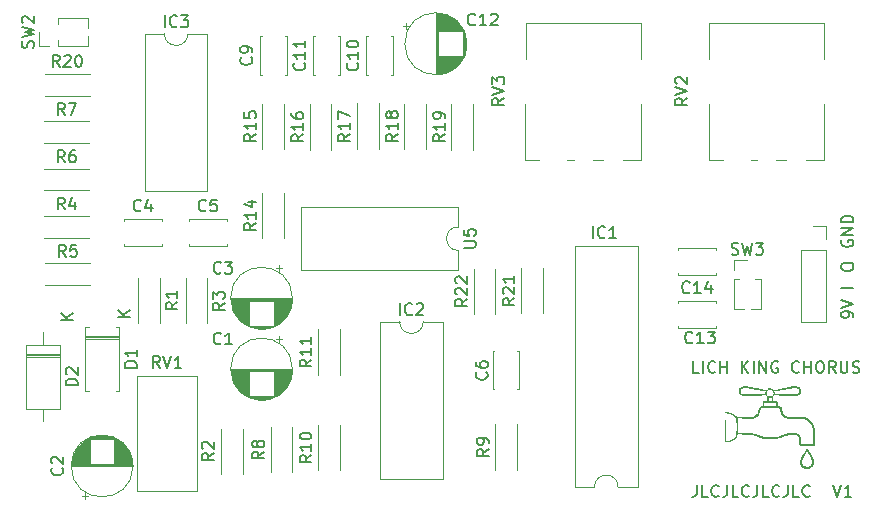
<source format=gto>
G04 #@! TF.GenerationSoftware,KiCad,Pcbnew,9.0.6*
G04 #@! TF.CreationDate,2025-12-17T23:00:57-08:00*
G04 #@! TF.ProjectId,LichKingChorus,4c696368-4b69-46e6-9743-686f7275732e,rev?*
G04 #@! TF.SameCoordinates,Original*
G04 #@! TF.FileFunction,Legend,Top*
G04 #@! TF.FilePolarity,Positive*
%FSLAX46Y46*%
G04 Gerber Fmt 4.6, Leading zero omitted, Abs format (unit mm)*
G04 Created by KiCad (PCBNEW 9.0.6) date 2025-12-17 23:00:57*
%MOMM*%
%LPD*%
G01*
G04 APERTURE LIST*
%ADD10C,0.150000*%
%ADD11C,0.120000*%
%ADD12C,0.000000*%
G04 APERTURE END LIST*
D10*
X196369819Y-95972744D02*
X196369819Y-95782268D01*
X196369819Y-95782268D02*
X196417438Y-95687030D01*
X196417438Y-95687030D02*
X196512676Y-95591792D01*
X196512676Y-95591792D02*
X196703152Y-95544173D01*
X196703152Y-95544173D02*
X197036485Y-95544173D01*
X197036485Y-95544173D02*
X197226961Y-95591792D01*
X197226961Y-95591792D02*
X197322200Y-95687030D01*
X197322200Y-95687030D02*
X197369819Y-95782268D01*
X197369819Y-95782268D02*
X197369819Y-95972744D01*
X197369819Y-95972744D02*
X197322200Y-96067982D01*
X197322200Y-96067982D02*
X197226961Y-96163220D01*
X197226961Y-96163220D02*
X197036485Y-96210839D01*
X197036485Y-96210839D02*
X196703152Y-96210839D01*
X196703152Y-96210839D02*
X196512676Y-96163220D01*
X196512676Y-96163220D02*
X196417438Y-96067982D01*
X196417438Y-96067982D02*
X196369819Y-95972744D01*
X197369819Y-97663220D02*
X196369819Y-97663220D01*
X197369819Y-100115601D02*
X197369819Y-99925125D01*
X197369819Y-99925125D02*
X197322200Y-99829887D01*
X197322200Y-99829887D02*
X197274580Y-99782268D01*
X197274580Y-99782268D02*
X197131723Y-99687030D01*
X197131723Y-99687030D02*
X196941247Y-99639411D01*
X196941247Y-99639411D02*
X196560295Y-99639411D01*
X196560295Y-99639411D02*
X196465057Y-99687030D01*
X196465057Y-99687030D02*
X196417438Y-99734649D01*
X196417438Y-99734649D02*
X196369819Y-99829887D01*
X196369819Y-99829887D02*
X196369819Y-100020363D01*
X196369819Y-100020363D02*
X196417438Y-100115601D01*
X196417438Y-100115601D02*
X196465057Y-100163220D01*
X196465057Y-100163220D02*
X196560295Y-100210839D01*
X196560295Y-100210839D02*
X196798390Y-100210839D01*
X196798390Y-100210839D02*
X196893628Y-100163220D01*
X196893628Y-100163220D02*
X196941247Y-100115601D01*
X196941247Y-100115601D02*
X196988866Y-100020363D01*
X196988866Y-100020363D02*
X196988866Y-99829887D01*
X196988866Y-99829887D02*
X196941247Y-99734649D01*
X196941247Y-99734649D02*
X196893628Y-99687030D01*
X196893628Y-99687030D02*
X196798390Y-99639411D01*
X196369819Y-99353696D02*
X197369819Y-99020363D01*
X197369819Y-99020363D02*
X196369819Y-98687030D01*
X196417438Y-93639411D02*
X196369819Y-93734649D01*
X196369819Y-93734649D02*
X196369819Y-93877506D01*
X196369819Y-93877506D02*
X196417438Y-94020363D01*
X196417438Y-94020363D02*
X196512676Y-94115601D01*
X196512676Y-94115601D02*
X196607914Y-94163220D01*
X196607914Y-94163220D02*
X196798390Y-94210839D01*
X196798390Y-94210839D02*
X196941247Y-94210839D01*
X196941247Y-94210839D02*
X197131723Y-94163220D01*
X197131723Y-94163220D02*
X197226961Y-94115601D01*
X197226961Y-94115601D02*
X197322200Y-94020363D01*
X197322200Y-94020363D02*
X197369819Y-93877506D01*
X197369819Y-93877506D02*
X197369819Y-93782268D01*
X197369819Y-93782268D02*
X197322200Y-93639411D01*
X197322200Y-93639411D02*
X197274580Y-93591792D01*
X197274580Y-93591792D02*
X196941247Y-93591792D01*
X196941247Y-93591792D02*
X196941247Y-93782268D01*
X197369819Y-93163220D02*
X196369819Y-93163220D01*
X196369819Y-93163220D02*
X197369819Y-92591792D01*
X197369819Y-92591792D02*
X196369819Y-92591792D01*
X197369819Y-92115601D02*
X196369819Y-92115601D01*
X196369819Y-92115601D02*
X196369819Y-91877506D01*
X196369819Y-91877506D02*
X196417438Y-91734649D01*
X196417438Y-91734649D02*
X196512676Y-91639411D01*
X196512676Y-91639411D02*
X196607914Y-91591792D01*
X196607914Y-91591792D02*
X196798390Y-91544173D01*
X196798390Y-91544173D02*
X196941247Y-91544173D01*
X196941247Y-91544173D02*
X197131723Y-91591792D01*
X197131723Y-91591792D02*
X197226961Y-91639411D01*
X197226961Y-91639411D02*
X197322200Y-91734649D01*
X197322200Y-91734649D02*
X197369819Y-91877506D01*
X197369819Y-91877506D02*
X197369819Y-92115601D01*
X195693922Y-114369819D02*
X196027255Y-115369819D01*
X196027255Y-115369819D02*
X196360588Y-114369819D01*
X197217731Y-115369819D02*
X196646303Y-115369819D01*
X196932017Y-115369819D02*
X196932017Y-114369819D01*
X196932017Y-114369819D02*
X196836779Y-114512676D01*
X196836779Y-114512676D02*
X196741541Y-114607914D01*
X196741541Y-114607914D02*
X196646303Y-114655533D01*
X184312969Y-104869819D02*
X183836779Y-104869819D01*
X183836779Y-104869819D02*
X183836779Y-103869819D01*
X184646303Y-104869819D02*
X184646303Y-103869819D01*
X185693921Y-104774580D02*
X185646302Y-104822200D01*
X185646302Y-104822200D02*
X185503445Y-104869819D01*
X185503445Y-104869819D02*
X185408207Y-104869819D01*
X185408207Y-104869819D02*
X185265350Y-104822200D01*
X185265350Y-104822200D02*
X185170112Y-104726961D01*
X185170112Y-104726961D02*
X185122493Y-104631723D01*
X185122493Y-104631723D02*
X185074874Y-104441247D01*
X185074874Y-104441247D02*
X185074874Y-104298390D01*
X185074874Y-104298390D02*
X185122493Y-104107914D01*
X185122493Y-104107914D02*
X185170112Y-104012676D01*
X185170112Y-104012676D02*
X185265350Y-103917438D01*
X185265350Y-103917438D02*
X185408207Y-103869819D01*
X185408207Y-103869819D02*
X185503445Y-103869819D01*
X185503445Y-103869819D02*
X185646302Y-103917438D01*
X185646302Y-103917438D02*
X185693921Y-103965057D01*
X186122493Y-104869819D02*
X186122493Y-103869819D01*
X186122493Y-104346009D02*
X186693921Y-104346009D01*
X186693921Y-104869819D02*
X186693921Y-103869819D01*
X187932017Y-104869819D02*
X187932017Y-103869819D01*
X188503445Y-104869819D02*
X188074874Y-104298390D01*
X188503445Y-103869819D02*
X187932017Y-104441247D01*
X188932017Y-104869819D02*
X188932017Y-103869819D01*
X189408207Y-104869819D02*
X189408207Y-103869819D01*
X189408207Y-103869819D02*
X189979635Y-104869819D01*
X189979635Y-104869819D02*
X189979635Y-103869819D01*
X190979635Y-103917438D02*
X190884397Y-103869819D01*
X190884397Y-103869819D02*
X190741540Y-103869819D01*
X190741540Y-103869819D02*
X190598683Y-103917438D01*
X190598683Y-103917438D02*
X190503445Y-104012676D01*
X190503445Y-104012676D02*
X190455826Y-104107914D01*
X190455826Y-104107914D02*
X190408207Y-104298390D01*
X190408207Y-104298390D02*
X190408207Y-104441247D01*
X190408207Y-104441247D02*
X190455826Y-104631723D01*
X190455826Y-104631723D02*
X190503445Y-104726961D01*
X190503445Y-104726961D02*
X190598683Y-104822200D01*
X190598683Y-104822200D02*
X190741540Y-104869819D01*
X190741540Y-104869819D02*
X190836778Y-104869819D01*
X190836778Y-104869819D02*
X190979635Y-104822200D01*
X190979635Y-104822200D02*
X191027254Y-104774580D01*
X191027254Y-104774580D02*
X191027254Y-104441247D01*
X191027254Y-104441247D02*
X190836778Y-104441247D01*
X192789159Y-104774580D02*
X192741540Y-104822200D01*
X192741540Y-104822200D02*
X192598683Y-104869819D01*
X192598683Y-104869819D02*
X192503445Y-104869819D01*
X192503445Y-104869819D02*
X192360588Y-104822200D01*
X192360588Y-104822200D02*
X192265350Y-104726961D01*
X192265350Y-104726961D02*
X192217731Y-104631723D01*
X192217731Y-104631723D02*
X192170112Y-104441247D01*
X192170112Y-104441247D02*
X192170112Y-104298390D01*
X192170112Y-104298390D02*
X192217731Y-104107914D01*
X192217731Y-104107914D02*
X192265350Y-104012676D01*
X192265350Y-104012676D02*
X192360588Y-103917438D01*
X192360588Y-103917438D02*
X192503445Y-103869819D01*
X192503445Y-103869819D02*
X192598683Y-103869819D01*
X192598683Y-103869819D02*
X192741540Y-103917438D01*
X192741540Y-103917438D02*
X192789159Y-103965057D01*
X193217731Y-104869819D02*
X193217731Y-103869819D01*
X193217731Y-104346009D02*
X193789159Y-104346009D01*
X193789159Y-104869819D02*
X193789159Y-103869819D01*
X194455826Y-103869819D02*
X194646302Y-103869819D01*
X194646302Y-103869819D02*
X194741540Y-103917438D01*
X194741540Y-103917438D02*
X194836778Y-104012676D01*
X194836778Y-104012676D02*
X194884397Y-104203152D01*
X194884397Y-104203152D02*
X194884397Y-104536485D01*
X194884397Y-104536485D02*
X194836778Y-104726961D01*
X194836778Y-104726961D02*
X194741540Y-104822200D01*
X194741540Y-104822200D02*
X194646302Y-104869819D01*
X194646302Y-104869819D02*
X194455826Y-104869819D01*
X194455826Y-104869819D02*
X194360588Y-104822200D01*
X194360588Y-104822200D02*
X194265350Y-104726961D01*
X194265350Y-104726961D02*
X194217731Y-104536485D01*
X194217731Y-104536485D02*
X194217731Y-104203152D01*
X194217731Y-104203152D02*
X194265350Y-104012676D01*
X194265350Y-104012676D02*
X194360588Y-103917438D01*
X194360588Y-103917438D02*
X194455826Y-103869819D01*
X195884397Y-104869819D02*
X195551064Y-104393628D01*
X195312969Y-104869819D02*
X195312969Y-103869819D01*
X195312969Y-103869819D02*
X195693921Y-103869819D01*
X195693921Y-103869819D02*
X195789159Y-103917438D01*
X195789159Y-103917438D02*
X195836778Y-103965057D01*
X195836778Y-103965057D02*
X195884397Y-104060295D01*
X195884397Y-104060295D02*
X195884397Y-104203152D01*
X195884397Y-104203152D02*
X195836778Y-104298390D01*
X195836778Y-104298390D02*
X195789159Y-104346009D01*
X195789159Y-104346009D02*
X195693921Y-104393628D01*
X195693921Y-104393628D02*
X195312969Y-104393628D01*
X196312969Y-103869819D02*
X196312969Y-104679342D01*
X196312969Y-104679342D02*
X196360588Y-104774580D01*
X196360588Y-104774580D02*
X196408207Y-104822200D01*
X196408207Y-104822200D02*
X196503445Y-104869819D01*
X196503445Y-104869819D02*
X196693921Y-104869819D01*
X196693921Y-104869819D02*
X196789159Y-104822200D01*
X196789159Y-104822200D02*
X196836778Y-104774580D01*
X196836778Y-104774580D02*
X196884397Y-104679342D01*
X196884397Y-104679342D02*
X196884397Y-103869819D01*
X197312969Y-104822200D02*
X197455826Y-104869819D01*
X197455826Y-104869819D02*
X197693921Y-104869819D01*
X197693921Y-104869819D02*
X197789159Y-104822200D01*
X197789159Y-104822200D02*
X197836778Y-104774580D01*
X197836778Y-104774580D02*
X197884397Y-104679342D01*
X197884397Y-104679342D02*
X197884397Y-104584104D01*
X197884397Y-104584104D02*
X197836778Y-104488866D01*
X197836778Y-104488866D02*
X197789159Y-104441247D01*
X197789159Y-104441247D02*
X197693921Y-104393628D01*
X197693921Y-104393628D02*
X197503445Y-104346009D01*
X197503445Y-104346009D02*
X197408207Y-104298390D01*
X197408207Y-104298390D02*
X197360588Y-104250771D01*
X197360588Y-104250771D02*
X197312969Y-104155533D01*
X197312969Y-104155533D02*
X197312969Y-104060295D01*
X197312969Y-104060295D02*
X197360588Y-103965057D01*
X197360588Y-103965057D02*
X197408207Y-103917438D01*
X197408207Y-103917438D02*
X197503445Y-103869819D01*
X197503445Y-103869819D02*
X197741540Y-103869819D01*
X197741540Y-103869819D02*
X197884397Y-103917438D01*
X184122493Y-114369819D02*
X184122493Y-115084104D01*
X184122493Y-115084104D02*
X184074874Y-115226961D01*
X184074874Y-115226961D02*
X183979636Y-115322200D01*
X183979636Y-115322200D02*
X183836779Y-115369819D01*
X183836779Y-115369819D02*
X183741541Y-115369819D01*
X185074874Y-115369819D02*
X184598684Y-115369819D01*
X184598684Y-115369819D02*
X184598684Y-114369819D01*
X185979636Y-115274580D02*
X185932017Y-115322200D01*
X185932017Y-115322200D02*
X185789160Y-115369819D01*
X185789160Y-115369819D02*
X185693922Y-115369819D01*
X185693922Y-115369819D02*
X185551065Y-115322200D01*
X185551065Y-115322200D02*
X185455827Y-115226961D01*
X185455827Y-115226961D02*
X185408208Y-115131723D01*
X185408208Y-115131723D02*
X185360589Y-114941247D01*
X185360589Y-114941247D02*
X185360589Y-114798390D01*
X185360589Y-114798390D02*
X185408208Y-114607914D01*
X185408208Y-114607914D02*
X185455827Y-114512676D01*
X185455827Y-114512676D02*
X185551065Y-114417438D01*
X185551065Y-114417438D02*
X185693922Y-114369819D01*
X185693922Y-114369819D02*
X185789160Y-114369819D01*
X185789160Y-114369819D02*
X185932017Y-114417438D01*
X185932017Y-114417438D02*
X185979636Y-114465057D01*
X186693922Y-114369819D02*
X186693922Y-115084104D01*
X186693922Y-115084104D02*
X186646303Y-115226961D01*
X186646303Y-115226961D02*
X186551065Y-115322200D01*
X186551065Y-115322200D02*
X186408208Y-115369819D01*
X186408208Y-115369819D02*
X186312970Y-115369819D01*
X187646303Y-115369819D02*
X187170113Y-115369819D01*
X187170113Y-115369819D02*
X187170113Y-114369819D01*
X188551065Y-115274580D02*
X188503446Y-115322200D01*
X188503446Y-115322200D02*
X188360589Y-115369819D01*
X188360589Y-115369819D02*
X188265351Y-115369819D01*
X188265351Y-115369819D02*
X188122494Y-115322200D01*
X188122494Y-115322200D02*
X188027256Y-115226961D01*
X188027256Y-115226961D02*
X187979637Y-115131723D01*
X187979637Y-115131723D02*
X187932018Y-114941247D01*
X187932018Y-114941247D02*
X187932018Y-114798390D01*
X187932018Y-114798390D02*
X187979637Y-114607914D01*
X187979637Y-114607914D02*
X188027256Y-114512676D01*
X188027256Y-114512676D02*
X188122494Y-114417438D01*
X188122494Y-114417438D02*
X188265351Y-114369819D01*
X188265351Y-114369819D02*
X188360589Y-114369819D01*
X188360589Y-114369819D02*
X188503446Y-114417438D01*
X188503446Y-114417438D02*
X188551065Y-114465057D01*
X189265351Y-114369819D02*
X189265351Y-115084104D01*
X189265351Y-115084104D02*
X189217732Y-115226961D01*
X189217732Y-115226961D02*
X189122494Y-115322200D01*
X189122494Y-115322200D02*
X188979637Y-115369819D01*
X188979637Y-115369819D02*
X188884399Y-115369819D01*
X190217732Y-115369819D02*
X189741542Y-115369819D01*
X189741542Y-115369819D02*
X189741542Y-114369819D01*
X191122494Y-115274580D02*
X191074875Y-115322200D01*
X191074875Y-115322200D02*
X190932018Y-115369819D01*
X190932018Y-115369819D02*
X190836780Y-115369819D01*
X190836780Y-115369819D02*
X190693923Y-115322200D01*
X190693923Y-115322200D02*
X190598685Y-115226961D01*
X190598685Y-115226961D02*
X190551066Y-115131723D01*
X190551066Y-115131723D02*
X190503447Y-114941247D01*
X190503447Y-114941247D02*
X190503447Y-114798390D01*
X190503447Y-114798390D02*
X190551066Y-114607914D01*
X190551066Y-114607914D02*
X190598685Y-114512676D01*
X190598685Y-114512676D02*
X190693923Y-114417438D01*
X190693923Y-114417438D02*
X190836780Y-114369819D01*
X190836780Y-114369819D02*
X190932018Y-114369819D01*
X190932018Y-114369819D02*
X191074875Y-114417438D01*
X191074875Y-114417438D02*
X191122494Y-114465057D01*
X191836780Y-114369819D02*
X191836780Y-115084104D01*
X191836780Y-115084104D02*
X191789161Y-115226961D01*
X191789161Y-115226961D02*
X191693923Y-115322200D01*
X191693923Y-115322200D02*
X191551066Y-115369819D01*
X191551066Y-115369819D02*
X191455828Y-115369819D01*
X192789161Y-115369819D02*
X192312971Y-115369819D01*
X192312971Y-115369819D02*
X192312971Y-114369819D01*
X193693923Y-115274580D02*
X193646304Y-115322200D01*
X193646304Y-115322200D02*
X193503447Y-115369819D01*
X193503447Y-115369819D02*
X193408209Y-115369819D01*
X193408209Y-115369819D02*
X193265352Y-115322200D01*
X193265352Y-115322200D02*
X193170114Y-115226961D01*
X193170114Y-115226961D02*
X193122495Y-115131723D01*
X193122495Y-115131723D02*
X193074876Y-114941247D01*
X193074876Y-114941247D02*
X193074876Y-114798390D01*
X193074876Y-114798390D02*
X193122495Y-114607914D01*
X193122495Y-114607914D02*
X193170114Y-114512676D01*
X193170114Y-114512676D02*
X193265352Y-114417438D01*
X193265352Y-114417438D02*
X193408209Y-114369819D01*
X193408209Y-114369819D02*
X193503447Y-114369819D01*
X193503447Y-114369819D02*
X193646304Y-114417438D01*
X193646304Y-114417438D02*
X193693923Y-114465057D01*
X165357142Y-75359580D02*
X165309523Y-75407200D01*
X165309523Y-75407200D02*
X165166666Y-75454819D01*
X165166666Y-75454819D02*
X165071428Y-75454819D01*
X165071428Y-75454819D02*
X164928571Y-75407200D01*
X164928571Y-75407200D02*
X164833333Y-75311961D01*
X164833333Y-75311961D02*
X164785714Y-75216723D01*
X164785714Y-75216723D02*
X164738095Y-75026247D01*
X164738095Y-75026247D02*
X164738095Y-74883390D01*
X164738095Y-74883390D02*
X164785714Y-74692914D01*
X164785714Y-74692914D02*
X164833333Y-74597676D01*
X164833333Y-74597676D02*
X164928571Y-74502438D01*
X164928571Y-74502438D02*
X165071428Y-74454819D01*
X165071428Y-74454819D02*
X165166666Y-74454819D01*
X165166666Y-74454819D02*
X165309523Y-74502438D01*
X165309523Y-74502438D02*
X165357142Y-74550057D01*
X166309523Y-75454819D02*
X165738095Y-75454819D01*
X166023809Y-75454819D02*
X166023809Y-74454819D01*
X166023809Y-74454819D02*
X165928571Y-74597676D01*
X165928571Y-74597676D02*
X165833333Y-74692914D01*
X165833333Y-74692914D02*
X165738095Y-74740533D01*
X166690476Y-74550057D02*
X166738095Y-74502438D01*
X166738095Y-74502438D02*
X166833333Y-74454819D01*
X166833333Y-74454819D02*
X167071428Y-74454819D01*
X167071428Y-74454819D02*
X167166666Y-74502438D01*
X167166666Y-74502438D02*
X167214285Y-74550057D01*
X167214285Y-74550057D02*
X167261904Y-74645295D01*
X167261904Y-74645295D02*
X167261904Y-74740533D01*
X167261904Y-74740533D02*
X167214285Y-74883390D01*
X167214285Y-74883390D02*
X166642857Y-75454819D01*
X166642857Y-75454819D02*
X167261904Y-75454819D01*
X183314819Y-81610238D02*
X182838628Y-81943571D01*
X183314819Y-82181666D02*
X182314819Y-82181666D01*
X182314819Y-82181666D02*
X182314819Y-81800714D01*
X182314819Y-81800714D02*
X182362438Y-81705476D01*
X182362438Y-81705476D02*
X182410057Y-81657857D01*
X182410057Y-81657857D02*
X182505295Y-81610238D01*
X182505295Y-81610238D02*
X182648152Y-81610238D01*
X182648152Y-81610238D02*
X182743390Y-81657857D01*
X182743390Y-81657857D02*
X182791009Y-81705476D01*
X182791009Y-81705476D02*
X182838628Y-81800714D01*
X182838628Y-81800714D02*
X182838628Y-82181666D01*
X182314819Y-81324523D02*
X183314819Y-80991190D01*
X183314819Y-80991190D02*
X182314819Y-80657857D01*
X182410057Y-80372142D02*
X182362438Y-80324523D01*
X182362438Y-80324523D02*
X182314819Y-80229285D01*
X182314819Y-80229285D02*
X182314819Y-79991190D01*
X182314819Y-79991190D02*
X182362438Y-79895952D01*
X182362438Y-79895952D02*
X182410057Y-79848333D01*
X182410057Y-79848333D02*
X182505295Y-79800714D01*
X182505295Y-79800714D02*
X182600533Y-79800714D01*
X182600533Y-79800714D02*
X182743390Y-79848333D01*
X182743390Y-79848333D02*
X183314819Y-80419761D01*
X183314819Y-80419761D02*
X183314819Y-79800714D01*
X167814819Y-81610238D02*
X167338628Y-81943571D01*
X167814819Y-82181666D02*
X166814819Y-82181666D01*
X166814819Y-82181666D02*
X166814819Y-81800714D01*
X166814819Y-81800714D02*
X166862438Y-81705476D01*
X166862438Y-81705476D02*
X166910057Y-81657857D01*
X166910057Y-81657857D02*
X167005295Y-81610238D01*
X167005295Y-81610238D02*
X167148152Y-81610238D01*
X167148152Y-81610238D02*
X167243390Y-81657857D01*
X167243390Y-81657857D02*
X167291009Y-81705476D01*
X167291009Y-81705476D02*
X167338628Y-81800714D01*
X167338628Y-81800714D02*
X167338628Y-82181666D01*
X166814819Y-81324523D02*
X167814819Y-80991190D01*
X167814819Y-80991190D02*
X166814819Y-80657857D01*
X166814819Y-80419761D02*
X166814819Y-79800714D01*
X166814819Y-79800714D02*
X167195771Y-80134047D01*
X167195771Y-80134047D02*
X167195771Y-79991190D01*
X167195771Y-79991190D02*
X167243390Y-79895952D01*
X167243390Y-79895952D02*
X167291009Y-79848333D01*
X167291009Y-79848333D02*
X167386247Y-79800714D01*
X167386247Y-79800714D02*
X167624342Y-79800714D01*
X167624342Y-79800714D02*
X167719580Y-79848333D01*
X167719580Y-79848333D02*
X167767200Y-79895952D01*
X167767200Y-79895952D02*
X167814819Y-79991190D01*
X167814819Y-79991190D02*
X167814819Y-80276904D01*
X167814819Y-80276904D02*
X167767200Y-80372142D01*
X167767200Y-80372142D02*
X167719580Y-80419761D01*
X187071667Y-94812200D02*
X187214524Y-94859819D01*
X187214524Y-94859819D02*
X187452619Y-94859819D01*
X187452619Y-94859819D02*
X187547857Y-94812200D01*
X187547857Y-94812200D02*
X187595476Y-94764580D01*
X187595476Y-94764580D02*
X187643095Y-94669342D01*
X187643095Y-94669342D02*
X187643095Y-94574104D01*
X187643095Y-94574104D02*
X187595476Y-94478866D01*
X187595476Y-94478866D02*
X187547857Y-94431247D01*
X187547857Y-94431247D02*
X187452619Y-94383628D01*
X187452619Y-94383628D02*
X187262143Y-94336009D01*
X187262143Y-94336009D02*
X187166905Y-94288390D01*
X187166905Y-94288390D02*
X187119286Y-94240771D01*
X187119286Y-94240771D02*
X187071667Y-94145533D01*
X187071667Y-94145533D02*
X187071667Y-94050295D01*
X187071667Y-94050295D02*
X187119286Y-93955057D01*
X187119286Y-93955057D02*
X187166905Y-93907438D01*
X187166905Y-93907438D02*
X187262143Y-93859819D01*
X187262143Y-93859819D02*
X187500238Y-93859819D01*
X187500238Y-93859819D02*
X187643095Y-93907438D01*
X187976429Y-93859819D02*
X188214524Y-94859819D01*
X188214524Y-94859819D02*
X188405000Y-94145533D01*
X188405000Y-94145533D02*
X188595476Y-94859819D01*
X188595476Y-94859819D02*
X188833572Y-93859819D01*
X189119286Y-93859819D02*
X189738333Y-93859819D01*
X189738333Y-93859819D02*
X189405000Y-94240771D01*
X189405000Y-94240771D02*
X189547857Y-94240771D01*
X189547857Y-94240771D02*
X189643095Y-94288390D01*
X189643095Y-94288390D02*
X189690714Y-94336009D01*
X189690714Y-94336009D02*
X189738333Y-94431247D01*
X189738333Y-94431247D02*
X189738333Y-94669342D01*
X189738333Y-94669342D02*
X189690714Y-94764580D01*
X189690714Y-94764580D02*
X189643095Y-94812200D01*
X189643095Y-94812200D02*
X189547857Y-94859819D01*
X189547857Y-94859819D02*
X189262143Y-94859819D01*
X189262143Y-94859819D02*
X189166905Y-94812200D01*
X189166905Y-94812200D02*
X189119286Y-94764580D01*
X127937200Y-77333332D02*
X127984819Y-77190475D01*
X127984819Y-77190475D02*
X127984819Y-76952380D01*
X127984819Y-76952380D02*
X127937200Y-76857142D01*
X127937200Y-76857142D02*
X127889580Y-76809523D01*
X127889580Y-76809523D02*
X127794342Y-76761904D01*
X127794342Y-76761904D02*
X127699104Y-76761904D01*
X127699104Y-76761904D02*
X127603866Y-76809523D01*
X127603866Y-76809523D02*
X127556247Y-76857142D01*
X127556247Y-76857142D02*
X127508628Y-76952380D01*
X127508628Y-76952380D02*
X127461009Y-77142856D01*
X127461009Y-77142856D02*
X127413390Y-77238094D01*
X127413390Y-77238094D02*
X127365771Y-77285713D01*
X127365771Y-77285713D02*
X127270533Y-77333332D01*
X127270533Y-77333332D02*
X127175295Y-77333332D01*
X127175295Y-77333332D02*
X127080057Y-77285713D01*
X127080057Y-77285713D02*
X127032438Y-77238094D01*
X127032438Y-77238094D02*
X126984819Y-77142856D01*
X126984819Y-77142856D02*
X126984819Y-76904761D01*
X126984819Y-76904761D02*
X127032438Y-76761904D01*
X126984819Y-76428570D02*
X127984819Y-76190475D01*
X127984819Y-76190475D02*
X127270533Y-75999999D01*
X127270533Y-75999999D02*
X127984819Y-75809523D01*
X127984819Y-75809523D02*
X126984819Y-75571428D01*
X127080057Y-75238094D02*
X127032438Y-75190475D01*
X127032438Y-75190475D02*
X126984819Y-75095237D01*
X126984819Y-75095237D02*
X126984819Y-74857142D01*
X126984819Y-74857142D02*
X127032438Y-74761904D01*
X127032438Y-74761904D02*
X127080057Y-74714285D01*
X127080057Y-74714285D02*
X127175295Y-74666666D01*
X127175295Y-74666666D02*
X127270533Y-74666666D01*
X127270533Y-74666666D02*
X127413390Y-74714285D01*
X127413390Y-74714285D02*
X127984819Y-75285713D01*
X127984819Y-75285713D02*
X127984819Y-74666666D01*
X137068333Y-91109580D02*
X137020714Y-91157200D01*
X137020714Y-91157200D02*
X136877857Y-91204819D01*
X136877857Y-91204819D02*
X136782619Y-91204819D01*
X136782619Y-91204819D02*
X136639762Y-91157200D01*
X136639762Y-91157200D02*
X136544524Y-91061961D01*
X136544524Y-91061961D02*
X136496905Y-90966723D01*
X136496905Y-90966723D02*
X136449286Y-90776247D01*
X136449286Y-90776247D02*
X136449286Y-90633390D01*
X136449286Y-90633390D02*
X136496905Y-90442914D01*
X136496905Y-90442914D02*
X136544524Y-90347676D01*
X136544524Y-90347676D02*
X136639762Y-90252438D01*
X136639762Y-90252438D02*
X136782619Y-90204819D01*
X136782619Y-90204819D02*
X136877857Y-90204819D01*
X136877857Y-90204819D02*
X137020714Y-90252438D01*
X137020714Y-90252438D02*
X137068333Y-90300057D01*
X137925476Y-90538152D02*
X137925476Y-91204819D01*
X137687381Y-90157200D02*
X137449286Y-90871485D01*
X137449286Y-90871485D02*
X138068333Y-90871485D01*
X130608333Y-91034819D02*
X130275000Y-90558628D01*
X130036905Y-91034819D02*
X130036905Y-90034819D01*
X130036905Y-90034819D02*
X130417857Y-90034819D01*
X130417857Y-90034819D02*
X130513095Y-90082438D01*
X130513095Y-90082438D02*
X130560714Y-90130057D01*
X130560714Y-90130057D02*
X130608333Y-90225295D01*
X130608333Y-90225295D02*
X130608333Y-90368152D01*
X130608333Y-90368152D02*
X130560714Y-90463390D01*
X130560714Y-90463390D02*
X130513095Y-90511009D01*
X130513095Y-90511009D02*
X130417857Y-90558628D01*
X130417857Y-90558628D02*
X130036905Y-90558628D01*
X131465476Y-90368152D02*
X131465476Y-91034819D01*
X131227381Y-89987200D02*
X130989286Y-90701485D01*
X130989286Y-90701485D02*
X131608333Y-90701485D01*
X139068810Y-75599819D02*
X139068810Y-74599819D01*
X140116428Y-75504580D02*
X140068809Y-75552200D01*
X140068809Y-75552200D02*
X139925952Y-75599819D01*
X139925952Y-75599819D02*
X139830714Y-75599819D01*
X139830714Y-75599819D02*
X139687857Y-75552200D01*
X139687857Y-75552200D02*
X139592619Y-75456961D01*
X139592619Y-75456961D02*
X139545000Y-75361723D01*
X139545000Y-75361723D02*
X139497381Y-75171247D01*
X139497381Y-75171247D02*
X139497381Y-75028390D01*
X139497381Y-75028390D02*
X139545000Y-74837914D01*
X139545000Y-74837914D02*
X139592619Y-74742676D01*
X139592619Y-74742676D02*
X139687857Y-74647438D01*
X139687857Y-74647438D02*
X139830714Y-74599819D01*
X139830714Y-74599819D02*
X139925952Y-74599819D01*
X139925952Y-74599819D02*
X140068809Y-74647438D01*
X140068809Y-74647438D02*
X140116428Y-74695057D01*
X140449762Y-74599819D02*
X141068809Y-74599819D01*
X141068809Y-74599819D02*
X140735476Y-74980771D01*
X140735476Y-74980771D02*
X140878333Y-74980771D01*
X140878333Y-74980771D02*
X140973571Y-75028390D01*
X140973571Y-75028390D02*
X141021190Y-75076009D01*
X141021190Y-75076009D02*
X141068809Y-75171247D01*
X141068809Y-75171247D02*
X141068809Y-75409342D01*
X141068809Y-75409342D02*
X141021190Y-75504580D01*
X141021190Y-75504580D02*
X140973571Y-75552200D01*
X140973571Y-75552200D02*
X140878333Y-75599819D01*
X140878333Y-75599819D02*
X140592619Y-75599819D01*
X140592619Y-75599819D02*
X140497381Y-75552200D01*
X140497381Y-75552200D02*
X140449762Y-75504580D01*
X158988810Y-99979819D02*
X158988810Y-98979819D01*
X160036428Y-99884580D02*
X159988809Y-99932200D01*
X159988809Y-99932200D02*
X159845952Y-99979819D01*
X159845952Y-99979819D02*
X159750714Y-99979819D01*
X159750714Y-99979819D02*
X159607857Y-99932200D01*
X159607857Y-99932200D02*
X159512619Y-99836961D01*
X159512619Y-99836961D02*
X159465000Y-99741723D01*
X159465000Y-99741723D02*
X159417381Y-99551247D01*
X159417381Y-99551247D02*
X159417381Y-99408390D01*
X159417381Y-99408390D02*
X159465000Y-99217914D01*
X159465000Y-99217914D02*
X159512619Y-99122676D01*
X159512619Y-99122676D02*
X159607857Y-99027438D01*
X159607857Y-99027438D02*
X159750714Y-98979819D01*
X159750714Y-98979819D02*
X159845952Y-98979819D01*
X159845952Y-98979819D02*
X159988809Y-99027438D01*
X159988809Y-99027438D02*
X160036428Y-99075057D01*
X160417381Y-99075057D02*
X160465000Y-99027438D01*
X160465000Y-99027438D02*
X160560238Y-98979819D01*
X160560238Y-98979819D02*
X160798333Y-98979819D01*
X160798333Y-98979819D02*
X160893571Y-99027438D01*
X160893571Y-99027438D02*
X160941190Y-99075057D01*
X160941190Y-99075057D02*
X160988809Y-99170295D01*
X160988809Y-99170295D02*
X160988809Y-99265533D01*
X160988809Y-99265533D02*
X160941190Y-99408390D01*
X160941190Y-99408390D02*
X160369762Y-99979819D01*
X160369762Y-99979819D02*
X160988809Y-99979819D01*
X164394819Y-94266904D02*
X165204342Y-94266904D01*
X165204342Y-94266904D02*
X165299580Y-94219285D01*
X165299580Y-94219285D02*
X165347200Y-94171666D01*
X165347200Y-94171666D02*
X165394819Y-94076428D01*
X165394819Y-94076428D02*
X165394819Y-93885952D01*
X165394819Y-93885952D02*
X165347200Y-93790714D01*
X165347200Y-93790714D02*
X165299580Y-93743095D01*
X165299580Y-93743095D02*
X165204342Y-93695476D01*
X165204342Y-93695476D02*
X164394819Y-93695476D01*
X164394819Y-92743095D02*
X164394819Y-93219285D01*
X164394819Y-93219285D02*
X164871009Y-93266904D01*
X164871009Y-93266904D02*
X164823390Y-93219285D01*
X164823390Y-93219285D02*
X164775771Y-93124047D01*
X164775771Y-93124047D02*
X164775771Y-92885952D01*
X164775771Y-92885952D02*
X164823390Y-92790714D01*
X164823390Y-92790714D02*
X164871009Y-92743095D01*
X164871009Y-92743095D02*
X164966247Y-92695476D01*
X164966247Y-92695476D02*
X165204342Y-92695476D01*
X165204342Y-92695476D02*
X165299580Y-92743095D01*
X165299580Y-92743095D02*
X165347200Y-92790714D01*
X165347200Y-92790714D02*
X165394819Y-92885952D01*
X165394819Y-92885952D02*
X165394819Y-93124047D01*
X165394819Y-93124047D02*
X165347200Y-93219285D01*
X165347200Y-93219285D02*
X165299580Y-93266904D01*
X138679761Y-104454819D02*
X138346428Y-103978628D01*
X138108333Y-104454819D02*
X138108333Y-103454819D01*
X138108333Y-103454819D02*
X138489285Y-103454819D01*
X138489285Y-103454819D02*
X138584523Y-103502438D01*
X138584523Y-103502438D02*
X138632142Y-103550057D01*
X138632142Y-103550057D02*
X138679761Y-103645295D01*
X138679761Y-103645295D02*
X138679761Y-103788152D01*
X138679761Y-103788152D02*
X138632142Y-103883390D01*
X138632142Y-103883390D02*
X138584523Y-103931009D01*
X138584523Y-103931009D02*
X138489285Y-103978628D01*
X138489285Y-103978628D02*
X138108333Y-103978628D01*
X138965476Y-103454819D02*
X139298809Y-104454819D01*
X139298809Y-104454819D02*
X139632142Y-103454819D01*
X140489285Y-104454819D02*
X139917857Y-104454819D01*
X140203571Y-104454819D02*
X140203571Y-103454819D01*
X140203571Y-103454819D02*
X140108333Y-103597676D01*
X140108333Y-103597676D02*
X140013095Y-103692914D01*
X140013095Y-103692914D02*
X139917857Y-103740533D01*
X164689819Y-98602857D02*
X164213628Y-98936190D01*
X164689819Y-99174285D02*
X163689819Y-99174285D01*
X163689819Y-99174285D02*
X163689819Y-98793333D01*
X163689819Y-98793333D02*
X163737438Y-98698095D01*
X163737438Y-98698095D02*
X163785057Y-98650476D01*
X163785057Y-98650476D02*
X163880295Y-98602857D01*
X163880295Y-98602857D02*
X164023152Y-98602857D01*
X164023152Y-98602857D02*
X164118390Y-98650476D01*
X164118390Y-98650476D02*
X164166009Y-98698095D01*
X164166009Y-98698095D02*
X164213628Y-98793333D01*
X164213628Y-98793333D02*
X164213628Y-99174285D01*
X163785057Y-98221904D02*
X163737438Y-98174285D01*
X163737438Y-98174285D02*
X163689819Y-98079047D01*
X163689819Y-98079047D02*
X163689819Y-97840952D01*
X163689819Y-97840952D02*
X163737438Y-97745714D01*
X163737438Y-97745714D02*
X163785057Y-97698095D01*
X163785057Y-97698095D02*
X163880295Y-97650476D01*
X163880295Y-97650476D02*
X163975533Y-97650476D01*
X163975533Y-97650476D02*
X164118390Y-97698095D01*
X164118390Y-97698095D02*
X164689819Y-98269523D01*
X164689819Y-98269523D02*
X164689819Y-97650476D01*
X163785057Y-97269523D02*
X163737438Y-97221904D01*
X163737438Y-97221904D02*
X163689819Y-97126666D01*
X163689819Y-97126666D02*
X163689819Y-96888571D01*
X163689819Y-96888571D02*
X163737438Y-96793333D01*
X163737438Y-96793333D02*
X163785057Y-96745714D01*
X163785057Y-96745714D02*
X163880295Y-96698095D01*
X163880295Y-96698095D02*
X163975533Y-96698095D01*
X163975533Y-96698095D02*
X164118390Y-96745714D01*
X164118390Y-96745714D02*
X164689819Y-97317142D01*
X164689819Y-97317142D02*
X164689819Y-96698095D01*
X168689819Y-98562857D02*
X168213628Y-98896190D01*
X168689819Y-99134285D02*
X167689819Y-99134285D01*
X167689819Y-99134285D02*
X167689819Y-98753333D01*
X167689819Y-98753333D02*
X167737438Y-98658095D01*
X167737438Y-98658095D02*
X167785057Y-98610476D01*
X167785057Y-98610476D02*
X167880295Y-98562857D01*
X167880295Y-98562857D02*
X168023152Y-98562857D01*
X168023152Y-98562857D02*
X168118390Y-98610476D01*
X168118390Y-98610476D02*
X168166009Y-98658095D01*
X168166009Y-98658095D02*
X168213628Y-98753333D01*
X168213628Y-98753333D02*
X168213628Y-99134285D01*
X167785057Y-98181904D02*
X167737438Y-98134285D01*
X167737438Y-98134285D02*
X167689819Y-98039047D01*
X167689819Y-98039047D02*
X167689819Y-97800952D01*
X167689819Y-97800952D02*
X167737438Y-97705714D01*
X167737438Y-97705714D02*
X167785057Y-97658095D01*
X167785057Y-97658095D02*
X167880295Y-97610476D01*
X167880295Y-97610476D02*
X167975533Y-97610476D01*
X167975533Y-97610476D02*
X168118390Y-97658095D01*
X168118390Y-97658095D02*
X168689819Y-98229523D01*
X168689819Y-98229523D02*
X168689819Y-97610476D01*
X168689819Y-96658095D02*
X168689819Y-97229523D01*
X168689819Y-96943809D02*
X167689819Y-96943809D01*
X167689819Y-96943809D02*
X167832676Y-97039047D01*
X167832676Y-97039047D02*
X167927914Y-97134285D01*
X167927914Y-97134285D02*
X167975533Y-97229523D01*
X130172142Y-78954819D02*
X129838809Y-78478628D01*
X129600714Y-78954819D02*
X129600714Y-77954819D01*
X129600714Y-77954819D02*
X129981666Y-77954819D01*
X129981666Y-77954819D02*
X130076904Y-78002438D01*
X130076904Y-78002438D02*
X130124523Y-78050057D01*
X130124523Y-78050057D02*
X130172142Y-78145295D01*
X130172142Y-78145295D02*
X130172142Y-78288152D01*
X130172142Y-78288152D02*
X130124523Y-78383390D01*
X130124523Y-78383390D02*
X130076904Y-78431009D01*
X130076904Y-78431009D02*
X129981666Y-78478628D01*
X129981666Y-78478628D02*
X129600714Y-78478628D01*
X130553095Y-78050057D02*
X130600714Y-78002438D01*
X130600714Y-78002438D02*
X130695952Y-77954819D01*
X130695952Y-77954819D02*
X130934047Y-77954819D01*
X130934047Y-77954819D02*
X131029285Y-78002438D01*
X131029285Y-78002438D02*
X131076904Y-78050057D01*
X131076904Y-78050057D02*
X131124523Y-78145295D01*
X131124523Y-78145295D02*
X131124523Y-78240533D01*
X131124523Y-78240533D02*
X131076904Y-78383390D01*
X131076904Y-78383390D02*
X130505476Y-78954819D01*
X130505476Y-78954819D02*
X131124523Y-78954819D01*
X131743571Y-77954819D02*
X131838809Y-77954819D01*
X131838809Y-77954819D02*
X131934047Y-78002438D01*
X131934047Y-78002438D02*
X131981666Y-78050057D01*
X131981666Y-78050057D02*
X132029285Y-78145295D01*
X132029285Y-78145295D02*
X132076904Y-78335771D01*
X132076904Y-78335771D02*
X132076904Y-78573866D01*
X132076904Y-78573866D02*
X132029285Y-78764342D01*
X132029285Y-78764342D02*
X131981666Y-78859580D01*
X131981666Y-78859580D02*
X131934047Y-78907200D01*
X131934047Y-78907200D02*
X131838809Y-78954819D01*
X131838809Y-78954819D02*
X131743571Y-78954819D01*
X131743571Y-78954819D02*
X131648333Y-78907200D01*
X131648333Y-78907200D02*
X131600714Y-78859580D01*
X131600714Y-78859580D02*
X131553095Y-78764342D01*
X131553095Y-78764342D02*
X131505476Y-78573866D01*
X131505476Y-78573866D02*
X131505476Y-78335771D01*
X131505476Y-78335771D02*
X131553095Y-78145295D01*
X131553095Y-78145295D02*
X131600714Y-78050057D01*
X131600714Y-78050057D02*
X131648333Y-78002438D01*
X131648333Y-78002438D02*
X131743571Y-77954819D01*
X162809819Y-84682857D02*
X162333628Y-85016190D01*
X162809819Y-85254285D02*
X161809819Y-85254285D01*
X161809819Y-85254285D02*
X161809819Y-84873333D01*
X161809819Y-84873333D02*
X161857438Y-84778095D01*
X161857438Y-84778095D02*
X161905057Y-84730476D01*
X161905057Y-84730476D02*
X162000295Y-84682857D01*
X162000295Y-84682857D02*
X162143152Y-84682857D01*
X162143152Y-84682857D02*
X162238390Y-84730476D01*
X162238390Y-84730476D02*
X162286009Y-84778095D01*
X162286009Y-84778095D02*
X162333628Y-84873333D01*
X162333628Y-84873333D02*
X162333628Y-85254285D01*
X162809819Y-83730476D02*
X162809819Y-84301904D01*
X162809819Y-84016190D02*
X161809819Y-84016190D01*
X161809819Y-84016190D02*
X161952676Y-84111428D01*
X161952676Y-84111428D02*
X162047914Y-84206666D01*
X162047914Y-84206666D02*
X162095533Y-84301904D01*
X162809819Y-83254285D02*
X162809819Y-83063809D01*
X162809819Y-83063809D02*
X162762200Y-82968571D01*
X162762200Y-82968571D02*
X162714580Y-82920952D01*
X162714580Y-82920952D02*
X162571723Y-82825714D01*
X162571723Y-82825714D02*
X162381247Y-82778095D01*
X162381247Y-82778095D02*
X162000295Y-82778095D01*
X162000295Y-82778095D02*
X161905057Y-82825714D01*
X161905057Y-82825714D02*
X161857438Y-82873333D01*
X161857438Y-82873333D02*
X161809819Y-82968571D01*
X161809819Y-82968571D02*
X161809819Y-83159047D01*
X161809819Y-83159047D02*
X161857438Y-83254285D01*
X161857438Y-83254285D02*
X161905057Y-83301904D01*
X161905057Y-83301904D02*
X162000295Y-83349523D01*
X162000295Y-83349523D02*
X162238390Y-83349523D01*
X162238390Y-83349523D02*
X162333628Y-83301904D01*
X162333628Y-83301904D02*
X162381247Y-83254285D01*
X162381247Y-83254285D02*
X162428866Y-83159047D01*
X162428866Y-83159047D02*
X162428866Y-82968571D01*
X162428866Y-82968571D02*
X162381247Y-82873333D01*
X162381247Y-82873333D02*
X162333628Y-82825714D01*
X162333628Y-82825714D02*
X162238390Y-82778095D01*
X158809819Y-84642857D02*
X158333628Y-84976190D01*
X158809819Y-85214285D02*
X157809819Y-85214285D01*
X157809819Y-85214285D02*
X157809819Y-84833333D01*
X157809819Y-84833333D02*
X157857438Y-84738095D01*
X157857438Y-84738095D02*
X157905057Y-84690476D01*
X157905057Y-84690476D02*
X158000295Y-84642857D01*
X158000295Y-84642857D02*
X158143152Y-84642857D01*
X158143152Y-84642857D02*
X158238390Y-84690476D01*
X158238390Y-84690476D02*
X158286009Y-84738095D01*
X158286009Y-84738095D02*
X158333628Y-84833333D01*
X158333628Y-84833333D02*
X158333628Y-85214285D01*
X158809819Y-83690476D02*
X158809819Y-84261904D01*
X158809819Y-83976190D02*
X157809819Y-83976190D01*
X157809819Y-83976190D02*
X157952676Y-84071428D01*
X157952676Y-84071428D02*
X158047914Y-84166666D01*
X158047914Y-84166666D02*
X158095533Y-84261904D01*
X158238390Y-83119047D02*
X158190771Y-83214285D01*
X158190771Y-83214285D02*
X158143152Y-83261904D01*
X158143152Y-83261904D02*
X158047914Y-83309523D01*
X158047914Y-83309523D02*
X158000295Y-83309523D01*
X158000295Y-83309523D02*
X157905057Y-83261904D01*
X157905057Y-83261904D02*
X157857438Y-83214285D01*
X157857438Y-83214285D02*
X157809819Y-83119047D01*
X157809819Y-83119047D02*
X157809819Y-82928571D01*
X157809819Y-82928571D02*
X157857438Y-82833333D01*
X157857438Y-82833333D02*
X157905057Y-82785714D01*
X157905057Y-82785714D02*
X158000295Y-82738095D01*
X158000295Y-82738095D02*
X158047914Y-82738095D01*
X158047914Y-82738095D02*
X158143152Y-82785714D01*
X158143152Y-82785714D02*
X158190771Y-82833333D01*
X158190771Y-82833333D02*
X158238390Y-82928571D01*
X158238390Y-82928571D02*
X158238390Y-83119047D01*
X158238390Y-83119047D02*
X158286009Y-83214285D01*
X158286009Y-83214285D02*
X158333628Y-83261904D01*
X158333628Y-83261904D02*
X158428866Y-83309523D01*
X158428866Y-83309523D02*
X158619342Y-83309523D01*
X158619342Y-83309523D02*
X158714580Y-83261904D01*
X158714580Y-83261904D02*
X158762200Y-83214285D01*
X158762200Y-83214285D02*
X158809819Y-83119047D01*
X158809819Y-83119047D02*
X158809819Y-82928571D01*
X158809819Y-82928571D02*
X158762200Y-82833333D01*
X158762200Y-82833333D02*
X158714580Y-82785714D01*
X158714580Y-82785714D02*
X158619342Y-82738095D01*
X158619342Y-82738095D02*
X158428866Y-82738095D01*
X158428866Y-82738095D02*
X158333628Y-82785714D01*
X158333628Y-82785714D02*
X158286009Y-82833333D01*
X158286009Y-82833333D02*
X158238390Y-82928571D01*
X154729819Y-84642857D02*
X154253628Y-84976190D01*
X154729819Y-85214285D02*
X153729819Y-85214285D01*
X153729819Y-85214285D02*
X153729819Y-84833333D01*
X153729819Y-84833333D02*
X153777438Y-84738095D01*
X153777438Y-84738095D02*
X153825057Y-84690476D01*
X153825057Y-84690476D02*
X153920295Y-84642857D01*
X153920295Y-84642857D02*
X154063152Y-84642857D01*
X154063152Y-84642857D02*
X154158390Y-84690476D01*
X154158390Y-84690476D02*
X154206009Y-84738095D01*
X154206009Y-84738095D02*
X154253628Y-84833333D01*
X154253628Y-84833333D02*
X154253628Y-85214285D01*
X154729819Y-83690476D02*
X154729819Y-84261904D01*
X154729819Y-83976190D02*
X153729819Y-83976190D01*
X153729819Y-83976190D02*
X153872676Y-84071428D01*
X153872676Y-84071428D02*
X153967914Y-84166666D01*
X153967914Y-84166666D02*
X154015533Y-84261904D01*
X153729819Y-83357142D02*
X153729819Y-82690476D01*
X153729819Y-82690476D02*
X154729819Y-83119047D01*
X150809819Y-84682857D02*
X150333628Y-85016190D01*
X150809819Y-85254285D02*
X149809819Y-85254285D01*
X149809819Y-85254285D02*
X149809819Y-84873333D01*
X149809819Y-84873333D02*
X149857438Y-84778095D01*
X149857438Y-84778095D02*
X149905057Y-84730476D01*
X149905057Y-84730476D02*
X150000295Y-84682857D01*
X150000295Y-84682857D02*
X150143152Y-84682857D01*
X150143152Y-84682857D02*
X150238390Y-84730476D01*
X150238390Y-84730476D02*
X150286009Y-84778095D01*
X150286009Y-84778095D02*
X150333628Y-84873333D01*
X150333628Y-84873333D02*
X150333628Y-85254285D01*
X150809819Y-83730476D02*
X150809819Y-84301904D01*
X150809819Y-84016190D02*
X149809819Y-84016190D01*
X149809819Y-84016190D02*
X149952676Y-84111428D01*
X149952676Y-84111428D02*
X150047914Y-84206666D01*
X150047914Y-84206666D02*
X150095533Y-84301904D01*
X149809819Y-82873333D02*
X149809819Y-83063809D01*
X149809819Y-83063809D02*
X149857438Y-83159047D01*
X149857438Y-83159047D02*
X149905057Y-83206666D01*
X149905057Y-83206666D02*
X150047914Y-83301904D01*
X150047914Y-83301904D02*
X150238390Y-83349523D01*
X150238390Y-83349523D02*
X150619342Y-83349523D01*
X150619342Y-83349523D02*
X150714580Y-83301904D01*
X150714580Y-83301904D02*
X150762200Y-83254285D01*
X150762200Y-83254285D02*
X150809819Y-83159047D01*
X150809819Y-83159047D02*
X150809819Y-82968571D01*
X150809819Y-82968571D02*
X150762200Y-82873333D01*
X150762200Y-82873333D02*
X150714580Y-82825714D01*
X150714580Y-82825714D02*
X150619342Y-82778095D01*
X150619342Y-82778095D02*
X150381247Y-82778095D01*
X150381247Y-82778095D02*
X150286009Y-82825714D01*
X150286009Y-82825714D02*
X150238390Y-82873333D01*
X150238390Y-82873333D02*
X150190771Y-82968571D01*
X150190771Y-82968571D02*
X150190771Y-83159047D01*
X150190771Y-83159047D02*
X150238390Y-83254285D01*
X150238390Y-83254285D02*
X150286009Y-83301904D01*
X150286009Y-83301904D02*
X150381247Y-83349523D01*
X146809819Y-84642857D02*
X146333628Y-84976190D01*
X146809819Y-85214285D02*
X145809819Y-85214285D01*
X145809819Y-85214285D02*
X145809819Y-84833333D01*
X145809819Y-84833333D02*
X145857438Y-84738095D01*
X145857438Y-84738095D02*
X145905057Y-84690476D01*
X145905057Y-84690476D02*
X146000295Y-84642857D01*
X146000295Y-84642857D02*
X146143152Y-84642857D01*
X146143152Y-84642857D02*
X146238390Y-84690476D01*
X146238390Y-84690476D02*
X146286009Y-84738095D01*
X146286009Y-84738095D02*
X146333628Y-84833333D01*
X146333628Y-84833333D02*
X146333628Y-85214285D01*
X146809819Y-83690476D02*
X146809819Y-84261904D01*
X146809819Y-83976190D02*
X145809819Y-83976190D01*
X145809819Y-83976190D02*
X145952676Y-84071428D01*
X145952676Y-84071428D02*
X146047914Y-84166666D01*
X146047914Y-84166666D02*
X146095533Y-84261904D01*
X145809819Y-82785714D02*
X145809819Y-83261904D01*
X145809819Y-83261904D02*
X146286009Y-83309523D01*
X146286009Y-83309523D02*
X146238390Y-83261904D01*
X146238390Y-83261904D02*
X146190771Y-83166666D01*
X146190771Y-83166666D02*
X146190771Y-82928571D01*
X146190771Y-82928571D02*
X146238390Y-82833333D01*
X146238390Y-82833333D02*
X146286009Y-82785714D01*
X146286009Y-82785714D02*
X146381247Y-82738095D01*
X146381247Y-82738095D02*
X146619342Y-82738095D01*
X146619342Y-82738095D02*
X146714580Y-82785714D01*
X146714580Y-82785714D02*
X146762200Y-82833333D01*
X146762200Y-82833333D02*
X146809819Y-82928571D01*
X146809819Y-82928571D02*
X146809819Y-83166666D01*
X146809819Y-83166666D02*
X146762200Y-83261904D01*
X146762200Y-83261904D02*
X146714580Y-83309523D01*
X146809819Y-92182857D02*
X146333628Y-92516190D01*
X146809819Y-92754285D02*
X145809819Y-92754285D01*
X145809819Y-92754285D02*
X145809819Y-92373333D01*
X145809819Y-92373333D02*
X145857438Y-92278095D01*
X145857438Y-92278095D02*
X145905057Y-92230476D01*
X145905057Y-92230476D02*
X146000295Y-92182857D01*
X146000295Y-92182857D02*
X146143152Y-92182857D01*
X146143152Y-92182857D02*
X146238390Y-92230476D01*
X146238390Y-92230476D02*
X146286009Y-92278095D01*
X146286009Y-92278095D02*
X146333628Y-92373333D01*
X146333628Y-92373333D02*
X146333628Y-92754285D01*
X146809819Y-91230476D02*
X146809819Y-91801904D01*
X146809819Y-91516190D02*
X145809819Y-91516190D01*
X145809819Y-91516190D02*
X145952676Y-91611428D01*
X145952676Y-91611428D02*
X146047914Y-91706666D01*
X146047914Y-91706666D02*
X146095533Y-91801904D01*
X146143152Y-90373333D02*
X146809819Y-90373333D01*
X145762200Y-90611428D02*
X146476485Y-90849523D01*
X146476485Y-90849523D02*
X146476485Y-90230476D01*
X151494819Y-103752857D02*
X151018628Y-104086190D01*
X151494819Y-104324285D02*
X150494819Y-104324285D01*
X150494819Y-104324285D02*
X150494819Y-103943333D01*
X150494819Y-103943333D02*
X150542438Y-103848095D01*
X150542438Y-103848095D02*
X150590057Y-103800476D01*
X150590057Y-103800476D02*
X150685295Y-103752857D01*
X150685295Y-103752857D02*
X150828152Y-103752857D01*
X150828152Y-103752857D02*
X150923390Y-103800476D01*
X150923390Y-103800476D02*
X150971009Y-103848095D01*
X150971009Y-103848095D02*
X151018628Y-103943333D01*
X151018628Y-103943333D02*
X151018628Y-104324285D01*
X151494819Y-102800476D02*
X151494819Y-103371904D01*
X151494819Y-103086190D02*
X150494819Y-103086190D01*
X150494819Y-103086190D02*
X150637676Y-103181428D01*
X150637676Y-103181428D02*
X150732914Y-103276666D01*
X150732914Y-103276666D02*
X150780533Y-103371904D01*
X151494819Y-101848095D02*
X151494819Y-102419523D01*
X151494819Y-102133809D02*
X150494819Y-102133809D01*
X150494819Y-102133809D02*
X150637676Y-102229047D01*
X150637676Y-102229047D02*
X150732914Y-102324285D01*
X150732914Y-102324285D02*
X150780533Y-102419523D01*
X151494819Y-111832857D02*
X151018628Y-112166190D01*
X151494819Y-112404285D02*
X150494819Y-112404285D01*
X150494819Y-112404285D02*
X150494819Y-112023333D01*
X150494819Y-112023333D02*
X150542438Y-111928095D01*
X150542438Y-111928095D02*
X150590057Y-111880476D01*
X150590057Y-111880476D02*
X150685295Y-111832857D01*
X150685295Y-111832857D02*
X150828152Y-111832857D01*
X150828152Y-111832857D02*
X150923390Y-111880476D01*
X150923390Y-111880476D02*
X150971009Y-111928095D01*
X150971009Y-111928095D02*
X151018628Y-112023333D01*
X151018628Y-112023333D02*
X151018628Y-112404285D01*
X151494819Y-110880476D02*
X151494819Y-111451904D01*
X151494819Y-111166190D02*
X150494819Y-111166190D01*
X150494819Y-111166190D02*
X150637676Y-111261428D01*
X150637676Y-111261428D02*
X150732914Y-111356666D01*
X150732914Y-111356666D02*
X150780533Y-111451904D01*
X150494819Y-110261428D02*
X150494819Y-110166190D01*
X150494819Y-110166190D02*
X150542438Y-110070952D01*
X150542438Y-110070952D02*
X150590057Y-110023333D01*
X150590057Y-110023333D02*
X150685295Y-109975714D01*
X150685295Y-109975714D02*
X150875771Y-109928095D01*
X150875771Y-109928095D02*
X151113866Y-109928095D01*
X151113866Y-109928095D02*
X151304342Y-109975714D01*
X151304342Y-109975714D02*
X151399580Y-110023333D01*
X151399580Y-110023333D02*
X151447200Y-110070952D01*
X151447200Y-110070952D02*
X151494819Y-110166190D01*
X151494819Y-110166190D02*
X151494819Y-110261428D01*
X151494819Y-110261428D02*
X151447200Y-110356666D01*
X151447200Y-110356666D02*
X151399580Y-110404285D01*
X151399580Y-110404285D02*
X151304342Y-110451904D01*
X151304342Y-110451904D02*
X151113866Y-110499523D01*
X151113866Y-110499523D02*
X150875771Y-110499523D01*
X150875771Y-110499523D02*
X150685295Y-110451904D01*
X150685295Y-110451904D02*
X150590057Y-110404285D01*
X150590057Y-110404285D02*
X150542438Y-110356666D01*
X150542438Y-110356666D02*
X150494819Y-110261428D01*
X166494819Y-111316666D02*
X166018628Y-111649999D01*
X166494819Y-111888094D02*
X165494819Y-111888094D01*
X165494819Y-111888094D02*
X165494819Y-111507142D01*
X165494819Y-111507142D02*
X165542438Y-111411904D01*
X165542438Y-111411904D02*
X165590057Y-111364285D01*
X165590057Y-111364285D02*
X165685295Y-111316666D01*
X165685295Y-111316666D02*
X165828152Y-111316666D01*
X165828152Y-111316666D02*
X165923390Y-111364285D01*
X165923390Y-111364285D02*
X165971009Y-111411904D01*
X165971009Y-111411904D02*
X166018628Y-111507142D01*
X166018628Y-111507142D02*
X166018628Y-111888094D01*
X166494819Y-110840475D02*
X166494819Y-110649999D01*
X166494819Y-110649999D02*
X166447200Y-110554761D01*
X166447200Y-110554761D02*
X166399580Y-110507142D01*
X166399580Y-110507142D02*
X166256723Y-110411904D01*
X166256723Y-110411904D02*
X166066247Y-110364285D01*
X166066247Y-110364285D02*
X165685295Y-110364285D01*
X165685295Y-110364285D02*
X165590057Y-110411904D01*
X165590057Y-110411904D02*
X165542438Y-110459523D01*
X165542438Y-110459523D02*
X165494819Y-110554761D01*
X165494819Y-110554761D02*
X165494819Y-110745237D01*
X165494819Y-110745237D02*
X165542438Y-110840475D01*
X165542438Y-110840475D02*
X165590057Y-110888094D01*
X165590057Y-110888094D02*
X165685295Y-110935713D01*
X165685295Y-110935713D02*
X165923390Y-110935713D01*
X165923390Y-110935713D02*
X166018628Y-110888094D01*
X166018628Y-110888094D02*
X166066247Y-110840475D01*
X166066247Y-110840475D02*
X166113866Y-110745237D01*
X166113866Y-110745237D02*
X166113866Y-110554761D01*
X166113866Y-110554761D02*
X166066247Y-110459523D01*
X166066247Y-110459523D02*
X166018628Y-110411904D01*
X166018628Y-110411904D02*
X165923390Y-110364285D01*
X147494819Y-111546666D02*
X147018628Y-111879999D01*
X147494819Y-112118094D02*
X146494819Y-112118094D01*
X146494819Y-112118094D02*
X146494819Y-111737142D01*
X146494819Y-111737142D02*
X146542438Y-111641904D01*
X146542438Y-111641904D02*
X146590057Y-111594285D01*
X146590057Y-111594285D02*
X146685295Y-111546666D01*
X146685295Y-111546666D02*
X146828152Y-111546666D01*
X146828152Y-111546666D02*
X146923390Y-111594285D01*
X146923390Y-111594285D02*
X146971009Y-111641904D01*
X146971009Y-111641904D02*
X147018628Y-111737142D01*
X147018628Y-111737142D02*
X147018628Y-112118094D01*
X146923390Y-110975237D02*
X146875771Y-111070475D01*
X146875771Y-111070475D02*
X146828152Y-111118094D01*
X146828152Y-111118094D02*
X146732914Y-111165713D01*
X146732914Y-111165713D02*
X146685295Y-111165713D01*
X146685295Y-111165713D02*
X146590057Y-111118094D01*
X146590057Y-111118094D02*
X146542438Y-111070475D01*
X146542438Y-111070475D02*
X146494819Y-110975237D01*
X146494819Y-110975237D02*
X146494819Y-110784761D01*
X146494819Y-110784761D02*
X146542438Y-110689523D01*
X146542438Y-110689523D02*
X146590057Y-110641904D01*
X146590057Y-110641904D02*
X146685295Y-110594285D01*
X146685295Y-110594285D02*
X146732914Y-110594285D01*
X146732914Y-110594285D02*
X146828152Y-110641904D01*
X146828152Y-110641904D02*
X146875771Y-110689523D01*
X146875771Y-110689523D02*
X146923390Y-110784761D01*
X146923390Y-110784761D02*
X146923390Y-110975237D01*
X146923390Y-110975237D02*
X146971009Y-111070475D01*
X146971009Y-111070475D02*
X147018628Y-111118094D01*
X147018628Y-111118094D02*
X147113866Y-111165713D01*
X147113866Y-111165713D02*
X147304342Y-111165713D01*
X147304342Y-111165713D02*
X147399580Y-111118094D01*
X147399580Y-111118094D02*
X147447200Y-111070475D01*
X147447200Y-111070475D02*
X147494819Y-110975237D01*
X147494819Y-110975237D02*
X147494819Y-110784761D01*
X147494819Y-110784761D02*
X147447200Y-110689523D01*
X147447200Y-110689523D02*
X147399580Y-110641904D01*
X147399580Y-110641904D02*
X147304342Y-110594285D01*
X147304342Y-110594285D02*
X147113866Y-110594285D01*
X147113866Y-110594285D02*
X147018628Y-110641904D01*
X147018628Y-110641904D02*
X146971009Y-110689523D01*
X146971009Y-110689523D02*
X146923390Y-110784761D01*
X130608333Y-83034819D02*
X130275000Y-82558628D01*
X130036905Y-83034819D02*
X130036905Y-82034819D01*
X130036905Y-82034819D02*
X130417857Y-82034819D01*
X130417857Y-82034819D02*
X130513095Y-82082438D01*
X130513095Y-82082438D02*
X130560714Y-82130057D01*
X130560714Y-82130057D02*
X130608333Y-82225295D01*
X130608333Y-82225295D02*
X130608333Y-82368152D01*
X130608333Y-82368152D02*
X130560714Y-82463390D01*
X130560714Y-82463390D02*
X130513095Y-82511009D01*
X130513095Y-82511009D02*
X130417857Y-82558628D01*
X130417857Y-82558628D02*
X130036905Y-82558628D01*
X130941667Y-82034819D02*
X131608333Y-82034819D01*
X131608333Y-82034819D02*
X131179762Y-83034819D01*
X130608333Y-87034819D02*
X130275000Y-86558628D01*
X130036905Y-87034819D02*
X130036905Y-86034819D01*
X130036905Y-86034819D02*
X130417857Y-86034819D01*
X130417857Y-86034819D02*
X130513095Y-86082438D01*
X130513095Y-86082438D02*
X130560714Y-86130057D01*
X130560714Y-86130057D02*
X130608333Y-86225295D01*
X130608333Y-86225295D02*
X130608333Y-86368152D01*
X130608333Y-86368152D02*
X130560714Y-86463390D01*
X130560714Y-86463390D02*
X130513095Y-86511009D01*
X130513095Y-86511009D02*
X130417857Y-86558628D01*
X130417857Y-86558628D02*
X130036905Y-86558628D01*
X131465476Y-86034819D02*
X131275000Y-86034819D01*
X131275000Y-86034819D02*
X131179762Y-86082438D01*
X131179762Y-86082438D02*
X131132143Y-86130057D01*
X131132143Y-86130057D02*
X131036905Y-86272914D01*
X131036905Y-86272914D02*
X130989286Y-86463390D01*
X130989286Y-86463390D02*
X130989286Y-86844342D01*
X130989286Y-86844342D02*
X131036905Y-86939580D01*
X131036905Y-86939580D02*
X131084524Y-86987200D01*
X131084524Y-86987200D02*
X131179762Y-87034819D01*
X131179762Y-87034819D02*
X131370238Y-87034819D01*
X131370238Y-87034819D02*
X131465476Y-86987200D01*
X131465476Y-86987200D02*
X131513095Y-86939580D01*
X131513095Y-86939580D02*
X131560714Y-86844342D01*
X131560714Y-86844342D02*
X131560714Y-86606247D01*
X131560714Y-86606247D02*
X131513095Y-86511009D01*
X131513095Y-86511009D02*
X131465476Y-86463390D01*
X131465476Y-86463390D02*
X131370238Y-86415771D01*
X131370238Y-86415771D02*
X131179762Y-86415771D01*
X131179762Y-86415771D02*
X131084524Y-86463390D01*
X131084524Y-86463390D02*
X131036905Y-86511009D01*
X131036905Y-86511009D02*
X130989286Y-86606247D01*
X130688333Y-95034819D02*
X130355000Y-94558628D01*
X130116905Y-95034819D02*
X130116905Y-94034819D01*
X130116905Y-94034819D02*
X130497857Y-94034819D01*
X130497857Y-94034819D02*
X130593095Y-94082438D01*
X130593095Y-94082438D02*
X130640714Y-94130057D01*
X130640714Y-94130057D02*
X130688333Y-94225295D01*
X130688333Y-94225295D02*
X130688333Y-94368152D01*
X130688333Y-94368152D02*
X130640714Y-94463390D01*
X130640714Y-94463390D02*
X130593095Y-94511009D01*
X130593095Y-94511009D02*
X130497857Y-94558628D01*
X130497857Y-94558628D02*
X130116905Y-94558628D01*
X131593095Y-94034819D02*
X131116905Y-94034819D01*
X131116905Y-94034819D02*
X131069286Y-94511009D01*
X131069286Y-94511009D02*
X131116905Y-94463390D01*
X131116905Y-94463390D02*
X131212143Y-94415771D01*
X131212143Y-94415771D02*
X131450238Y-94415771D01*
X131450238Y-94415771D02*
X131545476Y-94463390D01*
X131545476Y-94463390D02*
X131593095Y-94511009D01*
X131593095Y-94511009D02*
X131640714Y-94606247D01*
X131640714Y-94606247D02*
X131640714Y-94844342D01*
X131640714Y-94844342D02*
X131593095Y-94939580D01*
X131593095Y-94939580D02*
X131545476Y-94987200D01*
X131545476Y-94987200D02*
X131450238Y-95034819D01*
X131450238Y-95034819D02*
X131212143Y-95034819D01*
X131212143Y-95034819D02*
X131116905Y-94987200D01*
X131116905Y-94987200D02*
X131069286Y-94939580D01*
X144149819Y-98931666D02*
X143673628Y-99264999D01*
X144149819Y-99503094D02*
X143149819Y-99503094D01*
X143149819Y-99503094D02*
X143149819Y-99122142D01*
X143149819Y-99122142D02*
X143197438Y-99026904D01*
X143197438Y-99026904D02*
X143245057Y-98979285D01*
X143245057Y-98979285D02*
X143340295Y-98931666D01*
X143340295Y-98931666D02*
X143483152Y-98931666D01*
X143483152Y-98931666D02*
X143578390Y-98979285D01*
X143578390Y-98979285D02*
X143626009Y-99026904D01*
X143626009Y-99026904D02*
X143673628Y-99122142D01*
X143673628Y-99122142D02*
X143673628Y-99503094D01*
X143149819Y-98598332D02*
X143149819Y-97979285D01*
X143149819Y-97979285D02*
X143530771Y-98312618D01*
X143530771Y-98312618D02*
X143530771Y-98169761D01*
X143530771Y-98169761D02*
X143578390Y-98074523D01*
X143578390Y-98074523D02*
X143626009Y-98026904D01*
X143626009Y-98026904D02*
X143721247Y-97979285D01*
X143721247Y-97979285D02*
X143959342Y-97979285D01*
X143959342Y-97979285D02*
X144054580Y-98026904D01*
X144054580Y-98026904D02*
X144102200Y-98074523D01*
X144102200Y-98074523D02*
X144149819Y-98169761D01*
X144149819Y-98169761D02*
X144149819Y-98455475D01*
X144149819Y-98455475D02*
X144102200Y-98550713D01*
X144102200Y-98550713D02*
X144054580Y-98598332D01*
X143229819Y-111666666D02*
X142753628Y-111999999D01*
X143229819Y-112238094D02*
X142229819Y-112238094D01*
X142229819Y-112238094D02*
X142229819Y-111857142D01*
X142229819Y-111857142D02*
X142277438Y-111761904D01*
X142277438Y-111761904D02*
X142325057Y-111714285D01*
X142325057Y-111714285D02*
X142420295Y-111666666D01*
X142420295Y-111666666D02*
X142563152Y-111666666D01*
X142563152Y-111666666D02*
X142658390Y-111714285D01*
X142658390Y-111714285D02*
X142706009Y-111761904D01*
X142706009Y-111761904D02*
X142753628Y-111857142D01*
X142753628Y-111857142D02*
X142753628Y-112238094D01*
X142325057Y-111285713D02*
X142277438Y-111238094D01*
X142277438Y-111238094D02*
X142229819Y-111142856D01*
X142229819Y-111142856D02*
X142229819Y-110904761D01*
X142229819Y-110904761D02*
X142277438Y-110809523D01*
X142277438Y-110809523D02*
X142325057Y-110761904D01*
X142325057Y-110761904D02*
X142420295Y-110714285D01*
X142420295Y-110714285D02*
X142515533Y-110714285D01*
X142515533Y-110714285D02*
X142658390Y-110761904D01*
X142658390Y-110761904D02*
X143229819Y-111333332D01*
X143229819Y-111333332D02*
X143229819Y-110714285D01*
X140149819Y-98891666D02*
X139673628Y-99224999D01*
X140149819Y-99463094D02*
X139149819Y-99463094D01*
X139149819Y-99463094D02*
X139149819Y-99082142D01*
X139149819Y-99082142D02*
X139197438Y-98986904D01*
X139197438Y-98986904D02*
X139245057Y-98939285D01*
X139245057Y-98939285D02*
X139340295Y-98891666D01*
X139340295Y-98891666D02*
X139483152Y-98891666D01*
X139483152Y-98891666D02*
X139578390Y-98939285D01*
X139578390Y-98939285D02*
X139626009Y-98986904D01*
X139626009Y-98986904D02*
X139673628Y-99082142D01*
X139673628Y-99082142D02*
X139673628Y-99463094D01*
X140149819Y-97939285D02*
X140149819Y-98510713D01*
X140149819Y-98224999D02*
X139149819Y-98224999D01*
X139149819Y-98224999D02*
X139292676Y-98320237D01*
X139292676Y-98320237D02*
X139387914Y-98415475D01*
X139387914Y-98415475D02*
X139435533Y-98510713D01*
X175298810Y-93454819D02*
X175298810Y-92454819D01*
X176346428Y-93359580D02*
X176298809Y-93407200D01*
X176298809Y-93407200D02*
X176155952Y-93454819D01*
X176155952Y-93454819D02*
X176060714Y-93454819D01*
X176060714Y-93454819D02*
X175917857Y-93407200D01*
X175917857Y-93407200D02*
X175822619Y-93311961D01*
X175822619Y-93311961D02*
X175775000Y-93216723D01*
X175775000Y-93216723D02*
X175727381Y-93026247D01*
X175727381Y-93026247D02*
X175727381Y-92883390D01*
X175727381Y-92883390D02*
X175775000Y-92692914D01*
X175775000Y-92692914D02*
X175822619Y-92597676D01*
X175822619Y-92597676D02*
X175917857Y-92502438D01*
X175917857Y-92502438D02*
X176060714Y-92454819D01*
X176060714Y-92454819D02*
X176155952Y-92454819D01*
X176155952Y-92454819D02*
X176298809Y-92502438D01*
X176298809Y-92502438D02*
X176346428Y-92550057D01*
X177298809Y-93454819D02*
X176727381Y-93454819D01*
X177013095Y-93454819D02*
X177013095Y-92454819D01*
X177013095Y-92454819D02*
X176917857Y-92597676D01*
X176917857Y-92597676D02*
X176822619Y-92692914D01*
X176822619Y-92692914D02*
X176727381Y-92740533D01*
X131699819Y-105928094D02*
X130699819Y-105928094D01*
X130699819Y-105928094D02*
X130699819Y-105689999D01*
X130699819Y-105689999D02*
X130747438Y-105547142D01*
X130747438Y-105547142D02*
X130842676Y-105451904D01*
X130842676Y-105451904D02*
X130937914Y-105404285D01*
X130937914Y-105404285D02*
X131128390Y-105356666D01*
X131128390Y-105356666D02*
X131271247Y-105356666D01*
X131271247Y-105356666D02*
X131461723Y-105404285D01*
X131461723Y-105404285D02*
X131556961Y-105451904D01*
X131556961Y-105451904D02*
X131652200Y-105547142D01*
X131652200Y-105547142D02*
X131699819Y-105689999D01*
X131699819Y-105689999D02*
X131699819Y-105928094D01*
X130795057Y-104975713D02*
X130747438Y-104928094D01*
X130747438Y-104928094D02*
X130699819Y-104832856D01*
X130699819Y-104832856D02*
X130699819Y-104594761D01*
X130699819Y-104594761D02*
X130747438Y-104499523D01*
X130747438Y-104499523D02*
X130795057Y-104451904D01*
X130795057Y-104451904D02*
X130890295Y-104404285D01*
X130890295Y-104404285D02*
X130985533Y-104404285D01*
X130985533Y-104404285D02*
X131128390Y-104451904D01*
X131128390Y-104451904D02*
X131699819Y-105023332D01*
X131699819Y-105023332D02*
X131699819Y-104404285D01*
X131329819Y-100371904D02*
X130329819Y-100371904D01*
X131329819Y-99800476D02*
X130758390Y-100229047D01*
X130329819Y-99800476D02*
X130901247Y-100371904D01*
X136699819Y-104428094D02*
X135699819Y-104428094D01*
X135699819Y-104428094D02*
X135699819Y-104189999D01*
X135699819Y-104189999D02*
X135747438Y-104047142D01*
X135747438Y-104047142D02*
X135842676Y-103951904D01*
X135842676Y-103951904D02*
X135937914Y-103904285D01*
X135937914Y-103904285D02*
X136128390Y-103856666D01*
X136128390Y-103856666D02*
X136271247Y-103856666D01*
X136271247Y-103856666D02*
X136461723Y-103904285D01*
X136461723Y-103904285D02*
X136556961Y-103951904D01*
X136556961Y-103951904D02*
X136652200Y-104047142D01*
X136652200Y-104047142D02*
X136699819Y-104189999D01*
X136699819Y-104189999D02*
X136699819Y-104428094D01*
X136699819Y-102904285D02*
X136699819Y-103475713D01*
X136699819Y-103189999D02*
X135699819Y-103189999D01*
X135699819Y-103189999D02*
X135842676Y-103285237D01*
X135842676Y-103285237D02*
X135937914Y-103380475D01*
X135937914Y-103380475D02*
X135985533Y-103475713D01*
X136129819Y-100141904D02*
X135129819Y-100141904D01*
X136129819Y-99570476D02*
X135558390Y-99999047D01*
X135129819Y-99570476D02*
X135701247Y-100141904D01*
X183512142Y-98029580D02*
X183464523Y-98077200D01*
X183464523Y-98077200D02*
X183321666Y-98124819D01*
X183321666Y-98124819D02*
X183226428Y-98124819D01*
X183226428Y-98124819D02*
X183083571Y-98077200D01*
X183083571Y-98077200D02*
X182988333Y-97981961D01*
X182988333Y-97981961D02*
X182940714Y-97886723D01*
X182940714Y-97886723D02*
X182893095Y-97696247D01*
X182893095Y-97696247D02*
X182893095Y-97553390D01*
X182893095Y-97553390D02*
X182940714Y-97362914D01*
X182940714Y-97362914D02*
X182988333Y-97267676D01*
X182988333Y-97267676D02*
X183083571Y-97172438D01*
X183083571Y-97172438D02*
X183226428Y-97124819D01*
X183226428Y-97124819D02*
X183321666Y-97124819D01*
X183321666Y-97124819D02*
X183464523Y-97172438D01*
X183464523Y-97172438D02*
X183512142Y-97220057D01*
X184464523Y-98124819D02*
X183893095Y-98124819D01*
X184178809Y-98124819D02*
X184178809Y-97124819D01*
X184178809Y-97124819D02*
X184083571Y-97267676D01*
X184083571Y-97267676D02*
X183988333Y-97362914D01*
X183988333Y-97362914D02*
X183893095Y-97410533D01*
X185321666Y-97458152D02*
X185321666Y-98124819D01*
X185083571Y-97077200D02*
X184845476Y-97791485D01*
X184845476Y-97791485D02*
X185464523Y-97791485D01*
X183762142Y-102279580D02*
X183714523Y-102327200D01*
X183714523Y-102327200D02*
X183571666Y-102374819D01*
X183571666Y-102374819D02*
X183476428Y-102374819D01*
X183476428Y-102374819D02*
X183333571Y-102327200D01*
X183333571Y-102327200D02*
X183238333Y-102231961D01*
X183238333Y-102231961D02*
X183190714Y-102136723D01*
X183190714Y-102136723D02*
X183143095Y-101946247D01*
X183143095Y-101946247D02*
X183143095Y-101803390D01*
X183143095Y-101803390D02*
X183190714Y-101612914D01*
X183190714Y-101612914D02*
X183238333Y-101517676D01*
X183238333Y-101517676D02*
X183333571Y-101422438D01*
X183333571Y-101422438D02*
X183476428Y-101374819D01*
X183476428Y-101374819D02*
X183571666Y-101374819D01*
X183571666Y-101374819D02*
X183714523Y-101422438D01*
X183714523Y-101422438D02*
X183762142Y-101470057D01*
X184714523Y-102374819D02*
X184143095Y-102374819D01*
X184428809Y-102374819D02*
X184428809Y-101374819D01*
X184428809Y-101374819D02*
X184333571Y-101517676D01*
X184333571Y-101517676D02*
X184238333Y-101612914D01*
X184238333Y-101612914D02*
X184143095Y-101660533D01*
X185047857Y-101374819D02*
X185666904Y-101374819D01*
X185666904Y-101374819D02*
X185333571Y-101755771D01*
X185333571Y-101755771D02*
X185476428Y-101755771D01*
X185476428Y-101755771D02*
X185571666Y-101803390D01*
X185571666Y-101803390D02*
X185619285Y-101851009D01*
X185619285Y-101851009D02*
X185666904Y-101946247D01*
X185666904Y-101946247D02*
X185666904Y-102184342D01*
X185666904Y-102184342D02*
X185619285Y-102279580D01*
X185619285Y-102279580D02*
X185571666Y-102327200D01*
X185571666Y-102327200D02*
X185476428Y-102374819D01*
X185476428Y-102374819D02*
X185190714Y-102374819D01*
X185190714Y-102374819D02*
X185095476Y-102327200D01*
X185095476Y-102327200D02*
X185047857Y-102279580D01*
X150884580Y-78642857D02*
X150932200Y-78690476D01*
X150932200Y-78690476D02*
X150979819Y-78833333D01*
X150979819Y-78833333D02*
X150979819Y-78928571D01*
X150979819Y-78928571D02*
X150932200Y-79071428D01*
X150932200Y-79071428D02*
X150836961Y-79166666D01*
X150836961Y-79166666D02*
X150741723Y-79214285D01*
X150741723Y-79214285D02*
X150551247Y-79261904D01*
X150551247Y-79261904D02*
X150408390Y-79261904D01*
X150408390Y-79261904D02*
X150217914Y-79214285D01*
X150217914Y-79214285D02*
X150122676Y-79166666D01*
X150122676Y-79166666D02*
X150027438Y-79071428D01*
X150027438Y-79071428D02*
X149979819Y-78928571D01*
X149979819Y-78928571D02*
X149979819Y-78833333D01*
X149979819Y-78833333D02*
X150027438Y-78690476D01*
X150027438Y-78690476D02*
X150075057Y-78642857D01*
X150979819Y-77690476D02*
X150979819Y-78261904D01*
X150979819Y-77976190D02*
X149979819Y-77976190D01*
X149979819Y-77976190D02*
X150122676Y-78071428D01*
X150122676Y-78071428D02*
X150217914Y-78166666D01*
X150217914Y-78166666D02*
X150265533Y-78261904D01*
X150979819Y-76738095D02*
X150979819Y-77309523D01*
X150979819Y-77023809D02*
X149979819Y-77023809D01*
X149979819Y-77023809D02*
X150122676Y-77119047D01*
X150122676Y-77119047D02*
X150217914Y-77214285D01*
X150217914Y-77214285D02*
X150265533Y-77309523D01*
X155384580Y-78642857D02*
X155432200Y-78690476D01*
X155432200Y-78690476D02*
X155479819Y-78833333D01*
X155479819Y-78833333D02*
X155479819Y-78928571D01*
X155479819Y-78928571D02*
X155432200Y-79071428D01*
X155432200Y-79071428D02*
X155336961Y-79166666D01*
X155336961Y-79166666D02*
X155241723Y-79214285D01*
X155241723Y-79214285D02*
X155051247Y-79261904D01*
X155051247Y-79261904D02*
X154908390Y-79261904D01*
X154908390Y-79261904D02*
X154717914Y-79214285D01*
X154717914Y-79214285D02*
X154622676Y-79166666D01*
X154622676Y-79166666D02*
X154527438Y-79071428D01*
X154527438Y-79071428D02*
X154479819Y-78928571D01*
X154479819Y-78928571D02*
X154479819Y-78833333D01*
X154479819Y-78833333D02*
X154527438Y-78690476D01*
X154527438Y-78690476D02*
X154575057Y-78642857D01*
X155479819Y-77690476D02*
X155479819Y-78261904D01*
X155479819Y-77976190D02*
X154479819Y-77976190D01*
X154479819Y-77976190D02*
X154622676Y-78071428D01*
X154622676Y-78071428D02*
X154717914Y-78166666D01*
X154717914Y-78166666D02*
X154765533Y-78261904D01*
X154479819Y-77071428D02*
X154479819Y-76976190D01*
X154479819Y-76976190D02*
X154527438Y-76880952D01*
X154527438Y-76880952D02*
X154575057Y-76833333D01*
X154575057Y-76833333D02*
X154670295Y-76785714D01*
X154670295Y-76785714D02*
X154860771Y-76738095D01*
X154860771Y-76738095D02*
X155098866Y-76738095D01*
X155098866Y-76738095D02*
X155289342Y-76785714D01*
X155289342Y-76785714D02*
X155384580Y-76833333D01*
X155384580Y-76833333D02*
X155432200Y-76880952D01*
X155432200Y-76880952D02*
X155479819Y-76976190D01*
X155479819Y-76976190D02*
X155479819Y-77071428D01*
X155479819Y-77071428D02*
X155432200Y-77166666D01*
X155432200Y-77166666D02*
X155384580Y-77214285D01*
X155384580Y-77214285D02*
X155289342Y-77261904D01*
X155289342Y-77261904D02*
X155098866Y-77309523D01*
X155098866Y-77309523D02*
X154860771Y-77309523D01*
X154860771Y-77309523D02*
X154670295Y-77261904D01*
X154670295Y-77261904D02*
X154575057Y-77214285D01*
X154575057Y-77214285D02*
X154527438Y-77166666D01*
X154527438Y-77166666D02*
X154479819Y-77071428D01*
X146384580Y-78166666D02*
X146432200Y-78214285D01*
X146432200Y-78214285D02*
X146479819Y-78357142D01*
X146479819Y-78357142D02*
X146479819Y-78452380D01*
X146479819Y-78452380D02*
X146432200Y-78595237D01*
X146432200Y-78595237D02*
X146336961Y-78690475D01*
X146336961Y-78690475D02*
X146241723Y-78738094D01*
X146241723Y-78738094D02*
X146051247Y-78785713D01*
X146051247Y-78785713D02*
X145908390Y-78785713D01*
X145908390Y-78785713D02*
X145717914Y-78738094D01*
X145717914Y-78738094D02*
X145622676Y-78690475D01*
X145622676Y-78690475D02*
X145527438Y-78595237D01*
X145527438Y-78595237D02*
X145479819Y-78452380D01*
X145479819Y-78452380D02*
X145479819Y-78357142D01*
X145479819Y-78357142D02*
X145527438Y-78214285D01*
X145527438Y-78214285D02*
X145575057Y-78166666D01*
X146479819Y-77690475D02*
X146479819Y-77499999D01*
X146479819Y-77499999D02*
X146432200Y-77404761D01*
X146432200Y-77404761D02*
X146384580Y-77357142D01*
X146384580Y-77357142D02*
X146241723Y-77261904D01*
X146241723Y-77261904D02*
X146051247Y-77214285D01*
X146051247Y-77214285D02*
X145670295Y-77214285D01*
X145670295Y-77214285D02*
X145575057Y-77261904D01*
X145575057Y-77261904D02*
X145527438Y-77309523D01*
X145527438Y-77309523D02*
X145479819Y-77404761D01*
X145479819Y-77404761D02*
X145479819Y-77595237D01*
X145479819Y-77595237D02*
X145527438Y-77690475D01*
X145527438Y-77690475D02*
X145575057Y-77738094D01*
X145575057Y-77738094D02*
X145670295Y-77785713D01*
X145670295Y-77785713D02*
X145908390Y-77785713D01*
X145908390Y-77785713D02*
X146003628Y-77738094D01*
X146003628Y-77738094D02*
X146051247Y-77690475D01*
X146051247Y-77690475D02*
X146098866Y-77595237D01*
X146098866Y-77595237D02*
X146098866Y-77404761D01*
X146098866Y-77404761D02*
X146051247Y-77309523D01*
X146051247Y-77309523D02*
X146003628Y-77261904D01*
X146003628Y-77261904D02*
X145908390Y-77214285D01*
X166319580Y-104816666D02*
X166367200Y-104864285D01*
X166367200Y-104864285D02*
X166414819Y-105007142D01*
X166414819Y-105007142D02*
X166414819Y-105102380D01*
X166414819Y-105102380D02*
X166367200Y-105245237D01*
X166367200Y-105245237D02*
X166271961Y-105340475D01*
X166271961Y-105340475D02*
X166176723Y-105388094D01*
X166176723Y-105388094D02*
X165986247Y-105435713D01*
X165986247Y-105435713D02*
X165843390Y-105435713D01*
X165843390Y-105435713D02*
X165652914Y-105388094D01*
X165652914Y-105388094D02*
X165557676Y-105340475D01*
X165557676Y-105340475D02*
X165462438Y-105245237D01*
X165462438Y-105245237D02*
X165414819Y-105102380D01*
X165414819Y-105102380D02*
X165414819Y-105007142D01*
X165414819Y-105007142D02*
X165462438Y-104864285D01*
X165462438Y-104864285D02*
X165510057Y-104816666D01*
X165414819Y-103959523D02*
X165414819Y-104149999D01*
X165414819Y-104149999D02*
X165462438Y-104245237D01*
X165462438Y-104245237D02*
X165510057Y-104292856D01*
X165510057Y-104292856D02*
X165652914Y-104388094D01*
X165652914Y-104388094D02*
X165843390Y-104435713D01*
X165843390Y-104435713D02*
X166224342Y-104435713D01*
X166224342Y-104435713D02*
X166319580Y-104388094D01*
X166319580Y-104388094D02*
X166367200Y-104340475D01*
X166367200Y-104340475D02*
X166414819Y-104245237D01*
X166414819Y-104245237D02*
X166414819Y-104054761D01*
X166414819Y-104054761D02*
X166367200Y-103959523D01*
X166367200Y-103959523D02*
X166319580Y-103911904D01*
X166319580Y-103911904D02*
X166224342Y-103864285D01*
X166224342Y-103864285D02*
X165986247Y-103864285D01*
X165986247Y-103864285D02*
X165891009Y-103911904D01*
X165891009Y-103911904D02*
X165843390Y-103959523D01*
X165843390Y-103959523D02*
X165795771Y-104054761D01*
X165795771Y-104054761D02*
X165795771Y-104245237D01*
X165795771Y-104245237D02*
X165843390Y-104340475D01*
X165843390Y-104340475D02*
X165891009Y-104388094D01*
X165891009Y-104388094D02*
X165986247Y-104435713D01*
X142568333Y-91109580D02*
X142520714Y-91157200D01*
X142520714Y-91157200D02*
X142377857Y-91204819D01*
X142377857Y-91204819D02*
X142282619Y-91204819D01*
X142282619Y-91204819D02*
X142139762Y-91157200D01*
X142139762Y-91157200D02*
X142044524Y-91061961D01*
X142044524Y-91061961D02*
X141996905Y-90966723D01*
X141996905Y-90966723D02*
X141949286Y-90776247D01*
X141949286Y-90776247D02*
X141949286Y-90633390D01*
X141949286Y-90633390D02*
X141996905Y-90442914D01*
X141996905Y-90442914D02*
X142044524Y-90347676D01*
X142044524Y-90347676D02*
X142139762Y-90252438D01*
X142139762Y-90252438D02*
X142282619Y-90204819D01*
X142282619Y-90204819D02*
X142377857Y-90204819D01*
X142377857Y-90204819D02*
X142520714Y-90252438D01*
X142520714Y-90252438D02*
X142568333Y-90300057D01*
X143473095Y-90204819D02*
X142996905Y-90204819D01*
X142996905Y-90204819D02*
X142949286Y-90681009D01*
X142949286Y-90681009D02*
X142996905Y-90633390D01*
X142996905Y-90633390D02*
X143092143Y-90585771D01*
X143092143Y-90585771D02*
X143330238Y-90585771D01*
X143330238Y-90585771D02*
X143425476Y-90633390D01*
X143425476Y-90633390D02*
X143473095Y-90681009D01*
X143473095Y-90681009D02*
X143520714Y-90776247D01*
X143520714Y-90776247D02*
X143520714Y-91014342D01*
X143520714Y-91014342D02*
X143473095Y-91109580D01*
X143473095Y-91109580D02*
X143425476Y-91157200D01*
X143425476Y-91157200D02*
X143330238Y-91204819D01*
X143330238Y-91204819D02*
X143092143Y-91204819D01*
X143092143Y-91204819D02*
X142996905Y-91157200D01*
X142996905Y-91157200D02*
X142949286Y-91109580D01*
X143833333Y-96359580D02*
X143785714Y-96407200D01*
X143785714Y-96407200D02*
X143642857Y-96454819D01*
X143642857Y-96454819D02*
X143547619Y-96454819D01*
X143547619Y-96454819D02*
X143404762Y-96407200D01*
X143404762Y-96407200D02*
X143309524Y-96311961D01*
X143309524Y-96311961D02*
X143261905Y-96216723D01*
X143261905Y-96216723D02*
X143214286Y-96026247D01*
X143214286Y-96026247D02*
X143214286Y-95883390D01*
X143214286Y-95883390D02*
X143261905Y-95692914D01*
X143261905Y-95692914D02*
X143309524Y-95597676D01*
X143309524Y-95597676D02*
X143404762Y-95502438D01*
X143404762Y-95502438D02*
X143547619Y-95454819D01*
X143547619Y-95454819D02*
X143642857Y-95454819D01*
X143642857Y-95454819D02*
X143785714Y-95502438D01*
X143785714Y-95502438D02*
X143833333Y-95550057D01*
X144166667Y-95454819D02*
X144785714Y-95454819D01*
X144785714Y-95454819D02*
X144452381Y-95835771D01*
X144452381Y-95835771D02*
X144595238Y-95835771D01*
X144595238Y-95835771D02*
X144690476Y-95883390D01*
X144690476Y-95883390D02*
X144738095Y-95931009D01*
X144738095Y-95931009D02*
X144785714Y-96026247D01*
X144785714Y-96026247D02*
X144785714Y-96264342D01*
X144785714Y-96264342D02*
X144738095Y-96359580D01*
X144738095Y-96359580D02*
X144690476Y-96407200D01*
X144690476Y-96407200D02*
X144595238Y-96454819D01*
X144595238Y-96454819D02*
X144309524Y-96454819D01*
X144309524Y-96454819D02*
X144214286Y-96407200D01*
X144214286Y-96407200D02*
X144166667Y-96359580D01*
X130384580Y-112916666D02*
X130432200Y-112964285D01*
X130432200Y-112964285D02*
X130479819Y-113107142D01*
X130479819Y-113107142D02*
X130479819Y-113202380D01*
X130479819Y-113202380D02*
X130432200Y-113345237D01*
X130432200Y-113345237D02*
X130336961Y-113440475D01*
X130336961Y-113440475D02*
X130241723Y-113488094D01*
X130241723Y-113488094D02*
X130051247Y-113535713D01*
X130051247Y-113535713D02*
X129908390Y-113535713D01*
X129908390Y-113535713D02*
X129717914Y-113488094D01*
X129717914Y-113488094D02*
X129622676Y-113440475D01*
X129622676Y-113440475D02*
X129527438Y-113345237D01*
X129527438Y-113345237D02*
X129479819Y-113202380D01*
X129479819Y-113202380D02*
X129479819Y-113107142D01*
X129479819Y-113107142D02*
X129527438Y-112964285D01*
X129527438Y-112964285D02*
X129575057Y-112916666D01*
X129575057Y-112535713D02*
X129527438Y-112488094D01*
X129527438Y-112488094D02*
X129479819Y-112392856D01*
X129479819Y-112392856D02*
X129479819Y-112154761D01*
X129479819Y-112154761D02*
X129527438Y-112059523D01*
X129527438Y-112059523D02*
X129575057Y-112011904D01*
X129575057Y-112011904D02*
X129670295Y-111964285D01*
X129670295Y-111964285D02*
X129765533Y-111964285D01*
X129765533Y-111964285D02*
X129908390Y-112011904D01*
X129908390Y-112011904D02*
X130479819Y-112583332D01*
X130479819Y-112583332D02*
X130479819Y-111964285D01*
X143833333Y-102359580D02*
X143785714Y-102407200D01*
X143785714Y-102407200D02*
X143642857Y-102454819D01*
X143642857Y-102454819D02*
X143547619Y-102454819D01*
X143547619Y-102454819D02*
X143404762Y-102407200D01*
X143404762Y-102407200D02*
X143309524Y-102311961D01*
X143309524Y-102311961D02*
X143261905Y-102216723D01*
X143261905Y-102216723D02*
X143214286Y-102026247D01*
X143214286Y-102026247D02*
X143214286Y-101883390D01*
X143214286Y-101883390D02*
X143261905Y-101692914D01*
X143261905Y-101692914D02*
X143309524Y-101597676D01*
X143309524Y-101597676D02*
X143404762Y-101502438D01*
X143404762Y-101502438D02*
X143547619Y-101454819D01*
X143547619Y-101454819D02*
X143642857Y-101454819D01*
X143642857Y-101454819D02*
X143785714Y-101502438D01*
X143785714Y-101502438D02*
X143833333Y-101550057D01*
X144785714Y-102454819D02*
X144214286Y-102454819D01*
X144500000Y-102454819D02*
X144500000Y-101454819D01*
X144500000Y-101454819D02*
X144404762Y-101597676D01*
X144404762Y-101597676D02*
X144309524Y-101692914D01*
X144309524Y-101692914D02*
X144214286Y-101740533D01*
D11*
X192940000Y-94500000D02*
X192940000Y-100560000D01*
X192940000Y-94500000D02*
X195060000Y-94500000D01*
X192940000Y-100560000D02*
X195060000Y-100560000D01*
X194000000Y-92440000D02*
X195060000Y-92440000D01*
X195060000Y-92440000D02*
X195060000Y-93500000D01*
X195060000Y-94500000D02*
X195060000Y-100560000D01*
D12*
G36*
X193478001Y-111250128D02*
G01*
X193496294Y-111268518D01*
X193517752Y-111302084D01*
X193524328Y-111313614D01*
X193539178Y-111338950D01*
X193562451Y-111377319D01*
X193592420Y-111425938D01*
X193627359Y-111482022D01*
X193665540Y-111542788D01*
X193705238Y-111605450D01*
X193707891Y-111609618D01*
X193784156Y-111732046D01*
X193849011Y-111842096D01*
X193903346Y-111941603D01*
X193948050Y-112032398D01*
X193984013Y-112116316D01*
X194012125Y-112195189D01*
X194033274Y-112270851D01*
X194037402Y-112288684D01*
X194043537Y-112331270D01*
X194046542Y-112385080D01*
X194046508Y-112443530D01*
X194043529Y-112500035D01*
X194037696Y-112548009D01*
X194033490Y-112567683D01*
X194000896Y-112655129D01*
X193952222Y-112737671D01*
X193890031Y-112812777D01*
X193816886Y-112877918D01*
X193735351Y-112930563D01*
X193647988Y-112968180D01*
X193619301Y-112976610D01*
X193572681Y-112984967D01*
X193515155Y-112989661D01*
X193452638Y-112990751D01*
X193391045Y-112988298D01*
X193336292Y-112982360D01*
X193295331Y-112973335D01*
X193212300Y-112940273D01*
X193137711Y-112895907D01*
X193066497Y-112837066D01*
X193046471Y-112817564D01*
X192983108Y-112745754D01*
X192936410Y-112672981D01*
X192905134Y-112595956D01*
X192888035Y-112511388D01*
X192885365Y-112450194D01*
X193056648Y-112450194D01*
X193057958Y-112483077D01*
X193061762Y-112508424D01*
X193069169Y-112531867D01*
X193081291Y-112559032D01*
X193091362Y-112579606D01*
X193136991Y-112651913D01*
X193195143Y-112712121D01*
X193263321Y-112759073D01*
X193339028Y-112791613D01*
X193419766Y-112808585D01*
X193503040Y-112808831D01*
X193563020Y-112798041D01*
X193640058Y-112770070D01*
X193710833Y-112729101D01*
X193772181Y-112677733D01*
X193820939Y-112618561D01*
X193851205Y-112561386D01*
X193861371Y-112532494D01*
X193867781Y-112504019D01*
X193871191Y-112470322D01*
X193872357Y-112425763D01*
X193872365Y-112403662D01*
X193871382Y-112360716D01*
X193868283Y-112320674D01*
X193862304Y-112281518D01*
X193852681Y-112241230D01*
X193838649Y-112197791D01*
X193819444Y-112149183D01*
X193794300Y-112093388D01*
X193762454Y-112028387D01*
X193723141Y-111952162D01*
X193675596Y-111862694D01*
X193648114Y-111811653D01*
X193616230Y-111751865D01*
X193584481Y-111690990D01*
X193555050Y-111633311D01*
X193530121Y-111583113D01*
X193511878Y-111544678D01*
X193510566Y-111541782D01*
X193493349Y-111504442D01*
X193478746Y-111474428D01*
X193468530Y-111455289D01*
X193464742Y-111450192D01*
X193459185Y-111458082D01*
X193448837Y-111479158D01*
X193435788Y-111509113D01*
X193433802Y-111513924D01*
X193420727Y-111543142D01*
X193400619Y-111584781D01*
X193375504Y-111634796D01*
X193347410Y-111689143D01*
X193321975Y-111737072D01*
X193265872Y-111841805D01*
X193218251Y-111931871D01*
X193178423Y-112009005D01*
X193145695Y-112074945D01*
X193119380Y-112131426D01*
X193098785Y-112180184D01*
X193083220Y-112222955D01*
X193071996Y-112261476D01*
X193064422Y-112297482D01*
X193059808Y-112332710D01*
X193057462Y-112368896D01*
X193056718Y-112404149D01*
X193056648Y-112450194D01*
X192885365Y-112450194D01*
X192883872Y-112415987D01*
X192884729Y-112389566D01*
X192889238Y-112329234D01*
X192897631Y-112270435D01*
X192910660Y-112211480D01*
X192929082Y-112150676D01*
X192953648Y-112086333D01*
X192985112Y-112016761D01*
X193024230Y-111940266D01*
X193071753Y-111855160D01*
X193128436Y-111759749D01*
X193195033Y-111652344D01*
X193255988Y-111556596D01*
X193289568Y-111503730D01*
X193324225Y-111448163D01*
X193356630Y-111395300D01*
X193383450Y-111350544D01*
X193392074Y-111335768D01*
X193419909Y-111289734D01*
X193442029Y-111260364D01*
X193460653Y-111247285D01*
X193478001Y-111250128D01*
G37*
G36*
X192499550Y-105997714D02*
G01*
X192628718Y-106013730D01*
X192673228Y-106023150D01*
X192758229Y-106051892D01*
X192831159Y-106094601D01*
X192891158Y-106150389D01*
X192937366Y-106218366D01*
X192968922Y-106297647D01*
X192978380Y-106338195D01*
X192983157Y-106411309D01*
X192972491Y-106487276D01*
X192947965Y-106561140D01*
X192911160Y-106627945D01*
X192870463Y-106676388D01*
X192826666Y-106710730D01*
X192769543Y-106743851D01*
X192704510Y-106773170D01*
X192636988Y-106796105D01*
X192600221Y-106805174D01*
X192559064Y-106811208D01*
X192500640Y-106815943D01*
X192426429Y-106819406D01*
X192337912Y-106821621D01*
X192236570Y-106822617D01*
X192123882Y-106822419D01*
X192001328Y-106821053D01*
X191870391Y-106818546D01*
X191732548Y-106814925D01*
X191589282Y-106810215D01*
X191442071Y-106804444D01*
X191292398Y-106797637D01*
X191141741Y-106789821D01*
X190991581Y-106781022D01*
X190894672Y-106774770D01*
X190697336Y-106761555D01*
X190678542Y-106786631D01*
X190660037Y-106808347D01*
X190635174Y-106834014D01*
X190624244Y-106844407D01*
X190604231Y-106863829D01*
X190594299Y-106879313D01*
X190591905Y-106898253D01*
X190594503Y-106928043D01*
X190594741Y-106930149D01*
X190597388Y-106959415D01*
X190600409Y-107002181D01*
X190603467Y-107053168D01*
X190606227Y-107107096D01*
X190606752Y-107118658D01*
X190612763Y-107254124D01*
X190778119Y-107256685D01*
X190845040Y-107257633D01*
X190895687Y-107259634D01*
X190932543Y-107264942D01*
X190958090Y-107275815D01*
X190974809Y-107294507D01*
X190985184Y-107323276D01*
X190991695Y-107364377D01*
X190996826Y-107420066D01*
X191000014Y-107458379D01*
X191004630Y-107510565D01*
X191009002Y-107556504D01*
X191012781Y-107592778D01*
X191015618Y-107615972D01*
X191016797Y-107622437D01*
X191027681Y-107631077D01*
X191049938Y-107638367D01*
X191056276Y-107639581D01*
X191140865Y-107660515D01*
X191210638Y-107692826D01*
X191265507Y-107736459D01*
X191304909Y-107790480D01*
X191319858Y-107825715D01*
X191334159Y-107872789D01*
X191345721Y-107924803D01*
X191345939Y-107926007D01*
X191365332Y-108012674D01*
X191393214Y-108107930D01*
X191427377Y-108204907D01*
X191463537Y-108292143D01*
X191479573Y-108328646D01*
X191492144Y-108358957D01*
X191499537Y-108378850D01*
X191500776Y-108383920D01*
X191507839Y-108396984D01*
X191526607Y-108417747D01*
X191553446Y-108443047D01*
X191584722Y-108469722D01*
X191616803Y-108494609D01*
X191646056Y-108514547D01*
X191659847Y-108522371D01*
X191682565Y-108533522D01*
X191704382Y-108543011D01*
X191726936Y-108550951D01*
X191751865Y-108557451D01*
X191780807Y-108562624D01*
X191815402Y-108566579D01*
X191857288Y-108569427D01*
X191908102Y-108571280D01*
X191969485Y-108572248D01*
X192043073Y-108572441D01*
X192130507Y-108571972D01*
X192233423Y-108570950D01*
X192353461Y-108569486D01*
X192355900Y-108569455D01*
X192484086Y-108567956D01*
X192595379Y-108567014D01*
X192691671Y-108566710D01*
X192774857Y-108567121D01*
X192846830Y-108568326D01*
X192909485Y-108570404D01*
X192964715Y-108573433D01*
X193014414Y-108577492D01*
X193060476Y-108582659D01*
X193104795Y-108589013D01*
X193149264Y-108596632D01*
X193187532Y-108603951D01*
X193338018Y-108642432D01*
X193477086Y-108695710D01*
X193604281Y-108763317D01*
X193719145Y-108844781D01*
X193821220Y-108939635D01*
X193910050Y-109047406D01*
X193985178Y-109167627D01*
X194046148Y-109299828D01*
X194092501Y-109443538D01*
X194117622Y-109559873D01*
X194123843Y-109600107D01*
X194129338Y-109645636D01*
X194134169Y-109697875D01*
X194138393Y-109758241D01*
X194142072Y-109828149D01*
X194145265Y-109909017D01*
X194148031Y-110002260D01*
X194150431Y-110109294D01*
X194152525Y-110231536D01*
X194154372Y-110370403D01*
X194155274Y-110451495D01*
X194156442Y-110575087D01*
X194157153Y-110680758D01*
X194157400Y-110769372D01*
X194157174Y-110841797D01*
X194156466Y-110898899D01*
X194155269Y-110941545D01*
X194153574Y-110970600D01*
X194151374Y-110986931D01*
X194150219Y-110990355D01*
X194135238Y-111009156D01*
X194111310Y-111024150D01*
X194076444Y-111035843D01*
X194028651Y-111044742D01*
X193965939Y-111051354D01*
X193893011Y-111055871D01*
X193844508Y-111057740D01*
X193784394Y-111059319D01*
X193715701Y-111060597D01*
X193641458Y-111061560D01*
X193564697Y-111062199D01*
X193488449Y-111062500D01*
X193415746Y-111062452D01*
X193349617Y-111062043D01*
X193293094Y-111061262D01*
X193249208Y-111060097D01*
X193220991Y-111058536D01*
X193220421Y-111058483D01*
X193104027Y-111046798D01*
X193005066Y-111035366D01*
X192923873Y-111024232D01*
X192860783Y-111013443D01*
X192816132Y-111003046D01*
X192814583Y-111002594D01*
X192804958Y-110997415D01*
X192796985Y-110986937D01*
X192790461Y-110969449D01*
X192785181Y-110943240D01*
X192780941Y-110906597D01*
X192777536Y-110857810D01*
X192774763Y-110795165D01*
X192772417Y-110716951D01*
X192770535Y-110633472D01*
X192764491Y-110336111D01*
X192736388Y-110279840D01*
X192700729Y-110225882D01*
X192654830Y-110183598D01*
X192602332Y-110156199D01*
X192592936Y-110153230D01*
X192554371Y-110143819D01*
X192511629Y-110136844D01*
X192462220Y-110132191D01*
X192403655Y-110129749D01*
X192333443Y-110129403D01*
X192249096Y-110131041D01*
X192165789Y-110133857D01*
X192077269Y-110137615D01*
X192001308Y-110141973D01*
X191934659Y-110147625D01*
X191874074Y-110155265D01*
X191816307Y-110165589D01*
X191758111Y-110179291D01*
X191696238Y-110197065D01*
X191627442Y-110219605D01*
X191548476Y-110247607D01*
X191456092Y-110281766D01*
X191431820Y-110290860D01*
X191292220Y-110341726D01*
X191165798Y-110384255D01*
X191049264Y-110419172D01*
X190939328Y-110447199D01*
X190832702Y-110469059D01*
X190726096Y-110485476D01*
X190616220Y-110497172D01*
X190499786Y-110504871D01*
X190448316Y-110507080D01*
X190247653Y-110506713D01*
X190051024Y-110490189D01*
X189854079Y-110457036D01*
X189738845Y-110430221D01*
X189675784Y-110413497D01*
X189615041Y-110395915D01*
X189553485Y-110376388D01*
X189487982Y-110353827D01*
X189415402Y-110327146D01*
X189332612Y-110295257D01*
X189236480Y-110257071D01*
X189212794Y-110247542D01*
X189147539Y-110221801D01*
X189082083Y-110196987D01*
X189020378Y-110174528D01*
X188966377Y-110155845D01*
X188924033Y-110142366D01*
X188910180Y-110138468D01*
X188883388Y-110131916D01*
X188854851Y-110126102D01*
X188823099Y-110120936D01*
X188786661Y-110116326D01*
X188744068Y-110112184D01*
X188693850Y-110108417D01*
X188634536Y-110104935D01*
X188564657Y-110101649D01*
X188482741Y-110098467D01*
X188387320Y-110095299D01*
X188276922Y-110092054D01*
X188150078Y-110088642D01*
X188066185Y-110086495D01*
X187977704Y-110084251D01*
X187894126Y-110082110D01*
X187817513Y-110080126D01*
X187749928Y-110078353D01*
X187693435Y-110076846D01*
X187650094Y-110075659D01*
X187621971Y-110074846D01*
X187612224Y-110074521D01*
X187597371Y-110074582D01*
X187586643Y-110078458D01*
X187577485Y-110089447D01*
X187567345Y-110110847D01*
X187553668Y-110145957D01*
X187550575Y-110154143D01*
X187497998Y-110267565D01*
X187430288Y-110370327D01*
X187348236Y-110461750D01*
X187252632Y-110541156D01*
X187144267Y-110607867D01*
X187023933Y-110661205D01*
X186922081Y-110693139D01*
X186825216Y-110715321D01*
X186738092Y-110728828D01*
X186661941Y-110733707D01*
X186597998Y-110730006D01*
X186547496Y-110717773D01*
X186511667Y-110697056D01*
X186495441Y-110676513D01*
X186493058Y-110670534D01*
X186490945Y-110661649D01*
X186489089Y-110648799D01*
X186487477Y-110630926D01*
X186486093Y-110606970D01*
X186484926Y-110575875D01*
X186483962Y-110536581D01*
X186483186Y-110488031D01*
X186482586Y-110429166D01*
X186482148Y-110358927D01*
X186481859Y-110276257D01*
X186481705Y-110180097D01*
X186481672Y-110069389D01*
X186481747Y-109943074D01*
X186481916Y-109800095D01*
X186482166Y-109639392D01*
X186482170Y-109637397D01*
X186482435Y-109501181D01*
X186482757Y-109370256D01*
X186483130Y-109245843D01*
X186483548Y-109129167D01*
X186484004Y-109021452D01*
X186484490Y-108923919D01*
X186485001Y-108837793D01*
X186485530Y-108764298D01*
X186486070Y-108704655D01*
X186486614Y-108660090D01*
X186487156Y-108631825D01*
X186487689Y-108621083D01*
X186487709Y-108621036D01*
X186488914Y-108610168D01*
X186490063Y-108583408D01*
X186491088Y-108543660D01*
X186491915Y-108493826D01*
X186492475Y-108436810D01*
X186492560Y-108422628D01*
X186493352Y-108343851D01*
X186495595Y-108286954D01*
X186536473Y-108286954D01*
X186542426Y-108404396D01*
X186547009Y-108506949D01*
X186551282Y-108627135D01*
X186555222Y-108763794D01*
X186558807Y-108915769D01*
X186562016Y-109081900D01*
X186564825Y-109261028D01*
X186567214Y-109451995D01*
X186569159Y-109653641D01*
X186570638Y-109864808D01*
X186570779Y-109889973D01*
X186571496Y-110004137D01*
X186572361Y-110113077D01*
X186573350Y-110215298D01*
X186574441Y-110309302D01*
X186575611Y-110393594D01*
X186576838Y-110466676D01*
X186578097Y-110527053D01*
X186579366Y-110573226D01*
X186580623Y-110603701D01*
X186581844Y-110616979D01*
X186581925Y-110617219D01*
X186586720Y-110625222D01*
X186595564Y-110630014D01*
X186612109Y-110632034D01*
X186640010Y-110631720D01*
X186682919Y-110629509D01*
X186683997Y-110629446D01*
X186739471Y-110624047D01*
X186801750Y-110614669D01*
X186859735Y-110603051D01*
X186872550Y-110599926D01*
X186951938Y-110575025D01*
X187033855Y-110541192D01*
X187112362Y-110501321D01*
X187181522Y-110458305D01*
X187215081Y-110432998D01*
X187293843Y-110357904D01*
X187358807Y-110273098D01*
X187410461Y-110177511D01*
X187449291Y-110070076D01*
X187475786Y-109949725D01*
X187489319Y-109831802D01*
X187492231Y-109779712D01*
X187494416Y-109715100D01*
X187495909Y-109640361D01*
X187496740Y-109557894D01*
X187496944Y-109470095D01*
X187496553Y-109379362D01*
X187495600Y-109288092D01*
X187494117Y-109198682D01*
X187492138Y-109113529D01*
X187489695Y-109035030D01*
X187486820Y-108965584D01*
X187483548Y-108907586D01*
X187479910Y-108863434D01*
X187475939Y-108835526D01*
X187475678Y-108834367D01*
X187444369Y-108736556D01*
X187435471Y-108719724D01*
X187584383Y-108719724D01*
X187585305Y-108729231D01*
X187590195Y-108751897D01*
X187597812Y-108782122D01*
X187601473Y-108797881D01*
X187604586Y-108816550D01*
X187607213Y-108839805D01*
X187609415Y-108869325D01*
X187611252Y-108906786D01*
X187612784Y-108953867D01*
X187614074Y-109012243D01*
X187615181Y-109083593D01*
X187616166Y-109169593D01*
X187617090Y-109271922D01*
X187617521Y-109326155D01*
X187618322Y-109459847D01*
X187618519Y-109575315D01*
X187618107Y-109673121D01*
X187617078Y-109753827D01*
X187615424Y-109817993D01*
X187613139Y-109866181D01*
X187610361Y-109897809D01*
X187605962Y-109936105D01*
X187603121Y-109966644D01*
X187602199Y-109985163D01*
X187602643Y-109988683D01*
X187612482Y-109989219D01*
X187638690Y-109989157D01*
X187678854Y-109988544D01*
X187730559Y-109987427D01*
X187791391Y-109985852D01*
X187858937Y-109983865D01*
X187868885Y-109983554D01*
X187948902Y-109981166D01*
X188042280Y-109978604D01*
X188143592Y-109976001D01*
X188247408Y-109973493D01*
X188348298Y-109971214D01*
X188440834Y-109969300D01*
X188446762Y-109969185D01*
X188554431Y-109967445D01*
X188646886Y-109967082D01*
X188727344Y-109968654D01*
X188799022Y-109972713D01*
X188865140Y-109979815D01*
X188928914Y-109990515D01*
X188993563Y-110005368D01*
X189062304Y-110024927D01*
X189138355Y-110049749D01*
X189224935Y-110080388D01*
X189325261Y-110117398D01*
X189341413Y-110123429D01*
X189470505Y-110170547D01*
X189585928Y-110209978D01*
X189690840Y-110242401D01*
X189788402Y-110268498D01*
X189881772Y-110288947D01*
X189974109Y-110304430D01*
X190068573Y-110315626D01*
X190168323Y-110323215D01*
X190276518Y-110327878D01*
X190293266Y-110328356D01*
X190399349Y-110329952D01*
X190497835Y-110328438D01*
X190591200Y-110323313D01*
X190681918Y-110314078D01*
X190772464Y-110300230D01*
X190865313Y-110281269D01*
X190962939Y-110256695D01*
X191067817Y-110226007D01*
X191182422Y-110188703D01*
X191309229Y-110144283D01*
X191439696Y-110096365D01*
X191553042Y-110055586D01*
X191654253Y-110022948D01*
X191747693Y-109997589D01*
X191837725Y-109978647D01*
X191928712Y-109965260D01*
X192025017Y-109956567D01*
X192131003Y-109951704D01*
X192177358Y-109950634D01*
X192303936Y-109949913D01*
X192413200Y-109952557D01*
X192504861Y-109958547D01*
X192578629Y-109967862D01*
X192634215Y-109980484D01*
X192639237Y-109982083D01*
X192724091Y-110019138D01*
X192796111Y-110069856D01*
X192854824Y-110133745D01*
X192899759Y-110210313D01*
X192925550Y-110280651D01*
X192930280Y-110300468D01*
X192934147Y-110324833D01*
X192937279Y-110355973D01*
X192939802Y-110396113D01*
X192941845Y-110447477D01*
X192943535Y-110512292D01*
X192944998Y-110592783D01*
X192945551Y-110629984D01*
X192949704Y-110923640D01*
X193171985Y-110923464D01*
X193245845Y-110923045D01*
X193332636Y-110921966D01*
X193426510Y-110920335D01*
X193521618Y-110918262D01*
X193612112Y-110915858D01*
X193662078Y-110914290D01*
X193733094Y-110911741D01*
X193799630Y-110909046D01*
X193858887Y-110906341D01*
X193908065Y-110903765D01*
X193944365Y-110901454D01*
X193964987Y-110899547D01*
X193966179Y-110899367D01*
X194002465Y-110893443D01*
X193996109Y-110436344D01*
X193993874Y-110289839D01*
X193991408Y-110160548D01*
X193988576Y-110046891D01*
X193985244Y-109947286D01*
X193981279Y-109860154D01*
X193976545Y-109783915D01*
X193970910Y-109716988D01*
X193964239Y-109657794D01*
X193956398Y-109604751D01*
X193947253Y-109556280D01*
X193936669Y-109510801D01*
X193924512Y-109466734D01*
X193910650Y-109422497D01*
X193909867Y-109420125D01*
X193858995Y-109293357D01*
X193794516Y-109179529D01*
X193716511Y-109078704D01*
X193625060Y-108990941D01*
X193520242Y-108916301D01*
X193402139Y-108854845D01*
X193270829Y-108806634D01*
X193126392Y-108771728D01*
X193037483Y-108757712D01*
X193009228Y-108754481D01*
X192977233Y-108751749D01*
X192939852Y-108749480D01*
X192895438Y-108747640D01*
X192842345Y-108746194D01*
X192778927Y-108745109D01*
X192703536Y-108744348D01*
X192614527Y-108743879D01*
X192510252Y-108743665D01*
X192389067Y-108743673D01*
X192370298Y-108743690D01*
X192247611Y-108743752D01*
X192142089Y-108743619D01*
X192052106Y-108743212D01*
X191976034Y-108742453D01*
X191912246Y-108741261D01*
X191859113Y-108739558D01*
X191815009Y-108737263D01*
X191778307Y-108734299D01*
X191747377Y-108730585D01*
X191720594Y-108726042D01*
X191696329Y-108720592D01*
X191672955Y-108714154D01*
X191655826Y-108708882D01*
X191565551Y-108670487D01*
X191481724Y-108614968D01*
X191405230Y-108543154D01*
X191336955Y-108455874D01*
X191279082Y-108356544D01*
X191256151Y-108307986D01*
X191236440Y-108259049D01*
X191218731Y-108205825D01*
X191201806Y-108144406D01*
X191184446Y-108070885D01*
X191171954Y-108012854D01*
X191160056Y-107957918D01*
X191149990Y-107918192D01*
X191140223Y-107890396D01*
X191129223Y-107871249D01*
X191115458Y-107857471D01*
X191097395Y-107845781D01*
X191092693Y-107843164D01*
X191086061Y-107840164D01*
X191077035Y-107837582D01*
X191064306Y-107835394D01*
X191046566Y-107833578D01*
X191022506Y-107832111D01*
X190990817Y-107830969D01*
X190950193Y-107830130D01*
X190899323Y-107829570D01*
X190836901Y-107829267D01*
X190761618Y-107829197D01*
X190672165Y-107829337D01*
X190567235Y-107829665D01*
X190445518Y-107830156D01*
X190373140Y-107830478D01*
X190253633Y-107831140D01*
X190140797Y-107831997D01*
X190036033Y-107833026D01*
X189940740Y-107834204D01*
X189856322Y-107835508D01*
X189784177Y-107836914D01*
X189725708Y-107838398D01*
X189682314Y-107839939D01*
X189655397Y-107841511D01*
X189647374Y-107842547D01*
X189622982Y-107850205D01*
X189603052Y-107861016D01*
X189585995Y-107877463D01*
X189570223Y-107902027D01*
X189554149Y-107937190D01*
X189536185Y-107985435D01*
X189514743Y-108049244D01*
X189514321Y-108050535D01*
X189465664Y-108186959D01*
X189414506Y-108305729D01*
X189360136Y-108407901D01*
X189301847Y-108494528D01*
X189238931Y-108566665D01*
X189170678Y-108625367D01*
X189097294Y-108671211D01*
X189069941Y-108685451D01*
X189045358Y-108697540D01*
X189021795Y-108707646D01*
X188997503Y-108715936D01*
X188970731Y-108722579D01*
X188939729Y-108727743D01*
X188902748Y-108731594D01*
X188858038Y-108734301D01*
X188803849Y-108736032D01*
X188738431Y-108736955D01*
X188660035Y-108737237D01*
X188566910Y-108737046D01*
X188457306Y-108736550D01*
X188418071Y-108736353D01*
X188316661Y-108735694D01*
X188215447Y-108734762D01*
X188117048Y-108733598D01*
X188024085Y-108732247D01*
X187939179Y-108730749D01*
X187864951Y-108729147D01*
X187804021Y-108727483D01*
X187759009Y-108725801D01*
X187755584Y-108725638D01*
X187701448Y-108723127D01*
X187654236Y-108721183D01*
X187616970Y-108719909D01*
X187592676Y-108719410D01*
X187584383Y-108719724D01*
X187435471Y-108719724D01*
X187398124Y-108649075D01*
X187336411Y-108571282D01*
X187258698Y-108502533D01*
X187164453Y-108442184D01*
X187141127Y-108429806D01*
X187024241Y-108377450D01*
X186901653Y-108337967D01*
X186769934Y-108310445D01*
X186634145Y-108294615D01*
X186536473Y-108286954D01*
X186495595Y-108286954D01*
X186495790Y-108282021D01*
X186501357Y-108235292D01*
X186511540Y-108201819D01*
X186527824Y-108179754D01*
X186551694Y-108167254D01*
X186584635Y-108162471D01*
X186628132Y-108163559D01*
X186683671Y-108168673D01*
X186695846Y-108169962D01*
X186841331Y-108191738D01*
X186978712Y-108224835D01*
X187105697Y-108268490D01*
X187219989Y-108321942D01*
X187299604Y-108370462D01*
X187338323Y-108400076D01*
X187381765Y-108438128D01*
X187425539Y-108480290D01*
X187465258Y-108522236D01*
X187496533Y-108559640D01*
X187508094Y-108576001D01*
X187538404Y-108623235D01*
X187595561Y-108617642D01*
X187623827Y-108615594D01*
X187668896Y-108613247D01*
X187728783Y-108610664D01*
X187801500Y-108607907D01*
X187885060Y-108605037D01*
X187977478Y-108602117D01*
X188076767Y-108599209D01*
X188180939Y-108596373D01*
X188288008Y-108593673D01*
X188395988Y-108591170D01*
X188502891Y-108588926D01*
X188540732Y-108588194D01*
X188646070Y-108585851D01*
X188734709Y-108582810D01*
X188808742Y-108578561D01*
X188870263Y-108572598D01*
X188921363Y-108564413D01*
X188964138Y-108553498D01*
X189000681Y-108539346D01*
X189033084Y-108521449D01*
X189063442Y-108499300D01*
X189093847Y-108472391D01*
X189118645Y-108448072D01*
X189174680Y-108384009D01*
X189224357Y-108310490D01*
X189268801Y-108225304D01*
X189309141Y-108126238D01*
X189346501Y-108011082D01*
X189353356Y-107987198D01*
X189368044Y-107937855D01*
X189383429Y-107890847D01*
X189397712Y-107851407D01*
X189409094Y-107824765D01*
X189409367Y-107824229D01*
X189445994Y-107769898D01*
X189494185Y-107723770D01*
X189547221Y-107691698D01*
X189576789Y-107681539D01*
X189617618Y-107671063D01*
X189662274Y-107661860D01*
X189703321Y-107655522D01*
X189724812Y-107653682D01*
X189726147Y-107644717D01*
X189726476Y-107634789D01*
X189809322Y-107634789D01*
X189809993Y-107639247D01*
X189813171Y-107642845D01*
X189820607Y-107645645D01*
X189834051Y-107647713D01*
X189855253Y-107649112D01*
X189885963Y-107649907D01*
X189927931Y-107650161D01*
X189982906Y-107649939D01*
X190052640Y-107649305D01*
X190138881Y-107648323D01*
X190168756Y-107647963D01*
X190257653Y-107646789D01*
X190347938Y-107645415D01*
X190436141Y-107643907D01*
X190518790Y-107642331D01*
X190592413Y-107640752D01*
X190653537Y-107639235D01*
X190691636Y-107638093D01*
X190855082Y-107632569D01*
X190848790Y-107528974D01*
X190845930Y-107486645D01*
X190843014Y-107451512D01*
X190840415Y-107427655D01*
X190838757Y-107419327D01*
X190828921Y-107418121D01*
X190802036Y-107416886D01*
X190759848Y-107415654D01*
X190704102Y-107414455D01*
X190636542Y-107413321D01*
X190558915Y-107412284D01*
X190472966Y-107411374D01*
X190380439Y-107410622D01*
X190336856Y-107410343D01*
X189838696Y-107407410D01*
X189833522Y-107438832D01*
X189828437Y-107472228D01*
X189822905Y-107512469D01*
X189817580Y-107554272D01*
X189813114Y-107592350D01*
X189810159Y-107621422D01*
X189809322Y-107634789D01*
X189726476Y-107634789D01*
X189726970Y-107619913D01*
X189727258Y-107582216D01*
X189726988Y-107534575D01*
X189726177Y-107481998D01*
X189724609Y-107414883D01*
X189724402Y-107364031D01*
X189727785Y-107327070D01*
X189736985Y-107301625D01*
X189754231Y-107285321D01*
X189781752Y-107275785D01*
X189821776Y-107270641D01*
X189876533Y-107267516D01*
X189929842Y-107265006D01*
X189983829Y-107261810D01*
X190031122Y-107258136D01*
X190068598Y-107254299D01*
X190093132Y-107250611D01*
X190101514Y-107247773D01*
X190103385Y-107235950D01*
X190105174Y-107208488D01*
X190106753Y-107168544D01*
X190107995Y-107119273D01*
X190108737Y-107067998D01*
X190109731Y-106964297D01*
X190200091Y-106964297D01*
X190200743Y-106971275D01*
X190205181Y-106999238D01*
X190211523Y-107037630D01*
X190219007Y-107082024D01*
X190226872Y-107127992D01*
X190234359Y-107171106D01*
X190240706Y-107206938D01*
X190245154Y-107231060D01*
X190246502Y-107237680D01*
X190249326Y-107246493D01*
X190255170Y-107252440D01*
X190267254Y-107256083D01*
X190288795Y-107257986D01*
X190323013Y-107258711D01*
X190367332Y-107258823D01*
X190483327Y-107258823D01*
X190493688Y-107162504D01*
X190502168Y-107081728D01*
X190508290Y-107018888D01*
X190512108Y-106973282D01*
X190513680Y-106944206D01*
X190513060Y-106930959D01*
X190512284Y-106929929D01*
X190501702Y-106932708D01*
X190479327Y-106939810D01*
X190463021Y-106945271D01*
X190436869Y-106952368D01*
X190406682Y-106956368D01*
X190367770Y-106957596D01*
X190315445Y-106956378D01*
X190307869Y-106956076D01*
X190261058Y-106954280D01*
X190229948Y-106953768D01*
X190211465Y-106954976D01*
X190202538Y-106958340D01*
X190200091Y-106964297D01*
X190109731Y-106964297D01*
X190110375Y-106897040D01*
X190078245Y-106873547D01*
X190054106Y-106851928D01*
X190027867Y-106822605D01*
X190014641Y-106805209D01*
X189983166Y-106760362D01*
X189917387Y-106765303D01*
X189890096Y-106767161D01*
X189846878Y-106769864D01*
X189790573Y-106773251D01*
X189724020Y-106777159D01*
X189650061Y-106781426D01*
X189571534Y-106785889D01*
X189491280Y-106790386D01*
X189412139Y-106794756D01*
X189336950Y-106798834D01*
X189268554Y-106802460D01*
X189254901Y-106803171D01*
X189135120Y-106808906D01*
X189013226Y-106813858D01*
X188891159Y-106818003D01*
X188770859Y-106821319D01*
X188654266Y-106823784D01*
X188543321Y-106825375D01*
X188439964Y-106826070D01*
X188346135Y-106825846D01*
X188263774Y-106824681D01*
X188194821Y-106822553D01*
X188141216Y-106819439D01*
X188111888Y-106816392D01*
X188004385Y-106794501D01*
X187911359Y-106760715D01*
X187832685Y-106714974D01*
X187768241Y-106657218D01*
X187755113Y-106641853D01*
X187715814Y-106585224D01*
X187690063Y-106526889D01*
X187676126Y-106461648D01*
X187672567Y-106398980D01*
X187835959Y-106398980D01*
X187843202Y-106470257D01*
X187865124Y-106530741D01*
X187902020Y-106580691D01*
X187954183Y-106620365D01*
X188021907Y-106650022D01*
X188105484Y-106669918D01*
X188150758Y-106676018D01*
X188187183Y-106678689D01*
X188239685Y-106680820D01*
X188305555Y-106682411D01*
X188382084Y-106683460D01*
X188466563Y-106683967D01*
X188556282Y-106683932D01*
X188648533Y-106683353D01*
X188740607Y-106682230D01*
X188829794Y-106680562D01*
X188913385Y-106678348D01*
X188972992Y-106676240D01*
X189048678Y-106673043D01*
X189128912Y-106669380D01*
X189208275Y-106665515D01*
X189281347Y-106661717D01*
X189342709Y-106658251D01*
X189358268Y-106657300D01*
X189443513Y-106651867D01*
X189528180Y-106646283D01*
X189610120Y-106640706D01*
X189687187Y-106635292D01*
X189757233Y-106630200D01*
X189818112Y-106625586D01*
X189867676Y-106621609D01*
X189903779Y-106618426D01*
X189924272Y-106616194D01*
X189927888Y-106615523D01*
X189933874Y-106604792D01*
X189938161Y-106580401D01*
X189939394Y-106560388D01*
X190055301Y-106560388D01*
X190058568Y-106636136D01*
X190077338Y-106701648D01*
X190111946Y-106757411D01*
X190162723Y-106803909D01*
X190230002Y-106841627D01*
X190254881Y-106851850D01*
X190317602Y-106868058D01*
X190377900Y-106866784D01*
X190439995Y-106847907D01*
X190443300Y-106846465D01*
X190483266Y-106823067D01*
X190525915Y-106788977D01*
X190565249Y-106749744D01*
X190595266Y-106710920D01*
X190601688Y-106699935D01*
X190617878Y-106652487D01*
X190623281Y-106595887D01*
X190618026Y-106536278D01*
X190602244Y-106479806D01*
X190596765Y-106467104D01*
X190567443Y-106417332D01*
X190702034Y-106417332D01*
X190704758Y-106432533D01*
X190711633Y-106457851D01*
X190715448Y-106470153D01*
X190724470Y-106504790D01*
X190732185Y-106545612D01*
X190734789Y-106564760D01*
X190740715Y-106617757D01*
X190798900Y-106623495D01*
X190820430Y-106625185D01*
X190858619Y-106627713D01*
X190911356Y-106630964D01*
X190976529Y-106634825D01*
X191052027Y-106639181D01*
X191135740Y-106643918D01*
X191225556Y-106648920D01*
X191319363Y-106654074D01*
X191415052Y-106659265D01*
X191510510Y-106664379D01*
X191603627Y-106669302D01*
X191692292Y-106673918D01*
X191774393Y-106678114D01*
X191847819Y-106681775D01*
X191910460Y-106684787D01*
X191960204Y-106687035D01*
X191994939Y-106688405D01*
X191998815Y-106688530D01*
X192063597Y-106689694D01*
X192138214Y-106689660D01*
X192217898Y-106688552D01*
X192297882Y-106686493D01*
X192373401Y-106683605D01*
X192439685Y-106680011D01*
X192491969Y-106675834D01*
X192492156Y-106675815D01*
X192584016Y-106661727D01*
X192659422Y-106639458D01*
X192719105Y-106608433D01*
X192763798Y-106568077D01*
X192794233Y-106517815D01*
X192811140Y-106457073D01*
X192814758Y-106422448D01*
X192811235Y-106355002D01*
X192792246Y-106298027D01*
X192757511Y-106251116D01*
X192706745Y-106213861D01*
X192653575Y-106190448D01*
X192634382Y-106184640D01*
X192612756Y-106180318D01*
X192585745Y-106177288D01*
X192550399Y-106175359D01*
X192503766Y-106174337D01*
X192442896Y-106174032D01*
X192402885Y-106174097D01*
X192331992Y-106174546D01*
X192275711Y-106175620D01*
X192229862Y-106177646D01*
X192190266Y-106180951D01*
X192152743Y-106185862D01*
X192113113Y-106192707D01*
X192078690Y-106199469D01*
X191900669Y-106234548D01*
X191724695Y-106267306D01*
X191552942Y-106297406D01*
X191387580Y-106324510D01*
X191230782Y-106348282D01*
X191084720Y-106368383D01*
X190951566Y-106384477D01*
X190833493Y-106396226D01*
X190788956Y-106399781D01*
X190741701Y-106404433D01*
X190712649Y-106410143D01*
X190702075Y-106416854D01*
X190702034Y-106417332D01*
X190567443Y-106417332D01*
X190565468Y-106413979D01*
X190524286Y-106363899D01*
X190477929Y-106321756D01*
X190431106Y-106292443D01*
X190426720Y-106290466D01*
X190363120Y-106272138D01*
X190300384Y-106271081D01*
X190240554Y-106285811D01*
X190185675Y-106314843D01*
X190137789Y-106356691D01*
X190098940Y-106409870D01*
X190071172Y-106472895D01*
X190056528Y-106544281D01*
X190055301Y-106560388D01*
X189939394Y-106560388D01*
X189939647Y-106556272D01*
X189942920Y-106515620D01*
X189949860Y-106473951D01*
X189954644Y-106454920D01*
X189962087Y-106428798D01*
X189966151Y-106411732D01*
X189966377Y-106408117D01*
X189956823Y-106406956D01*
X189931893Y-106404542D01*
X189894936Y-106401184D01*
X189849305Y-106397191D01*
X189828116Y-106395378D01*
X189717477Y-106384599D01*
X189592241Y-106369977D01*
X189456088Y-106352044D01*
X189312697Y-106331332D01*
X189165750Y-106308376D01*
X189018927Y-106283706D01*
X188875907Y-106257855D01*
X188869626Y-106256674D01*
X188769806Y-106237848D01*
X188686324Y-106222140D01*
X188617032Y-106209268D01*
X188559783Y-106198946D01*
X188512431Y-106190892D01*
X188472830Y-106184822D01*
X188438832Y-106180452D01*
X188408291Y-106177498D01*
X188379061Y-106175677D01*
X188348994Y-106174706D01*
X188315944Y-106174300D01*
X188277765Y-106174176D01*
X188244727Y-106174098D01*
X188165354Y-106174491D01*
X188101764Y-106176581D01*
X188050987Y-106180854D01*
X188010053Y-106187797D01*
X187975990Y-106197895D01*
X187945828Y-106211636D01*
X187919942Y-106227267D01*
X187887862Y-106257892D01*
X187861120Y-106300882D01*
X187842793Y-106349944D01*
X187835959Y-106398785D01*
X187835959Y-106398980D01*
X187672567Y-106398980D01*
X187672556Y-106398785D01*
X187672251Y-106393407D01*
X187672553Y-106350040D01*
X187674810Y-106318773D01*
X187680468Y-106292915D01*
X187690975Y-106265781D01*
X187707215Y-106231817D01*
X187739319Y-106176323D01*
X187773447Y-106134482D01*
X187782189Y-106126430D01*
X187852569Y-106078212D01*
X187937553Y-106041381D01*
X188036703Y-106016061D01*
X188149578Y-106002376D01*
X188230632Y-105999779D01*
X188295905Y-106000631D01*
X188357341Y-106003627D01*
X188418919Y-106009261D01*
X188484616Y-106018027D01*
X188558411Y-106030418D01*
X188644281Y-106046926D01*
X188695782Y-106057459D01*
X188747271Y-106068122D01*
X188813678Y-106081830D01*
X188891507Y-106097865D01*
X188977262Y-106115506D01*
X189067447Y-106134035D01*
X189158569Y-106152733D01*
X189236107Y-106168623D01*
X189347257Y-106191419D01*
X189442055Y-106210951D01*
X189522573Y-106227673D01*
X189590883Y-106242038D01*
X189649055Y-106254497D01*
X189699163Y-106265504D01*
X189743276Y-106275512D01*
X189783467Y-106284974D01*
X189821807Y-106294341D01*
X189860367Y-106304068D01*
X189886316Y-106310741D01*
X189996200Y-106339163D01*
X190056650Y-106277511D01*
X190124939Y-106219312D01*
X190197063Y-106179137D01*
X190271642Y-106156954D01*
X190347298Y-106152730D01*
X190422649Y-106166434D01*
X190496317Y-106198034D01*
X190566921Y-106247497D01*
X190611629Y-106290404D01*
X190657481Y-106339714D01*
X190710298Y-106325168D01*
X190759065Y-106312520D01*
X190825567Y-106296528D01*
X190909073Y-106277351D01*
X191008854Y-106255151D01*
X191124181Y-106230089D01*
X191254322Y-106202326D01*
X191398548Y-106172023D01*
X191505475Y-106149804D01*
X191596758Y-106130907D01*
X191687166Y-106112178D01*
X191774007Y-106094175D01*
X191854588Y-106077458D01*
X191926219Y-106062584D01*
X191986206Y-106050113D01*
X192031858Y-106040602D01*
X192048796Y-106037063D01*
X192210146Y-106009368D01*
X192360211Y-105996256D01*
X192499550Y-105997714D01*
G37*
D11*
X164645000Y-77000000D02*
G75*
G02*
X159405000Y-77000000I-2620000J0D01*
G01*
X159405000Y-77000000D02*
G75*
G02*
X164645000Y-77000000I2620000J0D01*
G01*
X164625000Y-76717000D02*
X164625000Y-77283000D01*
X164585000Y-76483000D02*
X164585000Y-77517000D01*
X164545000Y-76323000D02*
X164545000Y-77677000D01*
X164505000Y-76195000D02*
X164505000Y-77805000D01*
X164465000Y-76086000D02*
X164465000Y-77914000D01*
X164425000Y-75989000D02*
X164425000Y-78011000D01*
X164385000Y-75902000D02*
X164385000Y-78098000D01*
X164345000Y-75823000D02*
X164345000Y-78177000D01*
X164305000Y-78040000D02*
X164305000Y-78251000D01*
X164305000Y-75749000D02*
X164305000Y-75960000D01*
X164265000Y-78040000D02*
X164265000Y-78319000D01*
X164265000Y-75681000D02*
X164265000Y-75960000D01*
X164225000Y-78040000D02*
X164225000Y-78383000D01*
X164225000Y-75617000D02*
X164225000Y-75960000D01*
X164185000Y-78040000D02*
X164185000Y-78443000D01*
X164185000Y-75557000D02*
X164185000Y-75960000D01*
X164145000Y-78040000D02*
X164145000Y-78499000D01*
X164145000Y-75501000D02*
X164145000Y-75960000D01*
X164105000Y-78040000D02*
X164105000Y-78553000D01*
X164105000Y-75447000D02*
X164105000Y-75960000D01*
X164065000Y-78040000D02*
X164065000Y-78604000D01*
X164065000Y-75396000D02*
X164065000Y-75960000D01*
X164025000Y-78040000D02*
X164025000Y-78652000D01*
X164025000Y-75348000D02*
X164025000Y-75960000D01*
X163985000Y-78040000D02*
X163985000Y-78699000D01*
X163985000Y-75301000D02*
X163985000Y-75960000D01*
X163945000Y-78040000D02*
X163945000Y-78743000D01*
X163945000Y-75257000D02*
X163945000Y-75960000D01*
X163905000Y-78040000D02*
X163905000Y-78785000D01*
X163905000Y-75215000D02*
X163905000Y-75960000D01*
X163865000Y-78040000D02*
X163865000Y-78825000D01*
X163865000Y-75175000D02*
X163865000Y-75960000D01*
X163825000Y-78040000D02*
X163825000Y-78864000D01*
X163825000Y-75136000D02*
X163825000Y-75960000D01*
X163785000Y-78040000D02*
X163785000Y-78901000D01*
X163785000Y-75099000D02*
X163785000Y-75960000D01*
X163745000Y-78040000D02*
X163745000Y-78936000D01*
X163745000Y-75064000D02*
X163745000Y-75960000D01*
X163705000Y-78040000D02*
X163705000Y-78970000D01*
X163705000Y-75030000D02*
X163705000Y-75960000D01*
X163665000Y-78040000D02*
X163665000Y-79003000D01*
X163665000Y-74997000D02*
X163665000Y-75960000D01*
X163625000Y-78040000D02*
X163625000Y-79035000D01*
X163625000Y-74965000D02*
X163625000Y-75960000D01*
X163585000Y-78040000D02*
X163585000Y-79065000D01*
X163585000Y-74935000D02*
X163585000Y-75960000D01*
X163545000Y-78040000D02*
X163545000Y-79094000D01*
X163545000Y-74906000D02*
X163545000Y-75960000D01*
X163505000Y-78040000D02*
X163505000Y-79122000D01*
X163505000Y-74878000D02*
X163505000Y-75960000D01*
X163465000Y-78040000D02*
X163465000Y-79149000D01*
X163465000Y-74851000D02*
X163465000Y-75960000D01*
X163425000Y-78040000D02*
X163425000Y-79175000D01*
X163425000Y-74825000D02*
X163425000Y-75960000D01*
X163385000Y-78040000D02*
X163385000Y-79199000D01*
X163385000Y-74801000D02*
X163385000Y-75960000D01*
X163345000Y-78040000D02*
X163345000Y-79223000D01*
X163345000Y-74777000D02*
X163345000Y-75960000D01*
X163305000Y-78040000D02*
X163305000Y-79246000D01*
X163305000Y-74754000D02*
X163305000Y-75960000D01*
X163265000Y-78040000D02*
X163265000Y-79268000D01*
X163265000Y-74732000D02*
X163265000Y-75960000D01*
X163225000Y-78040000D02*
X163225000Y-79289000D01*
X163225000Y-74711000D02*
X163225000Y-75960000D01*
X163185000Y-78040000D02*
X163185000Y-79309000D01*
X163185000Y-74691000D02*
X163185000Y-75960000D01*
X163145000Y-78040000D02*
X163145000Y-79329000D01*
X163145000Y-74671000D02*
X163145000Y-75960000D01*
X163105000Y-78040000D02*
X163105000Y-79347000D01*
X163105000Y-74653000D02*
X163105000Y-75960000D01*
X163065000Y-78040000D02*
X163065000Y-79365000D01*
X163065000Y-74635000D02*
X163065000Y-75960000D01*
X163025000Y-78040000D02*
X163025000Y-79382000D01*
X163025000Y-74618000D02*
X163025000Y-75960000D01*
X162985000Y-78040000D02*
X162985000Y-79398000D01*
X162985000Y-74602000D02*
X162985000Y-75960000D01*
X162945000Y-78040000D02*
X162945000Y-79413000D01*
X162945000Y-74587000D02*
X162945000Y-75960000D01*
X162905000Y-78040000D02*
X162905000Y-79428000D01*
X162905000Y-74572000D02*
X162905000Y-75960000D01*
X162865000Y-78040000D02*
X162865000Y-79442000D01*
X162865000Y-74558000D02*
X162865000Y-75960000D01*
X162825000Y-78040000D02*
X162825000Y-79455000D01*
X162825000Y-74545000D02*
X162825000Y-75960000D01*
X162785000Y-78040000D02*
X162785000Y-79467000D01*
X162785000Y-74533000D02*
X162785000Y-75960000D01*
X162745000Y-78040000D02*
X162745000Y-79479000D01*
X162745000Y-74521000D02*
X162745000Y-75960000D01*
X162705000Y-78040000D02*
X162705000Y-79490000D01*
X162705000Y-74510000D02*
X162705000Y-75960000D01*
X162665000Y-78040000D02*
X162665000Y-79501000D01*
X162665000Y-74499000D02*
X162665000Y-75960000D01*
X162625000Y-78040000D02*
X162625000Y-79510000D01*
X162625000Y-74490000D02*
X162625000Y-75960000D01*
X162585000Y-78040000D02*
X162585000Y-79519000D01*
X162585000Y-74481000D02*
X162585000Y-75960000D01*
X162545000Y-78040000D02*
X162545000Y-79528000D01*
X162545000Y-74472000D02*
X162545000Y-75960000D01*
X162505000Y-78040000D02*
X162505000Y-79536000D01*
X162505000Y-74464000D02*
X162505000Y-75960000D01*
X162465000Y-78040000D02*
X162465000Y-79543000D01*
X162465000Y-74457000D02*
X162465000Y-75960000D01*
X162425000Y-78040000D02*
X162425000Y-79549000D01*
X162425000Y-74451000D02*
X162425000Y-75960000D01*
X162385000Y-78040000D02*
X162385000Y-79555000D01*
X162385000Y-74445000D02*
X162385000Y-75960000D01*
X162345000Y-78040000D02*
X162345000Y-79560000D01*
X162345000Y-74440000D02*
X162345000Y-75960000D01*
X162305000Y-78040000D02*
X162305000Y-79565000D01*
X162305000Y-74435000D02*
X162305000Y-75960000D01*
X162265000Y-78040000D02*
X162265000Y-79569000D01*
X162265000Y-74431000D02*
X162265000Y-75960000D01*
X162225000Y-74428000D02*
X162225000Y-79572000D01*
X162185000Y-74425000D02*
X162185000Y-79575000D01*
X162145000Y-74423000D02*
X162145000Y-79577000D01*
X162105000Y-74421000D02*
X162105000Y-79579000D01*
X162065000Y-74420000D02*
X162065000Y-79580000D01*
X162025000Y-74420000D02*
X162025000Y-79580000D01*
X159470225Y-75275000D02*
X159470225Y-75775000D01*
X159220225Y-75525000D02*
X159720225Y-75525000D01*
X194870000Y-75255000D02*
X185130000Y-75255000D01*
X194870000Y-78315000D02*
X194870000Y-75255000D01*
X185130000Y-78315000D02*
X185130000Y-75255000D01*
X194870000Y-86845000D02*
X194870000Y-82125000D01*
X194870000Y-86845000D02*
X193380000Y-86845000D01*
X191660000Y-86845000D02*
X190830000Y-86845000D01*
X189210000Y-86845000D02*
X188680000Y-86845000D01*
X186310000Y-86845000D02*
X185130000Y-86845000D01*
X185120000Y-86845000D02*
X185120000Y-82125000D01*
X179370000Y-75255000D02*
X169630000Y-75255000D01*
X179370000Y-78315000D02*
X179370000Y-75255000D01*
X169630000Y-78315000D02*
X169630000Y-75255000D01*
X179370000Y-86845000D02*
X179370000Y-82125000D01*
X179370000Y-86845000D02*
X177880000Y-86845000D01*
X176160000Y-86845000D02*
X175330000Y-86845000D01*
X173710000Y-86845000D02*
X173180000Y-86845000D01*
X170810000Y-86845000D02*
X169630000Y-86845000D01*
X169620000Y-86845000D02*
X169620000Y-82125000D01*
X189565000Y-96960000D02*
X189565000Y-99435000D01*
X189071708Y-96960000D02*
X189565000Y-96960000D01*
X188722923Y-99435000D02*
X189565000Y-99435000D01*
X187245000Y-99435000D02*
X188087077Y-99435000D01*
X187245000Y-96960000D02*
X187738292Y-96960000D01*
X187245000Y-96960000D02*
X187245000Y-99435000D01*
X187245000Y-96150000D02*
X187245000Y-95340000D01*
X187245000Y-95340000D02*
X188405000Y-95340000D01*
X128465000Y-77160000D02*
X128465000Y-76000000D01*
X129275000Y-77160000D02*
X128465000Y-77160000D01*
X130085000Y-77160000D02*
X132560000Y-77160000D01*
X130085000Y-77160000D02*
X130085000Y-76666708D01*
X132560000Y-77160000D02*
X132560000Y-76317923D01*
X132560000Y-75682077D02*
X132560000Y-74840000D01*
X130085000Y-75333292D02*
X130085000Y-74840000D01*
X130085000Y-74840000D02*
X132560000Y-74840000D01*
X138855000Y-94120000D02*
X135615000Y-94120000D01*
X138855000Y-93972000D02*
X138855000Y-94120000D01*
X138855000Y-91880000D02*
X138855000Y-92028000D01*
X135615000Y-94120000D02*
X135615000Y-93972000D01*
X135615000Y-92028000D02*
X135615000Y-91880000D01*
X135615000Y-91880000D02*
X138855000Y-91880000D01*
X128855000Y-91580000D02*
X132695000Y-91580000D01*
X128855000Y-93420000D02*
X132695000Y-93420000D01*
X137395000Y-76145000D02*
X137395000Y-89475000D01*
X137395000Y-89475000D02*
X142695000Y-89475000D01*
X139045000Y-76145000D02*
X137395000Y-76145000D01*
X142695000Y-76145000D02*
X141045000Y-76145000D01*
X142695000Y-89475000D02*
X142695000Y-76145000D01*
X141045000Y-76145000D02*
G75*
G02*
X139045000Y-76145000I-1000000J0D01*
G01*
X157315000Y-100525000D02*
X157315000Y-113855000D01*
X157315000Y-113855000D02*
X162615000Y-113855000D01*
X158965000Y-100525000D02*
X157315000Y-100525000D01*
X162615000Y-100525000D02*
X160965000Y-100525000D01*
X162615000Y-113855000D02*
X162615000Y-100525000D01*
X160965000Y-100525000D02*
G75*
G02*
X158965000Y-100525000I-1000000J0D01*
G01*
X163940000Y-90855000D02*
X150610000Y-90855000D01*
X150610000Y-90855000D02*
X150610000Y-96155000D01*
X163940000Y-92505000D02*
X163940000Y-90855000D01*
X163940000Y-96155000D02*
X163940000Y-94505000D01*
X150610000Y-96155000D02*
X163940000Y-96155000D01*
X163940000Y-94505000D02*
G75*
G02*
X163940000Y-92505000I0J1000000D01*
G01*
X136755000Y-114875000D02*
X136755000Y-105125000D01*
X141805000Y-114875000D02*
X136755000Y-114875000D01*
X136755000Y-105125000D02*
X141805000Y-105125000D01*
X141805000Y-105125000D02*
X141805000Y-114875000D01*
X165235000Y-99880000D02*
X165235000Y-96040000D01*
X167075000Y-99880000D02*
X167075000Y-96040000D01*
X169235000Y-99840000D02*
X169235000Y-96000000D01*
X171075000Y-99840000D02*
X171075000Y-96000000D01*
X132775000Y-81420000D02*
X128935000Y-81420000D01*
X132775000Y-79580000D02*
X128935000Y-79580000D01*
X163355000Y-85960000D02*
X163355000Y-82120000D01*
X165195000Y-85960000D02*
X165195000Y-82120000D01*
X159355000Y-85920000D02*
X159355000Y-82080000D01*
X161195000Y-85920000D02*
X161195000Y-82080000D01*
X157195000Y-82040000D02*
X157195000Y-85880000D01*
X155355000Y-82040000D02*
X155355000Y-85880000D01*
X151355000Y-85960000D02*
X151355000Y-82120000D01*
X153195000Y-85960000D02*
X153195000Y-82120000D01*
X147355000Y-85920000D02*
X147355000Y-82080000D01*
X149195000Y-85920000D02*
X149195000Y-82080000D01*
X147355000Y-93460000D02*
X147355000Y-89620000D01*
X149195000Y-93460000D02*
X149195000Y-89620000D01*
X152040000Y-105030000D02*
X152040000Y-101190000D01*
X153880000Y-105030000D02*
X153880000Y-101190000D01*
X152040000Y-113110000D02*
X152040000Y-109270000D01*
X153880000Y-113110000D02*
X153880000Y-109270000D01*
X167040000Y-113070000D02*
X167040000Y-109230000D01*
X168880000Y-113070000D02*
X168880000Y-109230000D01*
X148040000Y-113300000D02*
X148040000Y-109460000D01*
X149880000Y-113300000D02*
X149880000Y-109460000D01*
X128855000Y-83580000D02*
X132695000Y-83580000D01*
X128855000Y-85420000D02*
X132695000Y-85420000D01*
X128855000Y-87580000D02*
X132695000Y-87580000D01*
X128855000Y-89420000D02*
X132695000Y-89420000D01*
X128935000Y-95580000D02*
X132775000Y-95580000D01*
X128935000Y-97420000D02*
X132775000Y-97420000D01*
X142695000Y-96845000D02*
X142695000Y-100685000D01*
X140855000Y-96845000D02*
X140855000Y-100685000D01*
X145695000Y-109580000D02*
X145695000Y-113420000D01*
X143855000Y-109580000D02*
X143855000Y-113420000D01*
X138695000Y-96805000D02*
X138695000Y-100645000D01*
X136855000Y-96805000D02*
X136855000Y-100645000D01*
X179115000Y-114530000D02*
X179115000Y-94090000D01*
X179115000Y-94090000D02*
X173815000Y-94090000D01*
X177465000Y-114530000D02*
X179115000Y-114530000D01*
X173815000Y-114530000D02*
X175465000Y-114530000D01*
X173815000Y-94090000D02*
X173815000Y-114530000D01*
X175465000Y-114530000D02*
G75*
G02*
X177465000Y-114530000I1000000J0D01*
G01*
X128775000Y-101450000D02*
X128775000Y-102470000D01*
X130245000Y-103250000D02*
X127305000Y-103250000D01*
X130245000Y-103370000D02*
X127305000Y-103370000D01*
X130245000Y-103490000D02*
X127305000Y-103490000D01*
X128775000Y-108930000D02*
X128775000Y-107910000D01*
X130245000Y-102470000D02*
X127305000Y-102470000D01*
X127305000Y-107910000D01*
X130245000Y-107910000D01*
X130245000Y-102470000D01*
X135245000Y-100970000D02*
X135245000Y-106410000D01*
X134915000Y-100970000D02*
X135245000Y-100970000D01*
X132635000Y-100970000D02*
X132305000Y-100970000D01*
X132305000Y-100970000D02*
X132305000Y-106410000D01*
X135245000Y-101750000D02*
X132305000Y-101750000D01*
X135245000Y-101870000D02*
X132305000Y-101870000D01*
X135245000Y-101990000D02*
X132305000Y-101990000D01*
X135245000Y-106410000D02*
X134915000Y-106410000D01*
X132305000Y-106410000D02*
X132635000Y-106410000D01*
X185775000Y-96540000D02*
X182535000Y-96540000D01*
X185775000Y-96392000D02*
X185775000Y-96540000D01*
X185775000Y-94300000D02*
X185775000Y-94448000D01*
X182535000Y-96540000D02*
X182535000Y-96392000D01*
X182535000Y-94448000D02*
X182535000Y-94300000D01*
X182535000Y-94300000D02*
X185775000Y-94300000D01*
X182535000Y-98800000D02*
X185775000Y-98800000D01*
X182535000Y-98948000D02*
X182535000Y-98800000D01*
X182535000Y-101040000D02*
X182535000Y-100892000D01*
X185775000Y-98800000D02*
X185775000Y-98948000D01*
X185775000Y-100892000D02*
X185775000Y-101040000D01*
X185775000Y-101040000D02*
X182535000Y-101040000D01*
X151655000Y-79620000D02*
X151655000Y-76380000D01*
X151803000Y-79620000D02*
X151655000Y-79620000D01*
X153895000Y-79620000D02*
X153747000Y-79620000D01*
X151655000Y-76380000D02*
X151803000Y-76380000D01*
X153747000Y-76380000D02*
X153895000Y-76380000D01*
X153895000Y-76380000D02*
X153895000Y-79620000D01*
X156155000Y-79620000D02*
X156155000Y-76380000D01*
X156303000Y-79620000D02*
X156155000Y-79620000D01*
X158395000Y-79620000D02*
X158247000Y-79620000D01*
X156155000Y-76380000D02*
X156303000Y-76380000D01*
X158247000Y-76380000D02*
X158395000Y-76380000D01*
X158395000Y-76380000D02*
X158395000Y-79620000D01*
X147155000Y-79620000D02*
X147155000Y-76380000D01*
X147303000Y-79620000D02*
X147155000Y-79620000D01*
X149395000Y-79620000D02*
X149247000Y-79620000D01*
X147155000Y-76380000D02*
X147303000Y-76380000D01*
X149247000Y-76380000D02*
X149395000Y-76380000D01*
X149395000Y-76380000D02*
X149395000Y-79620000D01*
X166840000Y-106270000D02*
X166840000Y-103030000D01*
X166988000Y-106270000D02*
X166840000Y-106270000D01*
X169080000Y-106270000D02*
X168932000Y-106270000D01*
X166840000Y-103030000D02*
X166988000Y-103030000D01*
X168932000Y-103030000D02*
X169080000Y-103030000D01*
X169080000Y-103030000D02*
X169080000Y-106270000D01*
X141115000Y-91880000D02*
X144355000Y-91880000D01*
X141115000Y-92028000D02*
X141115000Y-91880000D01*
X141115000Y-94120000D02*
X141115000Y-93972000D01*
X144355000Y-91880000D02*
X144355000Y-92028000D01*
X144355000Y-93972000D02*
X144355000Y-94120000D01*
X144355000Y-94120000D02*
X141115000Y-94120000D01*
X148750000Y-95740113D02*
X148750000Y-96240113D01*
X149000000Y-95990113D02*
X148500000Y-95990113D01*
X149855000Y-98544888D02*
X144695000Y-98544888D01*
X149855000Y-98584888D02*
X144695000Y-98584888D01*
X149854000Y-98624888D02*
X144696000Y-98624888D01*
X149852000Y-98664888D02*
X144698000Y-98664888D01*
X149850000Y-98704888D02*
X144700000Y-98704888D01*
X149847000Y-98744888D02*
X144703000Y-98744888D01*
X149844000Y-98784888D02*
X148315000Y-98784888D01*
X146235000Y-98784888D02*
X144706000Y-98784888D01*
X149840000Y-98824888D02*
X148315000Y-98824888D01*
X146235000Y-98824888D02*
X144710000Y-98824888D01*
X149835000Y-98864888D02*
X148315000Y-98864888D01*
X146235000Y-98864888D02*
X144715000Y-98864888D01*
X149830000Y-98904888D02*
X148315000Y-98904888D01*
X146235000Y-98904888D02*
X144720000Y-98904888D01*
X149824000Y-98944888D02*
X148315000Y-98944888D01*
X146235000Y-98944888D02*
X144726000Y-98944888D01*
X149818000Y-98984888D02*
X148315000Y-98984888D01*
X146235000Y-98984888D02*
X144732000Y-98984888D01*
X149811000Y-99024888D02*
X148315000Y-99024888D01*
X146235000Y-99024888D02*
X144739000Y-99024888D01*
X149803000Y-99064888D02*
X148315000Y-99064888D01*
X146235000Y-99064888D02*
X144747000Y-99064888D01*
X149794000Y-99104888D02*
X148315000Y-99104888D01*
X146235000Y-99104888D02*
X144756000Y-99104888D01*
X149785000Y-99144888D02*
X148315000Y-99144888D01*
X146235000Y-99144888D02*
X144765000Y-99144888D01*
X149776000Y-99184888D02*
X148315000Y-99184888D01*
X146235000Y-99184888D02*
X144774000Y-99184888D01*
X149765000Y-99224888D02*
X148315000Y-99224888D01*
X146235000Y-99224888D02*
X144785000Y-99224888D01*
X149754000Y-99264888D02*
X148315000Y-99264888D01*
X146235000Y-99264888D02*
X144796000Y-99264888D01*
X149742000Y-99304888D02*
X148315000Y-99304888D01*
X146235000Y-99304888D02*
X144808000Y-99304888D01*
X149730000Y-99344888D02*
X148315000Y-99344888D01*
X146235000Y-99344888D02*
X144820000Y-99344888D01*
X149717000Y-99384888D02*
X148315000Y-99384888D01*
X146235000Y-99384888D02*
X144833000Y-99384888D01*
X149703000Y-99424888D02*
X148315000Y-99424888D01*
X146235000Y-99424888D02*
X144847000Y-99424888D01*
X149688000Y-99464888D02*
X148315000Y-99464888D01*
X146235000Y-99464888D02*
X144862000Y-99464888D01*
X149673000Y-99504888D02*
X148315000Y-99504888D01*
X146235000Y-99504888D02*
X144877000Y-99504888D01*
X149657000Y-99544888D02*
X148315000Y-99544888D01*
X146235000Y-99544888D02*
X144893000Y-99544888D01*
X149640000Y-99584888D02*
X148315000Y-99584888D01*
X146235000Y-99584888D02*
X144910000Y-99584888D01*
X149622000Y-99624888D02*
X148315000Y-99624888D01*
X146235000Y-99624888D02*
X144928000Y-99624888D01*
X149604000Y-99664888D02*
X148315000Y-99664888D01*
X146235000Y-99664888D02*
X144946000Y-99664888D01*
X149584000Y-99704888D02*
X148315000Y-99704888D01*
X146235000Y-99704888D02*
X144966000Y-99704888D01*
X149564000Y-99744888D02*
X148315000Y-99744888D01*
X146235000Y-99744888D02*
X144986000Y-99744888D01*
X149543000Y-99784888D02*
X148315000Y-99784888D01*
X146235000Y-99784888D02*
X145007000Y-99784888D01*
X149521000Y-99824888D02*
X148315000Y-99824888D01*
X146235000Y-99824888D02*
X145029000Y-99824888D01*
X149498000Y-99864888D02*
X148315000Y-99864888D01*
X146235000Y-99864888D02*
X145052000Y-99864888D01*
X149474000Y-99904888D02*
X148315000Y-99904888D01*
X146235000Y-99904888D02*
X145076000Y-99904888D01*
X149450000Y-99944888D02*
X148315000Y-99944888D01*
X146235000Y-99944888D02*
X145100000Y-99944888D01*
X149424000Y-99984888D02*
X148315000Y-99984888D01*
X146235000Y-99984888D02*
X145126000Y-99984888D01*
X149397000Y-100024888D02*
X148315000Y-100024888D01*
X146235000Y-100024888D02*
X145153000Y-100024888D01*
X149369000Y-100064888D02*
X148315000Y-100064888D01*
X146235000Y-100064888D02*
X145181000Y-100064888D01*
X149340000Y-100104888D02*
X148315000Y-100104888D01*
X146235000Y-100104888D02*
X145210000Y-100104888D01*
X149310000Y-100144888D02*
X148315000Y-100144888D01*
X146235000Y-100144888D02*
X145240000Y-100144888D01*
X149278000Y-100184888D02*
X148315000Y-100184888D01*
X146235000Y-100184888D02*
X145272000Y-100184888D01*
X149245000Y-100224888D02*
X148315000Y-100224888D01*
X146235000Y-100224888D02*
X145305000Y-100224888D01*
X149211000Y-100264888D02*
X148315000Y-100264888D01*
X146235000Y-100264888D02*
X145339000Y-100264888D01*
X149176000Y-100304888D02*
X148315000Y-100304888D01*
X146235000Y-100304888D02*
X145374000Y-100304888D01*
X149139000Y-100344888D02*
X148315000Y-100344888D01*
X146235000Y-100344888D02*
X145411000Y-100344888D01*
X149100000Y-100384888D02*
X148315000Y-100384888D01*
X146235000Y-100384888D02*
X145450000Y-100384888D01*
X149060000Y-100424888D02*
X148315000Y-100424888D01*
X146235000Y-100424888D02*
X145490000Y-100424888D01*
X149018000Y-100464888D02*
X148315000Y-100464888D01*
X146235000Y-100464888D02*
X145532000Y-100464888D01*
X148974000Y-100504888D02*
X148315000Y-100504888D01*
X146235000Y-100504888D02*
X145576000Y-100504888D01*
X148927000Y-100544888D02*
X148315000Y-100544888D01*
X146235000Y-100544888D02*
X145623000Y-100544888D01*
X148879000Y-100584888D02*
X148315000Y-100584888D01*
X146235000Y-100584888D02*
X145671000Y-100584888D01*
X148828000Y-100624888D02*
X148315000Y-100624888D01*
X146235000Y-100624888D02*
X145722000Y-100624888D01*
X148774000Y-100664888D02*
X148315000Y-100664888D01*
X146235000Y-100664888D02*
X145776000Y-100664888D01*
X148718000Y-100704888D02*
X148315000Y-100704888D01*
X146235000Y-100704888D02*
X145832000Y-100704888D01*
X148658000Y-100744888D02*
X148315000Y-100744888D01*
X146235000Y-100744888D02*
X145892000Y-100744888D01*
X148594000Y-100784888D02*
X148315000Y-100784888D01*
X146235000Y-100784888D02*
X145956000Y-100784888D01*
X148526000Y-100824888D02*
X148315000Y-100824888D01*
X146235000Y-100824888D02*
X146024000Y-100824888D01*
X148452000Y-100864888D02*
X146098000Y-100864888D01*
X148373000Y-100904888D02*
X146177000Y-100904888D01*
X148286000Y-100944888D02*
X146264000Y-100944888D01*
X148189000Y-100984888D02*
X146361000Y-100984888D01*
X148080000Y-101024888D02*
X146470000Y-101024888D01*
X147952000Y-101064888D02*
X146598000Y-101064888D01*
X147792000Y-101104888D02*
X146758000Y-101104888D01*
X147558000Y-101144888D02*
X146992000Y-101144888D01*
X149895000Y-98544888D02*
G75*
G02*
X144655000Y-98544888I-2620000J0D01*
G01*
X144655000Y-98544888D02*
G75*
G02*
X149895000Y-98544888I2620000J0D01*
G01*
X132300000Y-115554775D02*
X132300000Y-115054775D01*
X132050000Y-115304775D02*
X132550000Y-115304775D01*
X131195000Y-112750000D02*
X136355000Y-112750000D01*
X131195000Y-112710000D02*
X136355000Y-112710000D01*
X131196000Y-112670000D02*
X136354000Y-112670000D01*
X131198000Y-112630000D02*
X136352000Y-112630000D01*
X131200000Y-112590000D02*
X136350000Y-112590000D01*
X131203000Y-112550000D02*
X136347000Y-112550000D01*
X131206000Y-112510000D02*
X132735000Y-112510000D01*
X134815000Y-112510000D02*
X136344000Y-112510000D01*
X131210000Y-112470000D02*
X132735000Y-112470000D01*
X134815000Y-112470000D02*
X136340000Y-112470000D01*
X131215000Y-112430000D02*
X132735000Y-112430000D01*
X134815000Y-112430000D02*
X136335000Y-112430000D01*
X131220000Y-112390000D02*
X132735000Y-112390000D01*
X134815000Y-112390000D02*
X136330000Y-112390000D01*
X131226000Y-112350000D02*
X132735000Y-112350000D01*
X134815000Y-112350000D02*
X136324000Y-112350000D01*
X131232000Y-112310000D02*
X132735000Y-112310000D01*
X134815000Y-112310000D02*
X136318000Y-112310000D01*
X131239000Y-112270000D02*
X132735000Y-112270000D01*
X134815000Y-112270000D02*
X136311000Y-112270000D01*
X131247000Y-112230000D02*
X132735000Y-112230000D01*
X134815000Y-112230000D02*
X136303000Y-112230000D01*
X131256000Y-112190000D02*
X132735000Y-112190000D01*
X134815000Y-112190000D02*
X136294000Y-112190000D01*
X131265000Y-112150000D02*
X132735000Y-112150000D01*
X134815000Y-112150000D02*
X136285000Y-112150000D01*
X131274000Y-112110000D02*
X132735000Y-112110000D01*
X134815000Y-112110000D02*
X136276000Y-112110000D01*
X131285000Y-112070000D02*
X132735000Y-112070000D01*
X134815000Y-112070000D02*
X136265000Y-112070000D01*
X131296000Y-112030000D02*
X132735000Y-112030000D01*
X134815000Y-112030000D02*
X136254000Y-112030000D01*
X131308000Y-111990000D02*
X132735000Y-111990000D01*
X134815000Y-111990000D02*
X136242000Y-111990000D01*
X131320000Y-111950000D02*
X132735000Y-111950000D01*
X134815000Y-111950000D02*
X136230000Y-111950000D01*
X131333000Y-111910000D02*
X132735000Y-111910000D01*
X134815000Y-111910000D02*
X136217000Y-111910000D01*
X131347000Y-111870000D02*
X132735000Y-111870000D01*
X134815000Y-111870000D02*
X136203000Y-111870000D01*
X131362000Y-111830000D02*
X132735000Y-111830000D01*
X134815000Y-111830000D02*
X136188000Y-111830000D01*
X131377000Y-111790000D02*
X132735000Y-111790000D01*
X134815000Y-111790000D02*
X136173000Y-111790000D01*
X131393000Y-111750000D02*
X132735000Y-111750000D01*
X134815000Y-111750000D02*
X136157000Y-111750000D01*
X131410000Y-111710000D02*
X132735000Y-111710000D01*
X134815000Y-111710000D02*
X136140000Y-111710000D01*
X131428000Y-111670000D02*
X132735000Y-111670000D01*
X134815000Y-111670000D02*
X136122000Y-111670000D01*
X131446000Y-111630000D02*
X132735000Y-111630000D01*
X134815000Y-111630000D02*
X136104000Y-111630000D01*
X131466000Y-111590000D02*
X132735000Y-111590000D01*
X134815000Y-111590000D02*
X136084000Y-111590000D01*
X131486000Y-111550000D02*
X132735000Y-111550000D01*
X134815000Y-111550000D02*
X136064000Y-111550000D01*
X131507000Y-111510000D02*
X132735000Y-111510000D01*
X134815000Y-111510000D02*
X136043000Y-111510000D01*
X131529000Y-111470000D02*
X132735000Y-111470000D01*
X134815000Y-111470000D02*
X136021000Y-111470000D01*
X131552000Y-111430000D02*
X132735000Y-111430000D01*
X134815000Y-111430000D02*
X135998000Y-111430000D01*
X131576000Y-111390000D02*
X132735000Y-111390000D01*
X134815000Y-111390000D02*
X135974000Y-111390000D01*
X131600000Y-111350000D02*
X132735000Y-111350000D01*
X134815000Y-111350000D02*
X135950000Y-111350000D01*
X131626000Y-111310000D02*
X132735000Y-111310000D01*
X134815000Y-111310000D02*
X135924000Y-111310000D01*
X131653000Y-111270000D02*
X132735000Y-111270000D01*
X134815000Y-111270000D02*
X135897000Y-111270000D01*
X131681000Y-111230000D02*
X132735000Y-111230000D01*
X134815000Y-111230000D02*
X135869000Y-111230000D01*
X131710000Y-111190000D02*
X132735000Y-111190000D01*
X134815000Y-111190000D02*
X135840000Y-111190000D01*
X131740000Y-111150000D02*
X132735000Y-111150000D01*
X134815000Y-111150000D02*
X135810000Y-111150000D01*
X131772000Y-111110000D02*
X132735000Y-111110000D01*
X134815000Y-111110000D02*
X135778000Y-111110000D01*
X131805000Y-111070000D02*
X132735000Y-111070000D01*
X134815000Y-111070000D02*
X135745000Y-111070000D01*
X131839000Y-111030000D02*
X132735000Y-111030000D01*
X134815000Y-111030000D02*
X135711000Y-111030000D01*
X131874000Y-110990000D02*
X132735000Y-110990000D01*
X134815000Y-110990000D02*
X135676000Y-110990000D01*
X131911000Y-110950000D02*
X132735000Y-110950000D01*
X134815000Y-110950000D02*
X135639000Y-110950000D01*
X131950000Y-110910000D02*
X132735000Y-110910000D01*
X134815000Y-110910000D02*
X135600000Y-110910000D01*
X131990000Y-110870000D02*
X132735000Y-110870000D01*
X134815000Y-110870000D02*
X135560000Y-110870000D01*
X132032000Y-110830000D02*
X132735000Y-110830000D01*
X134815000Y-110830000D02*
X135518000Y-110830000D01*
X132076000Y-110790000D02*
X132735000Y-110790000D01*
X134815000Y-110790000D02*
X135474000Y-110790000D01*
X132123000Y-110750000D02*
X132735000Y-110750000D01*
X134815000Y-110750000D02*
X135427000Y-110750000D01*
X132171000Y-110710000D02*
X132735000Y-110710000D01*
X134815000Y-110710000D02*
X135379000Y-110710000D01*
X132222000Y-110670000D02*
X132735000Y-110670000D01*
X134815000Y-110670000D02*
X135328000Y-110670000D01*
X132276000Y-110630000D02*
X132735000Y-110630000D01*
X134815000Y-110630000D02*
X135274000Y-110630000D01*
X132332000Y-110590000D02*
X132735000Y-110590000D01*
X134815000Y-110590000D02*
X135218000Y-110590000D01*
X132392000Y-110550000D02*
X132735000Y-110550000D01*
X134815000Y-110550000D02*
X135158000Y-110550000D01*
X132456000Y-110510000D02*
X132735000Y-110510000D01*
X134815000Y-110510000D02*
X135094000Y-110510000D01*
X132524000Y-110470000D02*
X132735000Y-110470000D01*
X134815000Y-110470000D02*
X135026000Y-110470000D01*
X132598000Y-110430000D02*
X134952000Y-110430000D01*
X132677000Y-110390000D02*
X134873000Y-110390000D01*
X132764000Y-110350000D02*
X134786000Y-110350000D01*
X132861000Y-110310000D02*
X134689000Y-110310000D01*
X132970000Y-110270000D02*
X134580000Y-110270000D01*
X133098000Y-110230000D02*
X134452000Y-110230000D01*
X133258000Y-110190000D02*
X134292000Y-110190000D01*
X133492000Y-110150000D02*
X134058000Y-110150000D01*
X136395000Y-112750000D02*
G75*
G02*
X131155000Y-112750000I-2620000J0D01*
G01*
X131155000Y-112750000D02*
G75*
G02*
X136395000Y-112750000I2620000J0D01*
G01*
X148750000Y-101740113D02*
X148750000Y-102240113D01*
X149000000Y-101990113D02*
X148500000Y-101990113D01*
X149855000Y-104544888D02*
X144695000Y-104544888D01*
X149855000Y-104584888D02*
X144695000Y-104584888D01*
X149854000Y-104624888D02*
X144696000Y-104624888D01*
X149852000Y-104664888D02*
X144698000Y-104664888D01*
X149850000Y-104704888D02*
X144700000Y-104704888D01*
X149847000Y-104744888D02*
X144703000Y-104744888D01*
X149844000Y-104784888D02*
X148315000Y-104784888D01*
X146235000Y-104784888D02*
X144706000Y-104784888D01*
X149840000Y-104824888D02*
X148315000Y-104824888D01*
X146235000Y-104824888D02*
X144710000Y-104824888D01*
X149835000Y-104864888D02*
X148315000Y-104864888D01*
X146235000Y-104864888D02*
X144715000Y-104864888D01*
X149830000Y-104904888D02*
X148315000Y-104904888D01*
X146235000Y-104904888D02*
X144720000Y-104904888D01*
X149824000Y-104944888D02*
X148315000Y-104944888D01*
X146235000Y-104944888D02*
X144726000Y-104944888D01*
X149818000Y-104984888D02*
X148315000Y-104984888D01*
X146235000Y-104984888D02*
X144732000Y-104984888D01*
X149811000Y-105024888D02*
X148315000Y-105024888D01*
X146235000Y-105024888D02*
X144739000Y-105024888D01*
X149803000Y-105064888D02*
X148315000Y-105064888D01*
X146235000Y-105064888D02*
X144747000Y-105064888D01*
X149794000Y-105104888D02*
X148315000Y-105104888D01*
X146235000Y-105104888D02*
X144756000Y-105104888D01*
X149785000Y-105144888D02*
X148315000Y-105144888D01*
X146235000Y-105144888D02*
X144765000Y-105144888D01*
X149776000Y-105184888D02*
X148315000Y-105184888D01*
X146235000Y-105184888D02*
X144774000Y-105184888D01*
X149765000Y-105224888D02*
X148315000Y-105224888D01*
X146235000Y-105224888D02*
X144785000Y-105224888D01*
X149754000Y-105264888D02*
X148315000Y-105264888D01*
X146235000Y-105264888D02*
X144796000Y-105264888D01*
X149742000Y-105304888D02*
X148315000Y-105304888D01*
X146235000Y-105304888D02*
X144808000Y-105304888D01*
X149730000Y-105344888D02*
X148315000Y-105344888D01*
X146235000Y-105344888D02*
X144820000Y-105344888D01*
X149717000Y-105384888D02*
X148315000Y-105384888D01*
X146235000Y-105384888D02*
X144833000Y-105384888D01*
X149703000Y-105424888D02*
X148315000Y-105424888D01*
X146235000Y-105424888D02*
X144847000Y-105424888D01*
X149688000Y-105464888D02*
X148315000Y-105464888D01*
X146235000Y-105464888D02*
X144862000Y-105464888D01*
X149673000Y-105504888D02*
X148315000Y-105504888D01*
X146235000Y-105504888D02*
X144877000Y-105504888D01*
X149657000Y-105544888D02*
X148315000Y-105544888D01*
X146235000Y-105544888D02*
X144893000Y-105544888D01*
X149640000Y-105584888D02*
X148315000Y-105584888D01*
X146235000Y-105584888D02*
X144910000Y-105584888D01*
X149622000Y-105624888D02*
X148315000Y-105624888D01*
X146235000Y-105624888D02*
X144928000Y-105624888D01*
X149604000Y-105664888D02*
X148315000Y-105664888D01*
X146235000Y-105664888D02*
X144946000Y-105664888D01*
X149584000Y-105704888D02*
X148315000Y-105704888D01*
X146235000Y-105704888D02*
X144966000Y-105704888D01*
X149564000Y-105744888D02*
X148315000Y-105744888D01*
X146235000Y-105744888D02*
X144986000Y-105744888D01*
X149543000Y-105784888D02*
X148315000Y-105784888D01*
X146235000Y-105784888D02*
X145007000Y-105784888D01*
X149521000Y-105824888D02*
X148315000Y-105824888D01*
X146235000Y-105824888D02*
X145029000Y-105824888D01*
X149498000Y-105864888D02*
X148315000Y-105864888D01*
X146235000Y-105864888D02*
X145052000Y-105864888D01*
X149474000Y-105904888D02*
X148315000Y-105904888D01*
X146235000Y-105904888D02*
X145076000Y-105904888D01*
X149450000Y-105944888D02*
X148315000Y-105944888D01*
X146235000Y-105944888D02*
X145100000Y-105944888D01*
X149424000Y-105984888D02*
X148315000Y-105984888D01*
X146235000Y-105984888D02*
X145126000Y-105984888D01*
X149397000Y-106024888D02*
X148315000Y-106024888D01*
X146235000Y-106024888D02*
X145153000Y-106024888D01*
X149369000Y-106064888D02*
X148315000Y-106064888D01*
X146235000Y-106064888D02*
X145181000Y-106064888D01*
X149340000Y-106104888D02*
X148315000Y-106104888D01*
X146235000Y-106104888D02*
X145210000Y-106104888D01*
X149310000Y-106144888D02*
X148315000Y-106144888D01*
X146235000Y-106144888D02*
X145240000Y-106144888D01*
X149278000Y-106184888D02*
X148315000Y-106184888D01*
X146235000Y-106184888D02*
X145272000Y-106184888D01*
X149245000Y-106224888D02*
X148315000Y-106224888D01*
X146235000Y-106224888D02*
X145305000Y-106224888D01*
X149211000Y-106264888D02*
X148315000Y-106264888D01*
X146235000Y-106264888D02*
X145339000Y-106264888D01*
X149176000Y-106304888D02*
X148315000Y-106304888D01*
X146235000Y-106304888D02*
X145374000Y-106304888D01*
X149139000Y-106344888D02*
X148315000Y-106344888D01*
X146235000Y-106344888D02*
X145411000Y-106344888D01*
X149100000Y-106384888D02*
X148315000Y-106384888D01*
X146235000Y-106384888D02*
X145450000Y-106384888D01*
X149060000Y-106424888D02*
X148315000Y-106424888D01*
X146235000Y-106424888D02*
X145490000Y-106424888D01*
X149018000Y-106464888D02*
X148315000Y-106464888D01*
X146235000Y-106464888D02*
X145532000Y-106464888D01*
X148974000Y-106504888D02*
X148315000Y-106504888D01*
X146235000Y-106504888D02*
X145576000Y-106504888D01*
X148927000Y-106544888D02*
X148315000Y-106544888D01*
X146235000Y-106544888D02*
X145623000Y-106544888D01*
X148879000Y-106584888D02*
X148315000Y-106584888D01*
X146235000Y-106584888D02*
X145671000Y-106584888D01*
X148828000Y-106624888D02*
X148315000Y-106624888D01*
X146235000Y-106624888D02*
X145722000Y-106624888D01*
X148774000Y-106664888D02*
X148315000Y-106664888D01*
X146235000Y-106664888D02*
X145776000Y-106664888D01*
X148718000Y-106704888D02*
X148315000Y-106704888D01*
X146235000Y-106704888D02*
X145832000Y-106704888D01*
X148658000Y-106744888D02*
X148315000Y-106744888D01*
X146235000Y-106744888D02*
X145892000Y-106744888D01*
X148594000Y-106784888D02*
X148315000Y-106784888D01*
X146235000Y-106784888D02*
X145956000Y-106784888D01*
X148526000Y-106824888D02*
X148315000Y-106824888D01*
X146235000Y-106824888D02*
X146024000Y-106824888D01*
X148452000Y-106864888D02*
X146098000Y-106864888D01*
X148373000Y-106904888D02*
X146177000Y-106904888D01*
X148286000Y-106944888D02*
X146264000Y-106944888D01*
X148189000Y-106984888D02*
X146361000Y-106984888D01*
X148080000Y-107024888D02*
X146470000Y-107024888D01*
X147952000Y-107064888D02*
X146598000Y-107064888D01*
X147792000Y-107104888D02*
X146758000Y-107104888D01*
X147558000Y-107144888D02*
X146992000Y-107144888D01*
X149895000Y-104544888D02*
G75*
G02*
X144655000Y-104544888I-2620000J0D01*
G01*
X144655000Y-104544888D02*
G75*
G02*
X149895000Y-104544888I2620000J0D01*
G01*
%LPC*%
G36*
X134381572Y-113201694D02*
G01*
X134400782Y-113210176D01*
X134422545Y-113214505D01*
X134445842Y-113230072D01*
X134468733Y-113240179D01*
X134484367Y-113255813D01*
X134505240Y-113269760D01*
X134519186Y-113290632D01*
X134534820Y-113306266D01*
X134544926Y-113329154D01*
X134560495Y-113352455D01*
X134564824Y-113374220D01*
X134573305Y-113393427D01*
X134575000Y-113408031D01*
X134575000Y-114591968D01*
X134573305Y-114606572D01*
X134564824Y-114625778D01*
X134560495Y-114647545D01*
X134544924Y-114670847D01*
X134534820Y-114693733D01*
X134519188Y-114709364D01*
X134505240Y-114730240D01*
X134484364Y-114744188D01*
X134468733Y-114759820D01*
X134445847Y-114769924D01*
X134422545Y-114785495D01*
X134400778Y-114789824D01*
X134381572Y-114798305D01*
X134366968Y-114800000D01*
X134349624Y-114800000D01*
X133200376Y-114800000D01*
X133183032Y-114800000D01*
X133168427Y-114798305D01*
X133149220Y-114789824D01*
X133127455Y-114785495D01*
X133104154Y-114769926D01*
X133081266Y-114759820D01*
X133065632Y-114744186D01*
X133044760Y-114730240D01*
X133030813Y-114709367D01*
X133015179Y-114693733D01*
X133005072Y-114670842D01*
X132989505Y-114647545D01*
X132985176Y-114625782D01*
X132976694Y-114606572D01*
X132975000Y-114591968D01*
X132975000Y-113408031D01*
X132976694Y-113393427D01*
X132985176Y-113374215D01*
X132989505Y-113352455D01*
X133005070Y-113329159D01*
X133015179Y-113306266D01*
X133030815Y-113290629D01*
X133044760Y-113269760D01*
X133065629Y-113255815D01*
X133081266Y-113240179D01*
X133104159Y-113230070D01*
X133127455Y-113214505D01*
X133149215Y-113210176D01*
X133168427Y-113201694D01*
X133183032Y-113200000D01*
X134366968Y-113200000D01*
X134381572Y-113201694D01*
G37*
G36*
X144979183Y-113366900D02*
G01*
X145106574Y-113419667D01*
X145221226Y-113496275D01*
X145318724Y-113593773D01*
X145395332Y-113708425D01*
X145448099Y-113835816D01*
X145462647Y-113908952D01*
X145475000Y-113971056D01*
X145475000Y-114108944D01*
X145469573Y-114136226D01*
X145448099Y-114244183D01*
X145435862Y-114273726D01*
X145395332Y-114371574D01*
X145318726Y-114486224D01*
X145221224Y-114583726D01*
X145125711Y-114647545D01*
X145106574Y-114660332D01*
X144979183Y-114713099D01*
X144843944Y-114740000D01*
X144706056Y-114740000D01*
X144570816Y-114713099D01*
X144443425Y-114660332D01*
X144328773Y-114583724D01*
X144231275Y-114486226D01*
X144154667Y-114371574D01*
X144101900Y-114244183D01*
X144075000Y-114108943D01*
X144075000Y-113971056D01*
X144101900Y-113835816D01*
X144154667Y-113708425D01*
X144231275Y-113593773D01*
X144328773Y-113496275D01*
X144443425Y-113419667D01*
X144570816Y-113366900D01*
X144706056Y-113340000D01*
X144843944Y-113340000D01*
X144979183Y-113366900D01*
G37*
G36*
X149164183Y-113246900D02*
G01*
X149291574Y-113299667D01*
X149406226Y-113376275D01*
X149503724Y-113473773D01*
X149580332Y-113588425D01*
X149633099Y-113715816D01*
X149660000Y-113851056D01*
X149660000Y-113988943D01*
X149633099Y-114124183D01*
X149611543Y-114176224D01*
X149580332Y-114251574D01*
X149503726Y-114366224D01*
X149406224Y-114463726D01*
X149291574Y-114540332D01*
X149164183Y-114593099D01*
X149028944Y-114620000D01*
X148891056Y-114620000D01*
X148755816Y-114593099D01*
X148628425Y-114540332D01*
X148513773Y-114463724D01*
X148416275Y-114366226D01*
X148339667Y-114251574D01*
X148286900Y-114124183D01*
X148260000Y-113988943D01*
X148260000Y-113851056D01*
X148286900Y-113715816D01*
X148339667Y-113588425D01*
X148416275Y-113473773D01*
X148513773Y-113376275D01*
X148628425Y-113299667D01*
X148755816Y-113246900D01*
X148891056Y-113220000D01*
X149028944Y-113220000D01*
X149164183Y-113246900D01*
G37*
G36*
X153164183Y-113056900D02*
G01*
X153291574Y-113109667D01*
X153406226Y-113186275D01*
X153503724Y-113283773D01*
X153580332Y-113398425D01*
X153633099Y-113525816D01*
X153646617Y-113593776D01*
X153660000Y-113661056D01*
X153660000Y-113798944D01*
X153652665Y-113835818D01*
X153633099Y-113934183D01*
X153580332Y-114061574D01*
X153503726Y-114176224D01*
X153406224Y-114273726D01*
X153291574Y-114350332D01*
X153164183Y-114403099D01*
X153028944Y-114430000D01*
X152891056Y-114430000D01*
X152755816Y-114403099D01*
X152628425Y-114350332D01*
X152513773Y-114273724D01*
X152416275Y-114176226D01*
X152339667Y-114061574D01*
X152286900Y-113934183D01*
X152260000Y-113798943D01*
X152260000Y-113661056D01*
X152286900Y-113525816D01*
X152339667Y-113398425D01*
X152416275Y-113283773D01*
X152513773Y-113186275D01*
X152628425Y-113109667D01*
X152755816Y-113056900D01*
X152891056Y-113030000D01*
X153028944Y-113030000D01*
X153164183Y-113056900D01*
G37*
G36*
X168164183Y-113016900D02*
G01*
X168291574Y-113069667D01*
X168406226Y-113146275D01*
X168503724Y-113243773D01*
X168580332Y-113358425D01*
X168633099Y-113485816D01*
X168641056Y-113525818D01*
X168660000Y-113621056D01*
X168660000Y-113758944D01*
X168652043Y-113798944D01*
X168633099Y-113894183D01*
X168616531Y-113934182D01*
X168580332Y-114021574D01*
X168503726Y-114136224D01*
X168406224Y-114233726D01*
X168379512Y-114251574D01*
X168291574Y-114310332D01*
X168164183Y-114363099D01*
X168028944Y-114390000D01*
X167891056Y-114390000D01*
X167755816Y-114363099D01*
X167628425Y-114310332D01*
X167513773Y-114233724D01*
X167416275Y-114136226D01*
X167339667Y-114021574D01*
X167286900Y-113894183D01*
X167260000Y-113758943D01*
X167260000Y-113621056D01*
X167286900Y-113485816D01*
X167339667Y-113358425D01*
X167416275Y-113243773D01*
X167513773Y-113146275D01*
X167628425Y-113069667D01*
X167755816Y-113016900D01*
X167891056Y-112990000D01*
X168028944Y-112990000D01*
X168164183Y-113016900D01*
G37*
G36*
X172888352Y-112430743D02*
G01*
X173033939Y-112491047D01*
X173033941Y-112491048D01*
X173033942Y-112491049D01*
X173125842Y-112552455D01*
X173164974Y-112578602D01*
X173276397Y-112690025D01*
X173276399Y-112690028D01*
X173276401Y-112690030D01*
X173363951Y-112821058D01*
X173424257Y-112966649D01*
X173455000Y-113121207D01*
X173455000Y-113278793D01*
X173424257Y-113433351D01*
X173363951Y-113578942D01*
X173276401Y-113709970D01*
X173164970Y-113821401D01*
X173033942Y-113908951D01*
X172888351Y-113969257D01*
X172733793Y-114000000D01*
X172576207Y-114000000D01*
X172421649Y-113969257D01*
X172276058Y-113908951D01*
X172145030Y-113821401D01*
X172145028Y-113821399D01*
X172145025Y-113821397D01*
X172033602Y-113709974D01*
X172032567Y-113708426D01*
X171946049Y-113578942D01*
X171946048Y-113578941D01*
X171946047Y-113578939D01*
X171885743Y-113433352D01*
X171855000Y-113278792D01*
X171855000Y-113121207D01*
X171885743Y-112966647D01*
X171946047Y-112821060D01*
X172033602Y-112690025D01*
X172145025Y-112578602D01*
X172276060Y-112491047D01*
X172421647Y-112430743D01*
X172576207Y-112400000D01*
X172733793Y-112400000D01*
X172888352Y-112430743D01*
G37*
G36*
X180881572Y-112401694D02*
G01*
X180900782Y-112410176D01*
X180922545Y-112414505D01*
X180945842Y-112430072D01*
X180968733Y-112440179D01*
X180984367Y-112455813D01*
X181005240Y-112469760D01*
X181019186Y-112490632D01*
X181034820Y-112506266D01*
X181044926Y-112529154D01*
X181060495Y-112552455D01*
X181064824Y-112574220D01*
X181073305Y-112593427D01*
X181075000Y-112608031D01*
X181075000Y-113791968D01*
X181073305Y-113806572D01*
X181064824Y-113825778D01*
X181060495Y-113847545D01*
X181044924Y-113870847D01*
X181034820Y-113893733D01*
X181019188Y-113909364D01*
X181005240Y-113930240D01*
X180984364Y-113944188D01*
X180968733Y-113959820D01*
X180945847Y-113969924D01*
X180922545Y-113985495D01*
X180900778Y-113989824D01*
X180881572Y-113998305D01*
X180866968Y-114000000D01*
X180849624Y-114000000D01*
X179700376Y-114000000D01*
X179683032Y-114000000D01*
X179668427Y-113998305D01*
X179649220Y-113989824D01*
X179627455Y-113985495D01*
X179604154Y-113969926D01*
X179581266Y-113959820D01*
X179565632Y-113944186D01*
X179544760Y-113930240D01*
X179530813Y-113909367D01*
X179515179Y-113893733D01*
X179505072Y-113870842D01*
X179489505Y-113847545D01*
X179485176Y-113825782D01*
X179476694Y-113806572D01*
X179475000Y-113791968D01*
X179475000Y-112608031D01*
X179476694Y-112593427D01*
X179485176Y-112574215D01*
X179489505Y-112552455D01*
X179505070Y-112529159D01*
X179515179Y-112506266D01*
X179530815Y-112490629D01*
X179544760Y-112469760D01*
X179565629Y-112455815D01*
X179581266Y-112440179D01*
X179604159Y-112430070D01*
X179627455Y-112414505D01*
X179649215Y-112410176D01*
X179668427Y-112401694D01*
X179683032Y-112400000D01*
X180866968Y-112400000D01*
X180881572Y-112401694D01*
G37*
G36*
X139485017Y-111847668D02*
G01*
X139616047Y-111901943D01*
X139733975Y-111980740D01*
X139834259Y-112081024D01*
X139913056Y-112198952D01*
X139967331Y-112329982D01*
X139967331Y-112329984D01*
X139995000Y-112469086D01*
X139995000Y-112610914D01*
X139967331Y-112750016D01*
X139913056Y-112881048D01*
X139834261Y-112998973D01*
X139733973Y-113099261D01*
X139616048Y-113178056D01*
X139550532Y-113205193D01*
X139485017Y-113232331D01*
X139345914Y-113260000D01*
X139204086Y-113260000D01*
X139064982Y-113232331D01*
X138933952Y-113178056D01*
X138816024Y-113099259D01*
X138715740Y-112998975D01*
X138636943Y-112881047D01*
X138582668Y-112750017D01*
X138555000Y-112610913D01*
X138555000Y-112469086D01*
X138582668Y-112329982D01*
X138636943Y-112198952D01*
X138715740Y-112081024D01*
X138816024Y-111980740D01*
X138933952Y-111901943D01*
X139064982Y-111847668D01*
X139204086Y-111820000D01*
X139345914Y-111820000D01*
X139485017Y-111847668D01*
G37*
G36*
X134008352Y-110730743D02*
G01*
X134153939Y-110791047D01*
X134153941Y-110791048D01*
X134153942Y-110791049D01*
X134236967Y-110846525D01*
X134284974Y-110878602D01*
X134396397Y-110990025D01*
X134396399Y-110990028D01*
X134396401Y-110990030D01*
X134483951Y-111121058D01*
X134544257Y-111266649D01*
X134575000Y-111421207D01*
X134575000Y-111578793D01*
X134544257Y-111733351D01*
X134483951Y-111878942D01*
X134396401Y-112009970D01*
X134284970Y-112121401D01*
X134153942Y-112208951D01*
X134008351Y-112269257D01*
X133853793Y-112300000D01*
X133696207Y-112300000D01*
X133541649Y-112269257D01*
X133396058Y-112208951D01*
X133265030Y-112121401D01*
X133265028Y-112121399D01*
X133265025Y-112121397D01*
X133153602Y-112009974D01*
X133134067Y-111980739D01*
X133066049Y-111878942D01*
X133066048Y-111878941D01*
X133066047Y-111878939D01*
X133005743Y-111733352D01*
X132975000Y-111578792D01*
X132975000Y-111421207D01*
X133005743Y-111266647D01*
X133066047Y-111121060D01*
X133153602Y-110990025D01*
X133265025Y-110878602D01*
X133396060Y-110791047D01*
X133541647Y-110730743D01*
X133696207Y-110700000D01*
X133853793Y-110700000D01*
X134008352Y-110730743D01*
G37*
G36*
X156388352Y-110230743D02*
G01*
X156533939Y-110291047D01*
X156533941Y-110291048D01*
X156533942Y-110291049D01*
X156631999Y-110356569D01*
X156664974Y-110378602D01*
X156776397Y-110490025D01*
X156776399Y-110490028D01*
X156776401Y-110490030D01*
X156863951Y-110621058D01*
X156924257Y-110766649D01*
X156955000Y-110921207D01*
X156955000Y-111078793D01*
X156924257Y-111233351D01*
X156863951Y-111378942D01*
X156776401Y-111509970D01*
X156664970Y-111621401D01*
X156533942Y-111708951D01*
X156388351Y-111769257D01*
X156233793Y-111800000D01*
X156076207Y-111800000D01*
X155921649Y-111769257D01*
X155776058Y-111708951D01*
X155645030Y-111621401D01*
X155645028Y-111621399D01*
X155645025Y-111621397D01*
X155533602Y-111509974D01*
X155446047Y-111378939D01*
X155385743Y-111233352D01*
X155355000Y-111078792D01*
X155355000Y-110921207D01*
X155385743Y-110766647D01*
X155446047Y-110621060D01*
X155533602Y-110490025D01*
X155645025Y-110378602D01*
X155776060Y-110291047D01*
X155921647Y-110230743D01*
X156076207Y-110200000D01*
X156233793Y-110200000D01*
X156388352Y-110230743D01*
G37*
G36*
X164008352Y-110230743D02*
G01*
X164153939Y-110291047D01*
X164153941Y-110291048D01*
X164153942Y-110291049D01*
X164251999Y-110356569D01*
X164284974Y-110378602D01*
X164396397Y-110490025D01*
X164396399Y-110490028D01*
X164396401Y-110490030D01*
X164483951Y-110621058D01*
X164544257Y-110766649D01*
X164575000Y-110921207D01*
X164575000Y-111078793D01*
X164544257Y-111233351D01*
X164483951Y-111378942D01*
X164396401Y-111509970D01*
X164284970Y-111621401D01*
X164153942Y-111708951D01*
X164008351Y-111769257D01*
X163853793Y-111800000D01*
X163696207Y-111800000D01*
X163541649Y-111769257D01*
X163396058Y-111708951D01*
X163265030Y-111621401D01*
X163265028Y-111621399D01*
X163265025Y-111621397D01*
X163153602Y-111509974D01*
X163066047Y-111378939D01*
X163005743Y-111233352D01*
X162975000Y-111078792D01*
X162975000Y-110921207D01*
X163005743Y-110766647D01*
X163066047Y-110621060D01*
X163153602Y-110490025D01*
X163265025Y-110378602D01*
X163396060Y-110291047D01*
X163541647Y-110230743D01*
X163696207Y-110200000D01*
X163853793Y-110200000D01*
X164008352Y-110230743D01*
G37*
G36*
X172888352Y-109890743D02*
G01*
X173033939Y-109951047D01*
X173033941Y-109951048D01*
X173033942Y-109951049D01*
X173125782Y-110012415D01*
X173164974Y-110038602D01*
X173276397Y-110150025D01*
X173276399Y-110150028D01*
X173276401Y-110150030D01*
X173363951Y-110281058D01*
X173363952Y-110281060D01*
X173388799Y-110341047D01*
X173424257Y-110426649D01*
X173455000Y-110581207D01*
X173455000Y-110738793D01*
X173424257Y-110893351D01*
X173363951Y-111038942D01*
X173276401Y-111169970D01*
X173164970Y-111281401D01*
X173033942Y-111368951D01*
X172888351Y-111429257D01*
X172733793Y-111460000D01*
X172576207Y-111460000D01*
X172421649Y-111429257D01*
X172300171Y-111378939D01*
X172276060Y-111368952D01*
X172276059Y-111368951D01*
X172276058Y-111368951D01*
X172145030Y-111281401D01*
X172145028Y-111281399D01*
X172145025Y-111281397D01*
X172033602Y-111169974D01*
X172000918Y-111121060D01*
X171946049Y-111038942D01*
X171946048Y-111038941D01*
X171946047Y-111038939D01*
X171885743Y-110893352D01*
X171860541Y-110766649D01*
X171855000Y-110738793D01*
X171855000Y-110581207D01*
X171885743Y-110426649D01*
X171885743Y-110426647D01*
X171946047Y-110281060D01*
X172033602Y-110150025D01*
X172145025Y-110038602D01*
X172276060Y-109951047D01*
X172421647Y-109890743D01*
X172576207Y-109860000D01*
X172733793Y-109860000D01*
X172888352Y-109890743D01*
G37*
G36*
X180508352Y-109890743D02*
G01*
X180653939Y-109951047D01*
X180653941Y-109951048D01*
X180653942Y-109951049D01*
X180745782Y-110012415D01*
X180784974Y-110038602D01*
X180896397Y-110150025D01*
X180896399Y-110150028D01*
X180896401Y-110150030D01*
X180983951Y-110281058D01*
X180983952Y-110281060D01*
X181008799Y-110341047D01*
X181044257Y-110426649D01*
X181075000Y-110581207D01*
X181075000Y-110738793D01*
X181044257Y-110893351D01*
X180983951Y-111038942D01*
X180896401Y-111169970D01*
X180784970Y-111281401D01*
X180653942Y-111368951D01*
X180508351Y-111429257D01*
X180353793Y-111460000D01*
X180196207Y-111460000D01*
X180041649Y-111429257D01*
X179920171Y-111378939D01*
X179896060Y-111368952D01*
X179896059Y-111368951D01*
X179896058Y-111368951D01*
X179765030Y-111281401D01*
X179765028Y-111281399D01*
X179765025Y-111281397D01*
X179653602Y-111169974D01*
X179620918Y-111121060D01*
X179566049Y-111038942D01*
X179566048Y-111038941D01*
X179566047Y-111038939D01*
X179505743Y-110893352D01*
X179480541Y-110766649D01*
X179475000Y-110738793D01*
X179475000Y-110581207D01*
X179505743Y-110426649D01*
X179505743Y-110426647D01*
X179566047Y-110281060D01*
X179653602Y-110150025D01*
X179765025Y-110038602D01*
X179896060Y-109951047D01*
X180041647Y-109890743D01*
X180196207Y-109860000D01*
X180353793Y-109860000D01*
X180508352Y-109890743D01*
G37*
G36*
X129032584Y-109197086D02*
G01*
X129131596Y-109229257D01*
X129197256Y-109250591D01*
X129351524Y-109329195D01*
X129351526Y-109329196D01*
X129351525Y-109329196D01*
X129491602Y-109430967D01*
X129614033Y-109553398D01*
X129715804Y-109693475D01*
X129794410Y-109847747D01*
X129847914Y-110012416D01*
X129875000Y-110183428D01*
X129875000Y-110356572D01*
X129847914Y-110527584D01*
X129794410Y-110692253D01*
X129715804Y-110846525D01*
X129614033Y-110986602D01*
X129491602Y-111109033D01*
X129351525Y-111210804D01*
X129197253Y-111289410D01*
X129032584Y-111342914D01*
X128861572Y-111370000D01*
X128861569Y-111370000D01*
X128688431Y-111370000D01*
X128688428Y-111370000D01*
X128517416Y-111342914D01*
X128352747Y-111289410D01*
X128337028Y-111281401D01*
X128198475Y-111210804D01*
X128142277Y-111169974D01*
X128058398Y-111109033D01*
X127935967Y-110986602D01*
X127885081Y-110916563D01*
X127834195Y-110846524D01*
X127755591Y-110692256D01*
X127702086Y-110527584D01*
X127691219Y-110458973D01*
X127675000Y-110356572D01*
X127675000Y-110183428D01*
X127702086Y-110012416D01*
X127741620Y-109890743D01*
X127755591Y-109847743D01*
X127834195Y-109693475D01*
X127935968Y-109553396D01*
X128058396Y-109430968D01*
X128198475Y-109329195D01*
X128352743Y-109250591D01*
X128517415Y-109197086D01*
X128560169Y-109190314D01*
X128688428Y-109170000D01*
X128861572Y-109170000D01*
X129032584Y-109197086D01*
G37*
G36*
X139485017Y-109307668D02*
G01*
X139616047Y-109361943D01*
X139733975Y-109440740D01*
X139834259Y-109541024D01*
X139913056Y-109658952D01*
X139967331Y-109789982D01*
X139967331Y-109789984D01*
X139995000Y-109929086D01*
X139995000Y-110070914D01*
X139967331Y-110210016D01*
X139913056Y-110341048D01*
X139834261Y-110458973D01*
X139733973Y-110559261D01*
X139616048Y-110638056D01*
X139550532Y-110665193D01*
X139485017Y-110692331D01*
X139345914Y-110720000D01*
X139204086Y-110720000D01*
X139064982Y-110692331D01*
X138933952Y-110638056D01*
X138816024Y-110559259D01*
X138715740Y-110458975D01*
X138636943Y-110341047D01*
X138582668Y-110210017D01*
X138555000Y-110070913D01*
X138555000Y-109929086D01*
X138582668Y-109789982D01*
X138636943Y-109658952D01*
X138715740Y-109541024D01*
X138816024Y-109440740D01*
X138933952Y-109361943D01*
X139064982Y-109307668D01*
X139204086Y-109280000D01*
X139345914Y-109280000D01*
X139485017Y-109307668D01*
G37*
G36*
X144979183Y-108286900D02*
G01*
X145106574Y-108339667D01*
X145221226Y-108416275D01*
X145318724Y-108513773D01*
X145395332Y-108628425D01*
X145448099Y-108755816D01*
X145462647Y-108828952D01*
X145475000Y-108891056D01*
X145475000Y-109028944D01*
X145469573Y-109056226D01*
X145448099Y-109164183D01*
X145420699Y-109230332D01*
X145395332Y-109291574D01*
X145318726Y-109406224D01*
X145221224Y-109503726D01*
X145146887Y-109553396D01*
X145106574Y-109580332D01*
X144979183Y-109633099D01*
X144843944Y-109660000D01*
X144706056Y-109660000D01*
X144570816Y-109633099D01*
X144443425Y-109580332D01*
X144328773Y-109503724D01*
X144231275Y-109406226D01*
X144154667Y-109291574D01*
X144101900Y-109164183D01*
X144075000Y-109028943D01*
X144075000Y-108891056D01*
X144101900Y-108755816D01*
X144154667Y-108628425D01*
X144231275Y-108513773D01*
X144328773Y-108416275D01*
X144443425Y-108339667D01*
X144570816Y-108286900D01*
X144706056Y-108260000D01*
X144843944Y-108260000D01*
X144979183Y-108286900D01*
G37*
G36*
X149164183Y-108166900D02*
G01*
X149291574Y-108219667D01*
X149406226Y-108296275D01*
X149503724Y-108393773D01*
X149580332Y-108508425D01*
X149633099Y-108635816D01*
X149660000Y-108771056D01*
X149660000Y-108908943D01*
X149633099Y-109044183D01*
X149617684Y-109081397D01*
X149580332Y-109171574D01*
X149503726Y-109286224D01*
X149406224Y-109383726D01*
X149320897Y-109440739D01*
X149291574Y-109460332D01*
X149164183Y-109513099D01*
X149028944Y-109540000D01*
X148891056Y-109540000D01*
X148755816Y-109513099D01*
X148628425Y-109460332D01*
X148513773Y-109383724D01*
X148416275Y-109286226D01*
X148339667Y-109171574D01*
X148286900Y-109044183D01*
X148260000Y-108908943D01*
X148260000Y-108771056D01*
X148286900Y-108635816D01*
X148339667Y-108508425D01*
X148416275Y-108393773D01*
X148513773Y-108296275D01*
X148628425Y-108219667D01*
X148755816Y-108166900D01*
X148891056Y-108140000D01*
X149028944Y-108140000D01*
X149164183Y-108166900D01*
G37*
G36*
X153164183Y-107976900D02*
G01*
X153291574Y-108029667D01*
X153406226Y-108106275D01*
X153503724Y-108203773D01*
X153580332Y-108318425D01*
X153633099Y-108445816D01*
X153646617Y-108513776D01*
X153660000Y-108581056D01*
X153660000Y-108718944D01*
X153652665Y-108755818D01*
X153633099Y-108854183D01*
X153585137Y-108969974D01*
X153580332Y-108981574D01*
X153503726Y-109096224D01*
X153406224Y-109193726D01*
X153321120Y-109250590D01*
X153291574Y-109270332D01*
X153164183Y-109323099D01*
X153028944Y-109350000D01*
X152891056Y-109350000D01*
X152755816Y-109323099D01*
X152628425Y-109270332D01*
X152513773Y-109193724D01*
X152416275Y-109096226D01*
X152339667Y-108981574D01*
X152286900Y-108854183D01*
X152260000Y-108718943D01*
X152260000Y-108581056D01*
X152286900Y-108445816D01*
X152339667Y-108318425D01*
X152416275Y-108203773D01*
X152513773Y-108106275D01*
X152628425Y-108029667D01*
X152755816Y-107976900D01*
X152891056Y-107950000D01*
X153028944Y-107950000D01*
X153164183Y-107976900D01*
G37*
G36*
X168164183Y-107936900D02*
G01*
X168291574Y-107989667D01*
X168406226Y-108066275D01*
X168503724Y-108163773D01*
X168580332Y-108278425D01*
X168633099Y-108405816D01*
X168641056Y-108445818D01*
X168660000Y-108541056D01*
X168660000Y-108678944D01*
X168652043Y-108718944D01*
X168633099Y-108814183D01*
X168616531Y-108854182D01*
X168580332Y-108941574D01*
X168503726Y-109056224D01*
X168406224Y-109153726D01*
X168293184Y-109229256D01*
X168291574Y-109230332D01*
X168164183Y-109283099D01*
X168028944Y-109310000D01*
X167891056Y-109310000D01*
X167755816Y-109283099D01*
X167628425Y-109230332D01*
X167513773Y-109153724D01*
X167416275Y-109056226D01*
X167339667Y-108941574D01*
X167286900Y-108814183D01*
X167260000Y-108678943D01*
X167260000Y-108541056D01*
X167286900Y-108405816D01*
X167339667Y-108278425D01*
X167416275Y-108163773D01*
X167513773Y-108066275D01*
X167628425Y-107989667D01*
X167755816Y-107936900D01*
X167891056Y-107910000D01*
X168028944Y-107910000D01*
X168164183Y-107936900D01*
G37*
G36*
X156388352Y-107690743D02*
G01*
X156533939Y-107751047D01*
X156664974Y-107838602D01*
X156776397Y-107950025D01*
X156776399Y-107950028D01*
X156776401Y-107950030D01*
X156863951Y-108081058D01*
X156924257Y-108226649D01*
X156955000Y-108381207D01*
X156955000Y-108538793D01*
X156924257Y-108693351D01*
X156863951Y-108838942D01*
X156776401Y-108969970D01*
X156664970Y-109081401D01*
X156533942Y-109168951D01*
X156388351Y-109229257D01*
X156233793Y-109260000D01*
X156076207Y-109260000D01*
X155921649Y-109229257D01*
X155782390Y-109171574D01*
X155776060Y-109168952D01*
X155776059Y-109168951D01*
X155776058Y-109168951D01*
X155645030Y-109081401D01*
X155645028Y-109081399D01*
X155645025Y-109081397D01*
X155533602Y-108969974D01*
X155514625Y-108941574D01*
X155446049Y-108838942D01*
X155446048Y-108838941D01*
X155446047Y-108838939D01*
X155385743Y-108693352D01*
X155370371Y-108616072D01*
X155355000Y-108538793D01*
X155355000Y-108381207D01*
X155373758Y-108286901D01*
X155385743Y-108226647D01*
X155446047Y-108081060D01*
X155533602Y-107950025D01*
X155645025Y-107838602D01*
X155776060Y-107751047D01*
X155921647Y-107690743D01*
X156076207Y-107660000D01*
X156233793Y-107660000D01*
X156388352Y-107690743D01*
G37*
G36*
X164008352Y-107690743D02*
G01*
X164153939Y-107751047D01*
X164284974Y-107838602D01*
X164396397Y-107950025D01*
X164396399Y-107950028D01*
X164396401Y-107950030D01*
X164483951Y-108081058D01*
X164544257Y-108226649D01*
X164575000Y-108381207D01*
X164575000Y-108538793D01*
X164544257Y-108693351D01*
X164483951Y-108838942D01*
X164396401Y-108969970D01*
X164284970Y-109081401D01*
X164153942Y-109168951D01*
X164008351Y-109229257D01*
X163853793Y-109260000D01*
X163696207Y-109260000D01*
X163541649Y-109229257D01*
X163402390Y-109171574D01*
X163396060Y-109168952D01*
X163396059Y-109168951D01*
X163396058Y-109168951D01*
X163265030Y-109081401D01*
X163265028Y-109081399D01*
X163265025Y-109081397D01*
X163153602Y-108969974D01*
X163134625Y-108941574D01*
X163066049Y-108838942D01*
X163066048Y-108838941D01*
X163066047Y-108838939D01*
X163005743Y-108693352D01*
X162990371Y-108616072D01*
X162975000Y-108538793D01*
X162975000Y-108381207D01*
X162993758Y-108286901D01*
X163005743Y-108226647D01*
X163066047Y-108081060D01*
X163153602Y-107950025D01*
X163265025Y-107838602D01*
X163396060Y-107751047D01*
X163541647Y-107690743D01*
X163696207Y-107660000D01*
X163853793Y-107660000D01*
X164008352Y-107690743D01*
G37*
G36*
X172888352Y-107350743D02*
G01*
X173033939Y-107411047D01*
X173164974Y-107498602D01*
X173276397Y-107610025D01*
X173276399Y-107610028D01*
X173276401Y-107610030D01*
X173363951Y-107741058D01*
X173363952Y-107741060D01*
X173372841Y-107762520D01*
X173424257Y-107886649D01*
X173455000Y-108041207D01*
X173455000Y-108198793D01*
X173424257Y-108353351D01*
X173363951Y-108498942D01*
X173276401Y-108629970D01*
X173164970Y-108741401D01*
X173033942Y-108828951D01*
X172888351Y-108889257D01*
X172733793Y-108920000D01*
X172576207Y-108920000D01*
X172421649Y-108889257D01*
X172276058Y-108828951D01*
X172145030Y-108741401D01*
X172145028Y-108741399D01*
X172145025Y-108741397D01*
X172033602Y-108629974D01*
X172032567Y-108628426D01*
X171946049Y-108498942D01*
X171946048Y-108498941D01*
X171946047Y-108498939D01*
X171885743Y-108353352D01*
X171860541Y-108226649D01*
X171855000Y-108198793D01*
X171855000Y-108041207D01*
X171859366Y-108019259D01*
X171885743Y-107886647D01*
X171946047Y-107741060D01*
X172033602Y-107610025D01*
X172145025Y-107498602D01*
X172276060Y-107411047D01*
X172421647Y-107350743D01*
X172576207Y-107320000D01*
X172733793Y-107320000D01*
X172888352Y-107350743D01*
G37*
G36*
X180508352Y-107350743D02*
G01*
X180653939Y-107411047D01*
X180784974Y-107498602D01*
X180896397Y-107610025D01*
X180896399Y-107610028D01*
X180896401Y-107610030D01*
X180983951Y-107741058D01*
X180983952Y-107741060D01*
X180992841Y-107762520D01*
X181044257Y-107886649D01*
X181075000Y-108041207D01*
X181075000Y-108198793D01*
X181044257Y-108353351D01*
X180983951Y-108498942D01*
X180896401Y-108629970D01*
X180784970Y-108741401D01*
X180653942Y-108828951D01*
X180508351Y-108889257D01*
X180353793Y-108920000D01*
X180196207Y-108920000D01*
X180041649Y-108889257D01*
X179896058Y-108828951D01*
X179765030Y-108741401D01*
X179765028Y-108741399D01*
X179765025Y-108741397D01*
X179653602Y-108629974D01*
X179652567Y-108628426D01*
X179566049Y-108498942D01*
X179566048Y-108498941D01*
X179566047Y-108498939D01*
X179505743Y-108353352D01*
X179480541Y-108226649D01*
X179475000Y-108198793D01*
X179475000Y-108041207D01*
X179479366Y-108019259D01*
X179505743Y-107886647D01*
X179566047Y-107741060D01*
X179653602Y-107610025D01*
X179765025Y-107498602D01*
X179896060Y-107411047D01*
X180041647Y-107350743D01*
X180196207Y-107320000D01*
X180353793Y-107320000D01*
X180508352Y-107350743D01*
G37*
G36*
X134037521Y-106634585D02*
G01*
X134201306Y-106702428D01*
X134201307Y-106702428D01*
X134201310Y-106702430D01*
X134348717Y-106800924D01*
X134474076Y-106926283D01*
X134572570Y-107073690D01*
X134572571Y-107073693D01*
X134640414Y-107237478D01*
X134656828Y-107320000D01*
X134675000Y-107411358D01*
X134675000Y-107588642D01*
X134640414Y-107762520D01*
X134572570Y-107926310D01*
X134474076Y-108073717D01*
X134348717Y-108199076D01*
X134201310Y-108297570D01*
X134100861Y-108339177D01*
X134037521Y-108365414D01*
X133863643Y-108400000D01*
X133863642Y-108400000D01*
X133686358Y-108400000D01*
X133686357Y-108400000D01*
X133512478Y-108365414D01*
X133385796Y-108312940D01*
X133348690Y-108297570D01*
X133201283Y-108199076D01*
X133075924Y-108073717D01*
X132977430Y-107926310D01*
X132977428Y-107926306D01*
X132909585Y-107762521D01*
X132875000Y-107588642D01*
X132875000Y-107411357D01*
X132909585Y-107237478D01*
X132977428Y-107073693D01*
X133075927Y-106926279D01*
X133201279Y-106800927D01*
X133251055Y-106767668D01*
X133348690Y-106702430D01*
X133348690Y-106702429D01*
X133348693Y-106702428D01*
X133512478Y-106634585D01*
X133686357Y-106600000D01*
X133863643Y-106600000D01*
X134037521Y-106634585D01*
G37*
G36*
X139485017Y-106767668D02*
G01*
X139616047Y-106821943D01*
X139733975Y-106900740D01*
X139834259Y-107001024D01*
X139913056Y-107118952D01*
X139967331Y-107249982D01*
X139967331Y-107249984D01*
X139995000Y-107389086D01*
X139995000Y-107530914D01*
X139967331Y-107670016D01*
X139913056Y-107801048D01*
X139834261Y-107918973D01*
X139733973Y-108019261D01*
X139616048Y-108098056D01*
X139596205Y-108106275D01*
X139485017Y-108152331D01*
X139345914Y-108180000D01*
X139204086Y-108180000D01*
X139064982Y-108152331D01*
X138933952Y-108098056D01*
X138816024Y-108019259D01*
X138715740Y-107918975D01*
X138636943Y-107801047D01*
X138582668Y-107670017D01*
X138555000Y-107530913D01*
X138555000Y-107389086D01*
X138582668Y-107249982D01*
X138636943Y-107118952D01*
X138715740Y-107001024D01*
X138816024Y-106900740D01*
X138933952Y-106821943D01*
X139064982Y-106767668D01*
X139204086Y-106740000D01*
X139345914Y-106740000D01*
X139485017Y-106767668D01*
G37*
G36*
X156388352Y-105150743D02*
G01*
X156533939Y-105211047D01*
X156533941Y-105211048D01*
X156533942Y-105211049D01*
X156644494Y-105284918D01*
X156664974Y-105298602D01*
X156776397Y-105410025D01*
X156776399Y-105410028D01*
X156776401Y-105410030D01*
X156863951Y-105541058D01*
X156924257Y-105686649D01*
X156955000Y-105841207D01*
X156955000Y-105998793D01*
X156924257Y-106153351D01*
X156863951Y-106298942D01*
X156776401Y-106429970D01*
X156664970Y-106541401D01*
X156533942Y-106628951D01*
X156388351Y-106689257D01*
X156233793Y-106720000D01*
X156076207Y-106720000D01*
X155921649Y-106689257D01*
X155789662Y-106634586D01*
X155776060Y-106628952D01*
X155776059Y-106628951D01*
X155776058Y-106628951D01*
X155645030Y-106541401D01*
X155645028Y-106541399D01*
X155645025Y-106541397D01*
X155533602Y-106429974D01*
X155520235Y-106409970D01*
X155446049Y-106298942D01*
X155446048Y-106298941D01*
X155446047Y-106298939D01*
X155385743Y-106153352D01*
X155355000Y-105998792D01*
X155355000Y-105841207D01*
X155385743Y-105686647D01*
X155446047Y-105541060D01*
X155533602Y-105410025D01*
X155645025Y-105298602D01*
X155776060Y-105211047D01*
X155921647Y-105150743D01*
X156076207Y-105120000D01*
X156233793Y-105120000D01*
X156388352Y-105150743D01*
G37*
G36*
X164008352Y-105150743D02*
G01*
X164153939Y-105211047D01*
X164153941Y-105211048D01*
X164153942Y-105211049D01*
X164264494Y-105284918D01*
X164284974Y-105298602D01*
X164396397Y-105410025D01*
X164396399Y-105410028D01*
X164396401Y-105410030D01*
X164483951Y-105541058D01*
X164544257Y-105686649D01*
X164575000Y-105841207D01*
X164575000Y-105998793D01*
X164544257Y-106153351D01*
X164483951Y-106298942D01*
X164396401Y-106429970D01*
X164284970Y-106541401D01*
X164153942Y-106628951D01*
X164008351Y-106689257D01*
X163853793Y-106720000D01*
X163696207Y-106720000D01*
X163541649Y-106689257D01*
X163409662Y-106634586D01*
X163396060Y-106628952D01*
X163396059Y-106628951D01*
X163396058Y-106628951D01*
X163265030Y-106541401D01*
X163265028Y-106541399D01*
X163265025Y-106541397D01*
X163153602Y-106429974D01*
X163140235Y-106409970D01*
X163066049Y-106298942D01*
X163066048Y-106298941D01*
X163066047Y-106298939D01*
X163005743Y-106153352D01*
X162975000Y-105998792D01*
X162975000Y-105841207D01*
X163005743Y-105686647D01*
X163066047Y-105541060D01*
X163153602Y-105410025D01*
X163265025Y-105298602D01*
X163396060Y-105211047D01*
X163541647Y-105150743D01*
X163696207Y-105120000D01*
X163853793Y-105120000D01*
X164008352Y-105150743D01*
G37*
G36*
X168193352Y-105130743D02*
G01*
X168338939Y-105191047D01*
X168338941Y-105191048D01*
X168338942Y-105191049D01*
X168353924Y-105201060D01*
X168469974Y-105278602D01*
X168581397Y-105390025D01*
X168581399Y-105390028D01*
X168581401Y-105390030D01*
X168668951Y-105521058D01*
X168729257Y-105666649D01*
X168760000Y-105821207D01*
X168760000Y-105978793D01*
X168729257Y-106133351D01*
X168668951Y-106278942D01*
X168581401Y-106409970D01*
X168469970Y-106521401D01*
X168338942Y-106608951D01*
X168193351Y-106669257D01*
X168038793Y-106700000D01*
X167881207Y-106700000D01*
X167726649Y-106669257D01*
X167581058Y-106608951D01*
X167450030Y-106521401D01*
X167450028Y-106521399D01*
X167450025Y-106521397D01*
X167338602Y-106409974D01*
X167298528Y-106350000D01*
X167251049Y-106278942D01*
X167251048Y-106278941D01*
X167251047Y-106278939D01*
X167190743Y-106133352D01*
X167175371Y-106056072D01*
X167160000Y-105978793D01*
X167160000Y-105821207D01*
X167180341Y-105718943D01*
X167190743Y-105666647D01*
X167251047Y-105521060D01*
X167338602Y-105390025D01*
X167450025Y-105278602D01*
X167581060Y-105191047D01*
X167726647Y-105130743D01*
X167881207Y-105100000D01*
X168038793Y-105100000D01*
X168193352Y-105130743D01*
G37*
G36*
X147508352Y-105025631D02*
G01*
X147653939Y-105085935D01*
X147653941Y-105085936D01*
X147653942Y-105085937D01*
X147684378Y-105106274D01*
X147784974Y-105173490D01*
X147896397Y-105284913D01*
X147896399Y-105284916D01*
X147896401Y-105284918D01*
X147979998Y-105410030D01*
X147983952Y-105415948D01*
X148014104Y-105488741D01*
X148044257Y-105561537D01*
X148075000Y-105716095D01*
X148075000Y-105873681D01*
X148044257Y-106028239D01*
X147983951Y-106173830D01*
X147896401Y-106304858D01*
X147784970Y-106416289D01*
X147653942Y-106503839D01*
X147508351Y-106564145D01*
X147353793Y-106594888D01*
X147196207Y-106594888D01*
X147041649Y-106564145D01*
X146938456Y-106521401D01*
X146896060Y-106503840D01*
X146896059Y-106503839D01*
X146896058Y-106503839D01*
X146765030Y-106416289D01*
X146765028Y-106416287D01*
X146765025Y-106416285D01*
X146653602Y-106304862D01*
X146642970Y-106288951D01*
X146566049Y-106173830D01*
X146566048Y-106173829D01*
X146566047Y-106173827D01*
X146505743Y-106028240D01*
X146475000Y-105873680D01*
X146475000Y-105716095D01*
X146505743Y-105561535D01*
X146566047Y-105415948D01*
X146653602Y-105284913D01*
X146765025Y-105173490D01*
X146896060Y-105085935D01*
X147041647Y-105025631D01*
X147196207Y-104994888D01*
X147353793Y-104994888D01*
X147508352Y-105025631D01*
G37*
G36*
X172888352Y-104810743D02*
G01*
X173033939Y-104871047D01*
X173033941Y-104871048D01*
X173033942Y-104871049D01*
X173152100Y-104950000D01*
X173164974Y-104958602D01*
X173276397Y-105070025D01*
X173276399Y-105070028D01*
X173276401Y-105070030D01*
X173357262Y-105191047D01*
X173363952Y-105201060D01*
X173394104Y-105273853D01*
X173424257Y-105346649D01*
X173455000Y-105501207D01*
X173455000Y-105658793D01*
X173424257Y-105813351D01*
X173363951Y-105958942D01*
X173276401Y-106089970D01*
X173164970Y-106201401D01*
X173033942Y-106288951D01*
X172888351Y-106349257D01*
X172733793Y-106380000D01*
X172576207Y-106380000D01*
X172421649Y-106349257D01*
X172276058Y-106288951D01*
X172145030Y-106201401D01*
X172145028Y-106201399D01*
X172145025Y-106201397D01*
X172033602Y-106089974D01*
X171992352Y-106028240D01*
X171946049Y-105958942D01*
X171946048Y-105958941D01*
X171946047Y-105958939D01*
X171885743Y-105813352D01*
X171860541Y-105686649D01*
X171855000Y-105658793D01*
X171855000Y-105501207D01*
X171885743Y-105346649D01*
X171885743Y-105346647D01*
X171946047Y-105201060D01*
X172033602Y-105070025D01*
X172145025Y-104958602D01*
X172276060Y-104871047D01*
X172421647Y-104810743D01*
X172576207Y-104780000D01*
X172733793Y-104780000D01*
X172888352Y-104810743D01*
G37*
G36*
X180508352Y-104810743D02*
G01*
X180653939Y-104871047D01*
X180653941Y-104871048D01*
X180653942Y-104871049D01*
X180772100Y-104950000D01*
X180784974Y-104958602D01*
X180896397Y-105070025D01*
X180896399Y-105070028D01*
X180896401Y-105070030D01*
X180977262Y-105191047D01*
X180983952Y-105201060D01*
X181014104Y-105273853D01*
X181044257Y-105346649D01*
X181075000Y-105501207D01*
X181075000Y-105658793D01*
X181044257Y-105813351D01*
X180983951Y-105958942D01*
X180896401Y-106089970D01*
X180784970Y-106201401D01*
X180653942Y-106288951D01*
X180508351Y-106349257D01*
X180353793Y-106380000D01*
X180196207Y-106380000D01*
X180041649Y-106349257D01*
X179896058Y-106288951D01*
X179765030Y-106201401D01*
X179765028Y-106201399D01*
X179765025Y-106201397D01*
X179653602Y-106089974D01*
X179612352Y-106028240D01*
X179566049Y-105958942D01*
X179566048Y-105958941D01*
X179566047Y-105958939D01*
X179505743Y-105813352D01*
X179480541Y-105686649D01*
X179475000Y-105658793D01*
X179475000Y-105501207D01*
X179505743Y-105346649D01*
X179505743Y-105346647D01*
X179566047Y-105201060D01*
X179653602Y-105070025D01*
X179765025Y-104958602D01*
X179896060Y-104871047D01*
X180041647Y-104810743D01*
X180196207Y-104780000D01*
X180353793Y-104780000D01*
X180508352Y-104810743D01*
G37*
G36*
X153164183Y-104976900D02*
G01*
X153291574Y-105029667D01*
X153406226Y-105106275D01*
X153503724Y-105203773D01*
X153580332Y-105318425D01*
X153633099Y-105445816D01*
X153660000Y-105581056D01*
X153660000Y-105718943D01*
X153633099Y-105854183D01*
X153589708Y-105958939D01*
X153580332Y-105981574D01*
X153503726Y-106096224D01*
X153406224Y-106193726D01*
X153394743Y-106201397D01*
X153291574Y-106270332D01*
X153164183Y-106323099D01*
X153028944Y-106350000D01*
X152891056Y-106350000D01*
X152755816Y-106323099D01*
X152628425Y-106270332D01*
X152513773Y-106193724D01*
X152416275Y-106096226D01*
X152339667Y-105981574D01*
X152286900Y-105854183D01*
X152260000Y-105718943D01*
X152260000Y-105581056D01*
X152286900Y-105445816D01*
X152339667Y-105318425D01*
X152416275Y-105203773D01*
X152513773Y-105106275D01*
X152628425Y-105029667D01*
X152755816Y-104976900D01*
X152891056Y-104950000D01*
X153028944Y-104950000D01*
X153164183Y-104976900D01*
G37*
G36*
X168193352Y-102630743D02*
G01*
X168338939Y-102691047D01*
X168338941Y-102691048D01*
X168338942Y-102691049D01*
X168462229Y-102773427D01*
X168469974Y-102778602D01*
X168581397Y-102890025D01*
X168581399Y-102890028D01*
X168581401Y-102890030D01*
X168668951Y-103021058D01*
X168729257Y-103166649D01*
X168760000Y-103321207D01*
X168760000Y-103478793D01*
X168729257Y-103633351D01*
X168668951Y-103778942D01*
X168581401Y-103909970D01*
X168469970Y-104021401D01*
X168338942Y-104108951D01*
X168193351Y-104169257D01*
X168038793Y-104200000D01*
X167881207Y-104200000D01*
X167726649Y-104169257D01*
X167581058Y-104108951D01*
X167450030Y-104021401D01*
X167450028Y-104021399D01*
X167450025Y-104021397D01*
X167338602Y-103909974D01*
X167325235Y-103889970D01*
X167251049Y-103778942D01*
X167251048Y-103778941D01*
X167251047Y-103778939D01*
X167190743Y-103633352D01*
X167160000Y-103478792D01*
X167160000Y-103321207D01*
X167190743Y-103166647D01*
X167251047Y-103021060D01*
X167338602Y-102890025D01*
X167450025Y-102778602D01*
X167581060Y-102691047D01*
X167726647Y-102630743D01*
X167881207Y-102600000D01*
X168038793Y-102600000D01*
X168193352Y-102630743D01*
G37*
G36*
X156761572Y-102581694D02*
G01*
X156780782Y-102590176D01*
X156802545Y-102594505D01*
X156825842Y-102610072D01*
X156848733Y-102620179D01*
X156864367Y-102635813D01*
X156885240Y-102649760D01*
X156899186Y-102670632D01*
X156914820Y-102686266D01*
X156924926Y-102709154D01*
X156940495Y-102732455D01*
X156944824Y-102754220D01*
X156953305Y-102773427D01*
X156955000Y-102788031D01*
X156955000Y-103971968D01*
X156953305Y-103986572D01*
X156944824Y-104005778D01*
X156940495Y-104027545D01*
X156924924Y-104050847D01*
X156914820Y-104073733D01*
X156899188Y-104089364D01*
X156885240Y-104110240D01*
X156864364Y-104124188D01*
X156848733Y-104139820D01*
X156825847Y-104149924D01*
X156802545Y-104165495D01*
X156780778Y-104169824D01*
X156761572Y-104178305D01*
X156746968Y-104180000D01*
X156729624Y-104180000D01*
X155580376Y-104180000D01*
X155563032Y-104180000D01*
X155548427Y-104178305D01*
X155529220Y-104169824D01*
X155507455Y-104165495D01*
X155484154Y-104149926D01*
X155461266Y-104139820D01*
X155445632Y-104124186D01*
X155424760Y-104110240D01*
X155410813Y-104089367D01*
X155395179Y-104073733D01*
X155385072Y-104050842D01*
X155369505Y-104027545D01*
X155365176Y-104005782D01*
X155356694Y-103986572D01*
X155355000Y-103971968D01*
X155355000Y-102788031D01*
X155356694Y-102773427D01*
X155365176Y-102754215D01*
X155369505Y-102732455D01*
X155385070Y-102709159D01*
X155395179Y-102686266D01*
X155410815Y-102670629D01*
X155424760Y-102649760D01*
X155445629Y-102635815D01*
X155461266Y-102620179D01*
X155484159Y-102610070D01*
X155507455Y-102594505D01*
X155529215Y-102590176D01*
X155548427Y-102581694D01*
X155563032Y-102580000D01*
X156746968Y-102580000D01*
X156761572Y-102581694D01*
G37*
G36*
X164008352Y-102610743D02*
G01*
X164153939Y-102671047D01*
X164153941Y-102671048D01*
X164153942Y-102671049D01*
X164245842Y-102732455D01*
X164284974Y-102758602D01*
X164396397Y-102870025D01*
X164396399Y-102870028D01*
X164396401Y-102870030D01*
X164483951Y-103001058D01*
X164544257Y-103146649D01*
X164575000Y-103301207D01*
X164575000Y-103458793D01*
X164544257Y-103613351D01*
X164483951Y-103758942D01*
X164396401Y-103889970D01*
X164284970Y-104001401D01*
X164153942Y-104088951D01*
X164008351Y-104149257D01*
X163853793Y-104180000D01*
X163696207Y-104180000D01*
X163541649Y-104149257D01*
X163396058Y-104088951D01*
X163265030Y-104001401D01*
X163265028Y-104001399D01*
X163265025Y-104001397D01*
X163153602Y-103889974D01*
X163151518Y-103886856D01*
X163066049Y-103758942D01*
X163066048Y-103758941D01*
X163066047Y-103758939D01*
X163005743Y-103613352D01*
X162975000Y-103458792D01*
X162975000Y-103301207D01*
X163005743Y-103146647D01*
X163066047Y-103001060D01*
X163153602Y-102870025D01*
X163265025Y-102758602D01*
X163396060Y-102671047D01*
X163541647Y-102610743D01*
X163696207Y-102580000D01*
X163853793Y-102580000D01*
X164008352Y-102610743D01*
G37*
G36*
X147881572Y-102496582D02*
G01*
X147900782Y-102505064D01*
X147922545Y-102509393D01*
X147945842Y-102524960D01*
X147968733Y-102535067D01*
X147984367Y-102550701D01*
X148005240Y-102564648D01*
X148019186Y-102585520D01*
X148034820Y-102601154D01*
X148044926Y-102624042D01*
X148060495Y-102647343D01*
X148064824Y-102669108D01*
X148073305Y-102688315D01*
X148075000Y-102702919D01*
X148075000Y-103886856D01*
X148073305Y-103901460D01*
X148064824Y-103920666D01*
X148060495Y-103942433D01*
X148044924Y-103965735D01*
X148034820Y-103988621D01*
X148019188Y-104004252D01*
X148005240Y-104025128D01*
X147984364Y-104039076D01*
X147968733Y-104054708D01*
X147945847Y-104064812D01*
X147922545Y-104080383D01*
X147900778Y-104084712D01*
X147881572Y-104093193D01*
X147866968Y-104094888D01*
X147849624Y-104094888D01*
X146700376Y-104094888D01*
X146683032Y-104094888D01*
X146668427Y-104093193D01*
X146649220Y-104084712D01*
X146627455Y-104080383D01*
X146604154Y-104064814D01*
X146581266Y-104054708D01*
X146565632Y-104039074D01*
X146544760Y-104025128D01*
X146530813Y-104004255D01*
X146515179Y-103988621D01*
X146505072Y-103965730D01*
X146489505Y-103942433D01*
X146485176Y-103920670D01*
X146476694Y-103901460D01*
X146475000Y-103886856D01*
X146475000Y-102702919D01*
X146476694Y-102688315D01*
X146485176Y-102669103D01*
X146489505Y-102647343D01*
X146505070Y-102624047D01*
X146515179Y-102601154D01*
X146530815Y-102585517D01*
X146544760Y-102564648D01*
X146565629Y-102550703D01*
X146581266Y-102535067D01*
X146604159Y-102524958D01*
X146627455Y-102509393D01*
X146649215Y-102505064D01*
X146668427Y-102496582D01*
X146683032Y-102494888D01*
X147866968Y-102494888D01*
X147881572Y-102496582D01*
G37*
G36*
X172888352Y-102270743D02*
G01*
X173033939Y-102331047D01*
X173164974Y-102418602D01*
X173276397Y-102530025D01*
X173276399Y-102530028D01*
X173276401Y-102530030D01*
X173343695Y-102630743D01*
X173363952Y-102661060D01*
X173388475Y-102720264D01*
X173424257Y-102806649D01*
X173455000Y-102961207D01*
X173455000Y-103118793D01*
X173424257Y-103273351D01*
X173363951Y-103418942D01*
X173276401Y-103549970D01*
X173164970Y-103661401D01*
X173033942Y-103748951D01*
X172888351Y-103809257D01*
X172733793Y-103840000D01*
X172576207Y-103840000D01*
X172421649Y-103809257D01*
X172276058Y-103748951D01*
X172145030Y-103661401D01*
X172145028Y-103661399D01*
X172145025Y-103661397D01*
X172033602Y-103549974D01*
X171986039Y-103478792D01*
X171946049Y-103418942D01*
X171946048Y-103418941D01*
X171946047Y-103418939D01*
X171885743Y-103273352D01*
X171860541Y-103146649D01*
X171855000Y-103118793D01*
X171855000Y-102961207D01*
X171885743Y-102806649D01*
X171885743Y-102806647D01*
X171946047Y-102661060D01*
X172033602Y-102530025D01*
X172145025Y-102418602D01*
X172276060Y-102331047D01*
X172421647Y-102270743D01*
X172576207Y-102240000D01*
X172733793Y-102240000D01*
X172888352Y-102270743D01*
G37*
G36*
X180508352Y-102270743D02*
G01*
X180653939Y-102331047D01*
X180784974Y-102418602D01*
X180896397Y-102530025D01*
X180896399Y-102530028D01*
X180896401Y-102530030D01*
X180963695Y-102630743D01*
X180983952Y-102661060D01*
X181008475Y-102720264D01*
X181044257Y-102806649D01*
X181075000Y-102961207D01*
X181075000Y-103118793D01*
X181044257Y-103273351D01*
X180983951Y-103418942D01*
X180896401Y-103549970D01*
X180784970Y-103661401D01*
X180653942Y-103748951D01*
X180508351Y-103809257D01*
X180353793Y-103840000D01*
X180196207Y-103840000D01*
X180041649Y-103809257D01*
X179896058Y-103748951D01*
X179765030Y-103661401D01*
X179765028Y-103661399D01*
X179765025Y-103661397D01*
X179653602Y-103549974D01*
X179606039Y-103478792D01*
X179566049Y-103418942D01*
X179566048Y-103418941D01*
X179566047Y-103418939D01*
X179505743Y-103273352D01*
X179480541Y-103146649D01*
X179475000Y-103118793D01*
X179475000Y-102961207D01*
X179505743Y-102806649D01*
X179505743Y-102806647D01*
X179566047Y-102661060D01*
X179653602Y-102530025D01*
X179765025Y-102418602D01*
X179896060Y-102331047D01*
X180041647Y-102270743D01*
X180196207Y-102240000D01*
X180353793Y-102240000D01*
X180508352Y-102270743D01*
G37*
G36*
X141979183Y-100631900D02*
G01*
X142106574Y-100684667D01*
X142221226Y-100761275D01*
X142318724Y-100858773D01*
X142395332Y-100973425D01*
X142448099Y-101100816D01*
X142475000Y-101236056D01*
X142475000Y-101373943D01*
X142448099Y-101509183D01*
X142395332Y-101636574D01*
X142318726Y-101751224D01*
X142221224Y-101848726D01*
X142106574Y-101925332D01*
X141979183Y-101978099D01*
X141843944Y-102005000D01*
X141706056Y-102005000D01*
X141570816Y-101978099D01*
X141443425Y-101925332D01*
X141328773Y-101848724D01*
X141231275Y-101751226D01*
X141154667Y-101636574D01*
X141101900Y-101509183D01*
X141075000Y-101373943D01*
X141075000Y-101236056D01*
X141101900Y-101100816D01*
X141154667Y-100973425D01*
X141231275Y-100858773D01*
X141328773Y-100761275D01*
X141443425Y-100684667D01*
X141570816Y-100631900D01*
X141706056Y-100605000D01*
X141843944Y-100605000D01*
X141979183Y-100631900D01*
G37*
G36*
X137979183Y-100591900D02*
G01*
X138106574Y-100644667D01*
X138221226Y-100721275D01*
X138318724Y-100818773D01*
X138395332Y-100933425D01*
X138448099Y-101060816D01*
X138473861Y-101190332D01*
X138475000Y-101196056D01*
X138475000Y-101333944D01*
X138448099Y-101469182D01*
X138395332Y-101596574D01*
X138318726Y-101711224D01*
X138221224Y-101808726D01*
X138161362Y-101848724D01*
X138106574Y-101885332D01*
X137979183Y-101938099D01*
X137843944Y-101965000D01*
X137706056Y-101965000D01*
X137570816Y-101938099D01*
X137443425Y-101885332D01*
X137328773Y-101808724D01*
X137231275Y-101711226D01*
X137154667Y-101596574D01*
X137101900Y-101469183D01*
X137075000Y-101333943D01*
X137075000Y-101196056D01*
X137101900Y-101060816D01*
X137154667Y-100933425D01*
X137231275Y-100818773D01*
X137328773Y-100721275D01*
X137443425Y-100644667D01*
X137570816Y-100591900D01*
X137706056Y-100565000D01*
X137843944Y-100565000D01*
X137979183Y-100591900D01*
G37*
G36*
X172888352Y-99730743D02*
G01*
X173033939Y-99791047D01*
X173033941Y-99791048D01*
X173033942Y-99791049D01*
X173157609Y-99873681D01*
X173164974Y-99878602D01*
X173276397Y-99990025D01*
X173276399Y-99990028D01*
X173276401Y-99990030D01*
X173363951Y-100121058D01*
X173424257Y-100266649D01*
X173455000Y-100421207D01*
X173455000Y-100578793D01*
X173424257Y-100733351D01*
X173363951Y-100878942D01*
X173276401Y-101009970D01*
X173164970Y-101121401D01*
X173033942Y-101208951D01*
X172888351Y-101269257D01*
X172733793Y-101300000D01*
X172576207Y-101300000D01*
X172421649Y-101269257D01*
X172341495Y-101236056D01*
X172276060Y-101208952D01*
X172276059Y-101208951D01*
X172276058Y-101208951D01*
X172145030Y-101121401D01*
X172145028Y-101121399D01*
X172145025Y-101121397D01*
X172033602Y-101009974D01*
X172028254Y-101001971D01*
X171946049Y-100878942D01*
X171946048Y-100878941D01*
X171946047Y-100878939D01*
X171885743Y-100733352D01*
X171865564Y-100631901D01*
X171855000Y-100578793D01*
X171855000Y-100421207D01*
X171878143Y-100304858D01*
X171885743Y-100266647D01*
X171946047Y-100121060D01*
X172033602Y-99990025D01*
X172145025Y-99878602D01*
X172276060Y-99791047D01*
X172421647Y-99730743D01*
X172576207Y-99700000D01*
X172733793Y-99700000D01*
X172888352Y-99730743D01*
G37*
G36*
X180508352Y-99730743D02*
G01*
X180653939Y-99791047D01*
X180653941Y-99791048D01*
X180653942Y-99791049D01*
X180777609Y-99873681D01*
X180784974Y-99878602D01*
X180896397Y-99990025D01*
X180896399Y-99990028D01*
X180896401Y-99990030D01*
X180983951Y-100121058D01*
X181044257Y-100266649D01*
X181075000Y-100421207D01*
X181075000Y-100578793D01*
X181044257Y-100733351D01*
X180983951Y-100878942D01*
X180896401Y-101009970D01*
X180784970Y-101121401D01*
X180653942Y-101208951D01*
X180508351Y-101269257D01*
X180353793Y-101300000D01*
X180196207Y-101300000D01*
X180041649Y-101269257D01*
X179961495Y-101236056D01*
X179896060Y-101208952D01*
X179896059Y-101208951D01*
X179896058Y-101208951D01*
X179765030Y-101121401D01*
X179765028Y-101121399D01*
X179765025Y-101121397D01*
X179653602Y-101009974D01*
X179648254Y-101001971D01*
X179566049Y-100878942D01*
X179566048Y-100878941D01*
X179566047Y-100878939D01*
X179505743Y-100733352D01*
X179485564Y-100631901D01*
X179475000Y-100578793D01*
X179475000Y-100421207D01*
X179498143Y-100304858D01*
X179505743Y-100266647D01*
X179566047Y-100121060D01*
X179653602Y-99990025D01*
X179765025Y-99878602D01*
X179896060Y-99791047D01*
X180041647Y-99730743D01*
X180196207Y-99700000D01*
X180353793Y-99700000D01*
X180508352Y-99730743D01*
G37*
G36*
X153164183Y-99896900D02*
G01*
X153291574Y-99949667D01*
X153406226Y-100026275D01*
X153503724Y-100123773D01*
X153580332Y-100238425D01*
X153633099Y-100365816D01*
X153644117Y-100421207D01*
X153660000Y-100501056D01*
X153660000Y-100638944D01*
X153653080Y-100673733D01*
X153633099Y-100774183D01*
X153625895Y-100791574D01*
X153580332Y-100901574D01*
X153503726Y-101016224D01*
X153406224Y-101113726D01*
X153317365Y-101173099D01*
X153291574Y-101190332D01*
X153164183Y-101243099D01*
X153028944Y-101270000D01*
X152891056Y-101270000D01*
X152755816Y-101243099D01*
X152628425Y-101190332D01*
X152513773Y-101113724D01*
X152416275Y-101016226D01*
X152339667Y-100901574D01*
X152286900Y-100774183D01*
X152261139Y-100644668D01*
X152260000Y-100638944D01*
X152260000Y-100501056D01*
X152286900Y-100365816D01*
X152339667Y-100238425D01*
X152416275Y-100123773D01*
X152513773Y-100026275D01*
X152628425Y-99949667D01*
X152755816Y-99896900D01*
X152891056Y-99870000D01*
X153028944Y-99870000D01*
X153164183Y-99896900D01*
G37*
G36*
X129681573Y-99011694D02*
G01*
X129700782Y-99020176D01*
X129722546Y-99024505D01*
X129745844Y-99040072D01*
X129768733Y-99050179D01*
X129784366Y-99065812D01*
X129805240Y-99079760D01*
X129819187Y-99100633D01*
X129834820Y-99116266D01*
X129844925Y-99139153D01*
X129860495Y-99162454D01*
X129864823Y-99184217D01*
X129873305Y-99203426D01*
X129874999Y-99218028D01*
X129874999Y-99235375D01*
X129874999Y-99235376D01*
X129875000Y-100984625D01*
X129874999Y-100984630D01*
X129874999Y-101001969D01*
X129873305Y-101016573D01*
X129864824Y-101035778D01*
X129860495Y-101057546D01*
X129844924Y-101080848D01*
X129834820Y-101103733D01*
X129819189Y-101119363D01*
X129805240Y-101140240D01*
X129784363Y-101154189D01*
X129768733Y-101169820D01*
X129745848Y-101179924D01*
X129722546Y-101195495D01*
X129700780Y-101199824D01*
X129681573Y-101208305D01*
X129666971Y-101209999D01*
X129649624Y-101209999D01*
X127900375Y-101210000D01*
X127900370Y-101209999D01*
X127883030Y-101209999D01*
X127868426Y-101208305D01*
X127849219Y-101199824D01*
X127827454Y-101195495D01*
X127804153Y-101179925D01*
X127781266Y-101169820D01*
X127765633Y-101154187D01*
X127744760Y-101140240D01*
X127730812Y-101119366D01*
X127715179Y-101103733D01*
X127705072Y-101080844D01*
X127689505Y-101057546D01*
X127685176Y-101035784D01*
X127676694Y-101016573D01*
X127675000Y-101001971D01*
X127675000Y-99218030D01*
X127676694Y-99203426D01*
X127685176Y-99184215D01*
X127689505Y-99162454D01*
X127705071Y-99139157D01*
X127715179Y-99116266D01*
X127730814Y-99100630D01*
X127744760Y-99079760D01*
X127765630Y-99065814D01*
X127781266Y-99050179D01*
X127804157Y-99040071D01*
X127827454Y-99024505D01*
X127849213Y-99020177D01*
X127868426Y-99011694D01*
X127883028Y-99010000D01*
X129666969Y-99010000D01*
X129681573Y-99011694D01*
G37*
G36*
X166359183Y-99826900D02*
G01*
X166486574Y-99879667D01*
X166601226Y-99956275D01*
X166698724Y-100053773D01*
X166775332Y-100168425D01*
X166828099Y-100295816D01*
X166829898Y-100304862D01*
X166855000Y-100431056D01*
X166855000Y-100568944D01*
X166850434Y-100591900D01*
X166828099Y-100704183D01*
X166780634Y-100818773D01*
X166775332Y-100831574D01*
X166698726Y-100946224D01*
X166601224Y-101043726D01*
X166515782Y-101100816D01*
X166486574Y-101120332D01*
X166359183Y-101173099D01*
X166223944Y-101200000D01*
X166086056Y-101200000D01*
X165950816Y-101173099D01*
X165823425Y-101120332D01*
X165708773Y-101043724D01*
X165611275Y-100946226D01*
X165534667Y-100831574D01*
X165481900Y-100704183D01*
X165458827Y-100588188D01*
X165455000Y-100568944D01*
X165455000Y-100431056D01*
X165457938Y-100416285D01*
X165481900Y-100295816D01*
X165534667Y-100168425D01*
X165611275Y-100053773D01*
X165708773Y-99956275D01*
X165823425Y-99879667D01*
X165950816Y-99826900D01*
X166086056Y-99800000D01*
X166223944Y-99800000D01*
X166359183Y-99826900D01*
G37*
G36*
X170359183Y-99786900D02*
G01*
X170486574Y-99839667D01*
X170601226Y-99916275D01*
X170698724Y-100013773D01*
X170775332Y-100128425D01*
X170828099Y-100255816D01*
X170836677Y-100298942D01*
X170855000Y-100391056D01*
X170855000Y-100528944D01*
X170847043Y-100568944D01*
X170828099Y-100664183D01*
X170804979Y-100720000D01*
X170775332Y-100791574D01*
X170698726Y-100906224D01*
X170601224Y-101003726D01*
X170541362Y-101043724D01*
X170486574Y-101080332D01*
X170359183Y-101133099D01*
X170223944Y-101160000D01*
X170086056Y-101160000D01*
X169950816Y-101133099D01*
X169823425Y-101080332D01*
X169708773Y-101003724D01*
X169611275Y-100906226D01*
X169534667Y-100791574D01*
X169481900Y-100664183D01*
X169455000Y-100528943D01*
X169455000Y-100391056D01*
X169481900Y-100255816D01*
X169534667Y-100128425D01*
X169611275Y-100013773D01*
X169708773Y-99916275D01*
X169823425Y-99839667D01*
X169950816Y-99786900D01*
X170086056Y-99760000D01*
X170223944Y-99760000D01*
X170359183Y-99786900D01*
G37*
G36*
X134481572Y-98981694D02*
G01*
X134500782Y-98990176D01*
X134522545Y-98994505D01*
X134545842Y-99010072D01*
X134568733Y-99020179D01*
X134584367Y-99035813D01*
X134605240Y-99049760D01*
X134619186Y-99070632D01*
X134634820Y-99086266D01*
X134644926Y-99109154D01*
X134660495Y-99132455D01*
X134664824Y-99154220D01*
X134673305Y-99173427D01*
X134675000Y-99188031D01*
X134675000Y-100571968D01*
X134673305Y-100586572D01*
X134664824Y-100605778D01*
X134660495Y-100627545D01*
X134644924Y-100650847D01*
X134634820Y-100673733D01*
X134619188Y-100689364D01*
X134605240Y-100710240D01*
X134584364Y-100724188D01*
X134568733Y-100739820D01*
X134545847Y-100749924D01*
X134522545Y-100765495D01*
X134500778Y-100769824D01*
X134481572Y-100778305D01*
X134466968Y-100780000D01*
X134449624Y-100780000D01*
X133100376Y-100780000D01*
X133083032Y-100780000D01*
X133068427Y-100778305D01*
X133049220Y-100769824D01*
X133027455Y-100765495D01*
X133004154Y-100749926D01*
X132981266Y-100739820D01*
X132965632Y-100724186D01*
X132944760Y-100710240D01*
X132930813Y-100689367D01*
X132915179Y-100673733D01*
X132905072Y-100650842D01*
X132889505Y-100627545D01*
X132885176Y-100605782D01*
X132876694Y-100586572D01*
X132875000Y-100571968D01*
X132875000Y-99188031D01*
X132876694Y-99173427D01*
X132885176Y-99154215D01*
X132889505Y-99132455D01*
X132905070Y-99109159D01*
X132915179Y-99086266D01*
X132930815Y-99070629D01*
X132944760Y-99049760D01*
X132965629Y-99035815D01*
X132981266Y-99020179D01*
X133004159Y-99010070D01*
X133027455Y-98994505D01*
X133049215Y-98990176D01*
X133068427Y-98981694D01*
X133083032Y-98980000D01*
X134466968Y-98980000D01*
X134481572Y-98981694D01*
G37*
G36*
X183138352Y-99150743D02*
G01*
X183283939Y-99211047D01*
X183283941Y-99211048D01*
X183283942Y-99211049D01*
X183394494Y-99284918D01*
X183414974Y-99298602D01*
X183526397Y-99410025D01*
X183526399Y-99410028D01*
X183526401Y-99410030D01*
X183613951Y-99541058D01*
X183674257Y-99686649D01*
X183705000Y-99841207D01*
X183705000Y-99998793D01*
X183674257Y-100153351D01*
X183613951Y-100298942D01*
X183526401Y-100429970D01*
X183414970Y-100541401D01*
X183283942Y-100628951D01*
X183138351Y-100689257D01*
X182983793Y-100720000D01*
X182826207Y-100720000D01*
X182671649Y-100689257D01*
X182564002Y-100644668D01*
X182526060Y-100628952D01*
X182526059Y-100628951D01*
X182526058Y-100628951D01*
X182395030Y-100541401D01*
X182395028Y-100541399D01*
X182395025Y-100541397D01*
X182283602Y-100429974D01*
X182196047Y-100298939D01*
X182135743Y-100153352D01*
X182110857Y-100028239D01*
X182105000Y-99998793D01*
X182105000Y-99841207D01*
X182133087Y-99700000D01*
X182135743Y-99686647D01*
X182196047Y-99541060D01*
X182283602Y-99410025D01*
X182395025Y-99298602D01*
X182526060Y-99211047D01*
X182671647Y-99150743D01*
X182826207Y-99120000D01*
X182983793Y-99120000D01*
X183138352Y-99150743D01*
G37*
G36*
X185638352Y-99150743D02*
G01*
X185783939Y-99211047D01*
X185783941Y-99211048D01*
X185783942Y-99211049D01*
X185894494Y-99284918D01*
X185914974Y-99298602D01*
X186026397Y-99410025D01*
X186026399Y-99410028D01*
X186026401Y-99410030D01*
X186113951Y-99541058D01*
X186174257Y-99686649D01*
X186205000Y-99841207D01*
X186205000Y-99998793D01*
X186174257Y-100153351D01*
X186113951Y-100298942D01*
X186026401Y-100429970D01*
X185914970Y-100541401D01*
X185783942Y-100628951D01*
X185638351Y-100689257D01*
X185483793Y-100720000D01*
X185326207Y-100720000D01*
X185171649Y-100689257D01*
X185064002Y-100644668D01*
X185026060Y-100628952D01*
X185026059Y-100628951D01*
X185026058Y-100628951D01*
X184895030Y-100541401D01*
X184895028Y-100541399D01*
X184895025Y-100541397D01*
X184783602Y-100429974D01*
X184696047Y-100298939D01*
X184635743Y-100153352D01*
X184610857Y-100028239D01*
X184605000Y-99998793D01*
X184605000Y-99841207D01*
X184633087Y-99700000D01*
X184635743Y-99686647D01*
X184696047Y-99541060D01*
X184783602Y-99410025D01*
X184895025Y-99298602D01*
X185026060Y-99211047D01*
X185171647Y-99150743D01*
X185326207Y-99120000D01*
X185483793Y-99120000D01*
X185638352Y-99150743D01*
G37*
G36*
X147508352Y-99025631D02*
G01*
X147653939Y-99085935D01*
X147653941Y-99085936D01*
X147653942Y-99085937D01*
X147768457Y-99162454D01*
X147784974Y-99173490D01*
X147896397Y-99284913D01*
X147896399Y-99284916D01*
X147896401Y-99284918D01*
X147983951Y-99415946D01*
X148044257Y-99561537D01*
X148075000Y-99716095D01*
X148075000Y-99873681D01*
X148044257Y-100028239D01*
X147983951Y-100173830D01*
X147896401Y-100304858D01*
X147784970Y-100416289D01*
X147653942Y-100503839D01*
X147508351Y-100564145D01*
X147353793Y-100594888D01*
X147196207Y-100594888D01*
X147041649Y-100564145D01*
X146896058Y-100503839D01*
X146765030Y-100416289D01*
X146765028Y-100416287D01*
X146765025Y-100416285D01*
X146653602Y-100304862D01*
X146647557Y-100295816D01*
X146566049Y-100173830D01*
X146566048Y-100173829D01*
X146566047Y-100173827D01*
X146505743Y-100028240D01*
X146486260Y-99930289D01*
X146475000Y-99873681D01*
X146475000Y-99716095D01*
X146504759Y-99566482D01*
X146505743Y-99561535D01*
X146566047Y-99415948D01*
X146653602Y-99284913D01*
X146765025Y-99173490D01*
X146896060Y-99085935D01*
X147041647Y-99025631D01*
X147196207Y-98994888D01*
X147353793Y-98994888D01*
X147508352Y-99025631D01*
G37*
G36*
X194196891Y-98850939D02*
G01*
X194319732Y-98901822D01*

... [79376 chars truncated]
</source>
